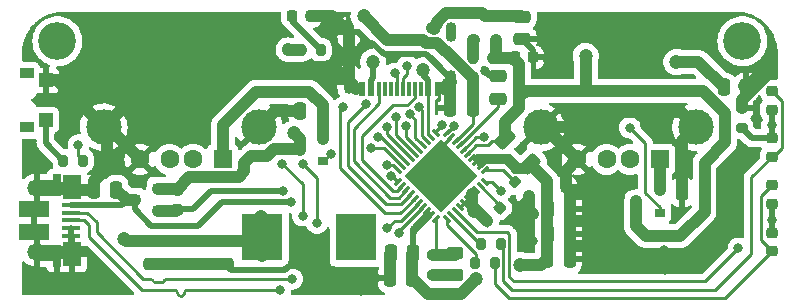
<source format=gbr>
%TF.GenerationSoftware,KiCad,Pcbnew,5.99.0-unknown-a8672dd2f9~128~ubuntu20.04.1*%
%TF.CreationDate,2021-05-09T18:34:12+01:00*%
%TF.ProjectId,usbpd_powerbank,75736270-645f-4706-9f77-657262616e6b,rev?*%
%TF.SameCoordinates,Original*%
%TF.FileFunction,Copper,L1,Top*%
%TF.FilePolarity,Positive*%
%FSLAX46Y46*%
G04 Gerber Fmt 4.6, Leading zero omitted, Abs format (unit mm)*
G04 Created by KiCad (PCBNEW 5.99.0-unknown-a8672dd2f9~128~ubuntu20.04.1) date 2021-05-09 18:34:12*
%MOMM*%
%LPD*%
G01*
G04 APERTURE LIST*
G04 Aperture macros list*
%AMRoundRect*
0 Rectangle with rounded corners*
0 $1 Rounding radius*
0 $2 $3 $4 $5 $6 $7 $8 $9 X,Y pos of 4 corners*
0 Add a 4 corners polygon primitive as box body*
4,1,4,$2,$3,$4,$5,$6,$7,$8,$9,$2,$3,0*
0 Add four circle primitives for the rounded corners*
1,1,$1+$1,$2,$3*
1,1,$1+$1,$4,$5*
1,1,$1+$1,$6,$7*
1,1,$1+$1,$8,$9*
0 Add four rect primitives between the rounded corners*
20,1,$1+$1,$2,$3,$4,$5,0*
20,1,$1+$1,$4,$5,$6,$7,0*
20,1,$1+$1,$6,$7,$8,$9,0*
20,1,$1+$1,$8,$9,$2,$3,0*%
%AMRotRect*
0 Rectangle, with rotation*
0 The origin of the aperture is its center*
0 $1 length*
0 $2 width*
0 $3 Rotation angle, in degrees counterclockwise*
0 Add horizontal line*
21,1,$1,$2,0,0,$3*%
G04 Aperture macros list end*
%TA.AperFunction,SMDPad,CuDef*%
%ADD10RoundRect,0.250000X-0.475000X0.250000X-0.475000X-0.250000X0.475000X-0.250000X0.475000X0.250000X0*%
%TD*%
%TA.AperFunction,SMDPad,CuDef*%
%ADD11R,0.900000X0.800000*%
%TD*%
%TA.AperFunction,SMDPad,CuDef*%
%ADD12RoundRect,0.200000X-0.335876X-0.053033X-0.053033X-0.335876X0.335876X0.053033X0.053033X0.335876X0*%
%TD*%
%TA.AperFunction,SMDPad,CuDef*%
%ADD13RoundRect,0.225000X0.225000X0.250000X-0.225000X0.250000X-0.225000X-0.250000X0.225000X-0.250000X0*%
%TD*%
%TA.AperFunction,SMDPad,CuDef*%
%ADD14RoundRect,0.200000X-0.200000X-0.275000X0.200000X-0.275000X0.200000X0.275000X-0.200000X0.275000X0*%
%TD*%
%TA.AperFunction,SMDPad,CuDef*%
%ADD15RoundRect,0.218750X0.256250X-0.218750X0.256250X0.218750X-0.256250X0.218750X-0.256250X-0.218750X0*%
%TD*%
%TA.AperFunction,SMDPad,CuDef*%
%ADD16RoundRect,0.250000X0.250000X0.475000X-0.250000X0.475000X-0.250000X-0.475000X0.250000X-0.475000X0*%
%TD*%
%TA.AperFunction,SMDPad,CuDef*%
%ADD17RoundRect,0.250000X-0.250000X-0.475000X0.250000X-0.475000X0.250000X0.475000X-0.250000X0.475000X0*%
%TD*%
%TA.AperFunction,SMDPad,CuDef*%
%ADD18R,0.800000X0.900000*%
%TD*%
%TA.AperFunction,SMDPad,CuDef*%
%ADD19RoundRect,0.225000X-0.225000X-0.250000X0.225000X-0.250000X0.225000X0.250000X-0.225000X0.250000X0*%
%TD*%
%TA.AperFunction,SMDPad,CuDef*%
%ADD20R,0.600000X1.160000*%
%TD*%
%TA.AperFunction,SMDPad,CuDef*%
%ADD21R,0.300000X1.160000*%
%TD*%
%TA.AperFunction,ComponentPad*%
%ADD22O,0.900000X2.000000*%
%TD*%
%TA.AperFunction,ComponentPad*%
%ADD23O,0.900000X1.700000*%
%TD*%
%TA.AperFunction,SMDPad,CuDef*%
%ADD24RoundRect,0.250000X-0.450000X0.262500X-0.450000X-0.262500X0.450000X-0.262500X0.450000X0.262500X0*%
%TD*%
%TA.AperFunction,ComponentPad*%
%ADD25R,1.600000X1.600000*%
%TD*%
%TA.AperFunction,ComponentPad*%
%ADD26C,1.600000*%
%TD*%
%TA.AperFunction,ComponentPad*%
%ADD27C,3.000000*%
%TD*%
%TA.AperFunction,SMDPad,CuDef*%
%ADD28RoundRect,0.200000X-0.275000X0.200000X-0.275000X-0.200000X0.275000X-0.200000X0.275000X0.200000X0*%
%TD*%
%TA.AperFunction,SMDPad,CuDef*%
%ADD29RoundRect,0.225000X-0.017678X0.335876X-0.335876X0.017678X0.017678X-0.335876X0.335876X-0.017678X0*%
%TD*%
%TA.AperFunction,SMDPad,CuDef*%
%ADD30RoundRect,0.200000X0.275000X-0.200000X0.275000X0.200000X-0.275000X0.200000X-0.275000X-0.200000X0*%
%TD*%
%TA.AperFunction,SMDPad,CuDef*%
%ADD31RoundRect,0.062500X-0.203293X-0.291682X0.291682X0.203293X0.203293X0.291682X-0.291682X-0.203293X0*%
%TD*%
%TA.AperFunction,SMDPad,CuDef*%
%ADD32RoundRect,0.062500X0.203293X-0.291682X0.291682X-0.203293X-0.203293X0.291682X-0.291682X0.203293X0*%
%TD*%
%TA.AperFunction,SMDPad,CuDef*%
%ADD33RotRect,4.400000X4.400000X45.000000*%
%TD*%
%TA.AperFunction,WasherPad*%
%ADD34C,3.200000*%
%TD*%
%TA.AperFunction,SMDPad,CuDef*%
%ADD35R,1.200000X0.900000*%
%TD*%
%TA.AperFunction,SMDPad,CuDef*%
%ADD36R,1.300000X1.150000*%
%TD*%
%TA.AperFunction,SMDPad,CuDef*%
%ADD37RoundRect,0.200000X0.200000X0.275000X-0.200000X0.275000X-0.200000X-0.275000X0.200000X-0.275000X0*%
%TD*%
%TA.AperFunction,SMDPad,CuDef*%
%ADD38RoundRect,0.218750X0.218750X0.256250X-0.218750X0.256250X-0.218750X-0.256250X0.218750X-0.256250X0*%
%TD*%
%TA.AperFunction,SMDPad,CuDef*%
%ADD39RoundRect,0.250000X0.475000X-0.250000X0.475000X0.250000X-0.475000X0.250000X-0.475000X-0.250000X0*%
%TD*%
%TA.AperFunction,SMDPad,CuDef*%
%ADD40RoundRect,0.250000X-0.662913X-0.220971X-0.220971X-0.662913X0.662913X0.220971X0.220971X0.662913X0*%
%TD*%
%TA.AperFunction,SMDPad,CuDef*%
%ADD41R,3.500000X4.000000*%
%TD*%
%TA.AperFunction,SMDPad,CuDef*%
%ADD42R,1.650000X0.400000*%
%TD*%
%TA.AperFunction,ComponentPad*%
%ADD43O,1.700000X1.350000*%
%TD*%
%TA.AperFunction,SMDPad,CuDef*%
%ADD44R,1.500000X2.000000*%
%TD*%
%TA.AperFunction,SMDPad,CuDef*%
%ADD45R,0.700000X1.825000*%
%TD*%
%TA.AperFunction,SMDPad,CuDef*%
%ADD46R,2.500000X1.430000*%
%TD*%
%TA.AperFunction,SMDPad,CuDef*%
%ADD47R,2.000000X1.350000*%
%TD*%
%TA.AperFunction,ComponentPad*%
%ADD48O,1.500000X1.100000*%
%TD*%
%TA.AperFunction,ViaPad*%
%ADD49C,0.800000*%
%TD*%
%TA.AperFunction,ViaPad*%
%ADD50C,1.200000*%
%TD*%
%TA.AperFunction,Conductor*%
%ADD51C,0.250000*%
%TD*%
%TA.AperFunction,Conductor*%
%ADD52C,1.000000*%
%TD*%
%TA.AperFunction,Conductor*%
%ADD53C,0.500000*%
%TD*%
G04 APERTURE END LIST*
D10*
%TO.P,C16,1*%
%TO.N,/VBAT*%
X84000000Y-79930000D03*
%TO.P,C16,2*%
%TO.N,GND*%
X84000000Y-81830000D03*
%TD*%
%TO.P,C3,1*%
%TO.N,/VBUS*%
X115340000Y-60930000D03*
%TO.P,C3,2*%
%TO.N,GND*%
X115340000Y-62830000D03*
%TD*%
D11*
%TO.P,Q4,1,G*%
%TO.N,/VING*%
X84550000Y-77300000D03*
%TO.P,Q4,2,S*%
%TO.N,/VMID*%
X84550000Y-75400000D03*
%TO.P,Q4,3,D*%
%TO.N,/VIN*%
X82550000Y-76350000D03*
%TD*%
D12*
%TO.P,R6,1*%
%TO.N,Net-(R6-Pad1)*%
X114736637Y-74966637D03*
%TO.P,R6,2*%
%TO.N,GND*%
X115903363Y-76133363D03*
%TD*%
D13*
%TO.P,C9,1*%
%TO.N,GND*%
X119035000Y-75390000D03*
%TO.P,C9,2*%
%TO.N,/VSYS*%
X117485000Y-75390000D03*
%TD*%
D14*
%TO.P,R7,1*%
%TO.N,Net-(R7-Pad1)*%
X111375000Y-81800000D03*
%TO.P,R7,2*%
%TO.N,Net-(D1-Pad2)*%
X113025000Y-81800000D03*
%TD*%
D15*
%TO.P,D4,1,K*%
%TO.N,Net-(D3-Pad2)*%
X136500000Y-72787500D03*
%TO.P,D4,2,A*%
%TO.N,Net-(D1-Pad1)*%
X136500000Y-71212500D03*
%TD*%
D16*
%TO.P,C7,1*%
%TO.N,/VMID*%
X130800000Y-75790000D03*
%TO.P,C7,2*%
%TO.N,GND*%
X128900000Y-75790000D03*
%TD*%
D17*
%TO.P,C17,1*%
%TO.N,/VSYS*%
X117530000Y-77190000D03*
%TO.P,C17,2*%
%TO.N,GND*%
X119430000Y-77190000D03*
%TD*%
%TO.P,C1,1*%
%TO.N,/VOUT2*%
X132430000Y-66920000D03*
%TO.P,C1,2*%
%TO.N,GND*%
X134330000Y-66920000D03*
%TD*%
%TO.P,C10,1*%
%TO.N,/VSYS*%
X117480000Y-81450000D03*
%TO.P,C10,2*%
%TO.N,GND*%
X119380000Y-81450000D03*
%TD*%
D16*
%TO.P,C2,1*%
%TO.N,/VOUT1*%
X98470000Y-68930000D03*
%TO.P,C2,2*%
%TO.N,GND*%
X96570000Y-68930000D03*
%TD*%
D15*
%TO.P,D2,1,K*%
%TO.N,Net-(D1-Pad2)*%
X136520000Y-80787500D03*
%TO.P,D2,2,A*%
%TO.N,Net-(D1-Pad1)*%
X136520000Y-79212500D03*
%TD*%
D18*
%TO.P,Q3,1,G*%
%TO.N,/VBUSG*%
X111250000Y-62870000D03*
%TO.P,Q3,2,S*%
%TO.N,/VMID*%
X113150000Y-62870000D03*
%TO.P,Q3,3,D*%
%TO.N,/VBUS*%
X112200000Y-60870000D03*
%TD*%
D19*
%TO.P,C8,1*%
%TO.N,/VMID*%
X114715000Y-64380000D03*
%TO.P,C8,2*%
%TO.N,GND*%
X116265000Y-64380000D03*
%TD*%
D15*
%TO.P,D3,1,K*%
%TO.N,Net-(D1-Pad1)*%
X136500000Y-68787500D03*
%TO.P,D3,2,A*%
%TO.N,Net-(D3-Pad2)*%
X136500000Y-67212500D03*
%TD*%
D11*
%TO.P,Q1,1,G*%
%TO.N,/VOUT2G*%
X127000000Y-77510000D03*
%TO.P,Q1,2,S*%
%TO.N,/VOUT2*%
X127000000Y-75610000D03*
%TO.P,Q1,3,D*%
%TO.N,/VMID*%
X125000000Y-76560000D03*
%TD*%
D20*
%TO.P,P1,A1,GND*%
%TO.N,GND*%
X108200000Y-67010000D03*
%TO.P,P1,A4,VBUS*%
%TO.N,/VBUS*%
X107400000Y-67010000D03*
D21*
%TO.P,P1,A5,CC*%
%TO.N,/CC1*%
X106250000Y-67010000D03*
%TO.P,P1,A6,D+*%
%TO.N,/DPC*%
X105250000Y-67010000D03*
%TO.P,P1,A7,D-*%
%TO.N,/DMC*%
X104750000Y-67010000D03*
%TO.P,P1,A8*%
%TO.N,N/C*%
X103750000Y-67010000D03*
D20*
%TO.P,P1,A9,VBUS*%
%TO.N,/VBUS*%
X102600000Y-67010000D03*
%TO.P,P1,A12,GND*%
%TO.N,GND*%
X101800000Y-67010000D03*
%TO.P,P1,B1,GND*%
X101800000Y-67010000D03*
%TO.P,P1,B4,VBUS*%
%TO.N,/VBUS*%
X102600000Y-67010000D03*
D21*
%TO.P,P1,B5,VCONN*%
%TO.N,/CC2*%
X103250000Y-67010000D03*
%TO.P,P1,B6*%
%TO.N,N/C*%
X104250000Y-67010000D03*
%TO.P,P1,B7*%
X105750000Y-67010000D03*
%TO.P,P1,B8*%
X106750000Y-67010000D03*
D20*
%TO.P,P1,B9,VBUS*%
%TO.N,/VBUS*%
X107400000Y-67010000D03*
%TO.P,P1,B12,GND*%
%TO.N,GND*%
X108200000Y-67010000D03*
D22*
%TO.P,P1,S1,SHIELD*%
X100680000Y-66430000D03*
X109320000Y-66430000D03*
D23*
X109320000Y-62260000D03*
X100680000Y-62260000D03*
%TD*%
D10*
%TO.P,C18,1*%
%TO.N,/VBAT*%
X86060000Y-79930000D03*
%TO.P,C18,2*%
%TO.N,GND*%
X86060000Y-81830000D03*
%TD*%
D24*
%TO.P,TH1,1*%
%TO.N,Net-(R5-Pad1)*%
X109710000Y-80957500D03*
%TO.P,TH1,2*%
%TO.N,GND*%
X109710000Y-82782500D03*
%TD*%
D25*
%TO.P,J1,1,VBUS*%
%TO.N,/VOUT2*%
X127000000Y-73000000D03*
D26*
%TO.P,J1,2,D-*%
%TO.N,/DMA2*%
X124500000Y-73000000D03*
%TO.P,J1,3,D+*%
%TO.N,/DPA2*%
X122500000Y-73000000D03*
%TO.P,J1,4,GND*%
%TO.N,GND*%
X120000000Y-73000000D03*
D27*
%TO.P,J1,5,Shield*%
X130070000Y-70290000D03*
X116930000Y-70290000D03*
%TD*%
D28*
%TO.P,R5,1*%
%TO.N,Net-(R5-Pad1)*%
X107780000Y-81135000D03*
%TO.P,R5,2*%
%TO.N,GND*%
X107780000Y-82785000D03*
%TD*%
D10*
%TO.P,C14,1*%
%TO.N,/VBAT*%
X88130000Y-79930000D03*
%TO.P,C14,2*%
%TO.N,GND*%
X88130000Y-81830000D03*
%TD*%
D14*
%TO.P,R9,1*%
%TO.N,/LIGHT*%
X96670000Y-63730000D03*
%TO.P,R9,2*%
%TO.N,Net-(D5-Pad2)*%
X98320000Y-63730000D03*
%TD*%
D29*
%TO.P,C11,1*%
%TO.N,Net-(C11-Pad1)*%
X113448008Y-77101992D03*
%TO.P,C11,2*%
%TO.N,Net-(C11-Pad2)*%
X112351992Y-78198008D03*
%TD*%
D11*
%TO.P,Q2,1,G*%
%TO.N,/VOUT1G*%
X98510000Y-73180000D03*
%TO.P,Q2,2,S*%
%TO.N,/VOUT1*%
X98510000Y-71280000D03*
%TO.P,Q2,3,D*%
%TO.N,/VMID*%
X96510000Y-72230000D03*
%TD*%
D30*
%TO.P,R10,1*%
%TO.N,Net-(D1-Pad1)*%
X133950000Y-70325000D03*
%TO.P,R10,2*%
%TO.N,GND*%
X133950000Y-68675000D03*
%TD*%
D31*
%TO.P,U1,1,DPA2*%
%TO.N,/DPA2*%
X104851884Y-74916136D03*
%TO.P,U1,2,CC1*%
%TO.N,/CC1*%
X105205437Y-75269689D03*
%TO.P,U1,3,CC2*%
%TO.N,/CC2*%
X105558990Y-75623243D03*
%TO.P,U1,4,DMC*%
%TO.N,/DMC*%
X105912544Y-75976796D03*
%TO.P,U1,5,DPC*%
%TO.N,/DPC*%
X106266097Y-76330349D03*
%TO.P,U1,6,DMB*%
%TO.N,/DMB*%
X106619651Y-76683903D03*
%TO.P,U1,7,DPB*%
%TO.N,/DPB*%
X106973204Y-77037456D03*
%TO.P,U1,8,VSYS*%
%TO.N,/VSYS*%
X107326757Y-77391010D03*
%TO.P,U1,9,VSYS*%
X107680311Y-77744563D03*
%TO.P,U1,10,NTC*%
%TO.N,Net-(R5-Pad1)*%
X108033864Y-78098116D03*
D32*
%TO.P,U1,11,L1*%
%TO.N,Net-(R7-Pad1)*%
X109006136Y-78098116D03*
%TO.P,U1,12,L2*%
%TO.N,Net-(R8-Pad1)*%
X109359689Y-77744563D03*
%TO.P,U1,13,L3*%
%TO.N,Net-(D1-Pad1)*%
X109713243Y-77391010D03*
%TO.P,U1,14,LX*%
%TO.N,Net-(C11-Pad2)*%
X110066796Y-77037456D03*
%TO.P,U1,15,LX*%
X110420349Y-76683903D03*
%TO.P,U1,16,LX*%
X110773903Y-76330349D03*
%TO.P,U1,17,LX*%
X111127456Y-75976796D03*
%TO.P,U1,18,LX*%
X111481010Y-75623243D03*
%TO.P,U1,19,BST*%
%TO.N,Net-(C11-Pad1)*%
X111834563Y-75269689D03*
%TO.P,U1,20,LIGHT*%
%TO.N,/LIGHT*%
X112188116Y-74916136D03*
D31*
%TO.P,U1,21,RSET*%
%TO.N,Net-(R6-Pad1)*%
X112188116Y-73943864D03*
%TO.P,U1,22,VSYS*%
%TO.N,/VSYS*%
X111834563Y-73590311D03*
%TO.P,U1,23,VSYS*%
X111481010Y-73236757D03*
%TO.P,U1,24,VSP*%
X111127456Y-72883204D03*
%TO.P,U1,25,VSN*%
%TO.N,/VMID*%
X110773903Y-72529651D03*
%TO.P,U1,26,KEY*%
%TO.N,/KEY*%
X110420349Y-72176097D03*
%TO.P,U1,27,VREG*%
%TO.N,/VREG*%
X110066796Y-71822544D03*
%TO.P,U1,28,BAT*%
%TO.N,/VBAT*%
X109713243Y-71468990D03*
%TO.P,U1,29,AGND*%
%TO.N,GND*%
X109359689Y-71115437D03*
%TO.P,U1,30,VIN*%
%TO.N,/VIN*%
X109006136Y-70761884D03*
D32*
%TO.P,U1,31,VING*%
%TO.N,/VING*%
X108033864Y-70761884D03*
%TO.P,U1,32,VBUS*%
%TO.N,/VBUS*%
X107680311Y-71115437D03*
%TO.P,U1,33,VBUSG*%
%TO.N,/VBUSG*%
X107326757Y-71468990D03*
%TO.P,U1,34,VOUT2*%
%TO.N,/VOUT2*%
X106973204Y-71822544D03*
%TO.P,U1,35,VOUT2G*%
%TO.N,/VOUT2G*%
X106619651Y-72176097D03*
%TO.P,U1,36,VOUT1G*%
%TO.N,/VOUT1G*%
X106266097Y-72529651D03*
%TO.P,U1,37,VOUT1*%
%TO.N,/VOUT1*%
X105912544Y-72883204D03*
%TO.P,U1,38,DMA1*%
%TO.N,/DMA1*%
X105558990Y-73236757D03*
%TO.P,U1,39,DPA1*%
%TO.N,/DPA1*%
X105205437Y-73590311D03*
%TO.P,U1,40,DMA2*%
%TO.N,/DMA2*%
X104851884Y-73943864D03*
D33*
%TO.P,U1,41,EPAD*%
%TO.N,GND*%
X108520000Y-74430000D03*
%TD*%
D16*
%TO.P,C4,1*%
%TO.N,/VIN*%
X81010000Y-75580000D03*
%TO.P,C4,2*%
%TO.N,GND*%
X79110000Y-75580000D03*
%TD*%
D34*
%TO.P,REF\u002A\u002A,*%
%TO.N,*%
X76000000Y-63000000D03*
%TD*%
D16*
%TO.P,C12,1*%
%TO.N,/VSYS*%
X106110000Y-80940000D03*
%TO.P,C12,2*%
%TO.N,GND*%
X104210000Y-80940000D03*
%TD*%
%TO.P,C15,1*%
%TO.N,/VSYS*%
X106060000Y-83050000D03*
%TO.P,C15,2*%
%TO.N,GND*%
X104160000Y-83050000D03*
%TD*%
D35*
%TO.P,SW1,0*%
%TO.N,N/C*%
X73400000Y-70300000D03*
X73400000Y-65700000D03*
D36*
%TO.P,SW1,1,1*%
%TO.N,Net-(R1-Pad2)*%
X75000000Y-69675000D03*
%TO.P,SW1,2,2*%
%TO.N,GND*%
X75000000Y-66325000D03*
%TD*%
D37*
%TO.P,R1,1*%
%TO.N,/KEY*%
X78165000Y-73120000D03*
%TO.P,R1,2*%
%TO.N,Net-(R1-Pad2)*%
X76515000Y-73120000D03*
%TD*%
D38*
%TO.P,D5,1,K*%
%TO.N,GND*%
X97467500Y-60860000D03*
%TO.P,D5,2,A*%
%TO.N,Net-(D5-Pad2)*%
X95892500Y-60860000D03*
%TD*%
D39*
%TO.P,C6,1*%
%TO.N,/VREG*%
X113350000Y-67870000D03*
%TO.P,C6,2*%
%TO.N,GND*%
X113350000Y-65970000D03*
%TD*%
D40*
%TO.P,R4,1*%
%TO.N,/VMID*%
X113945856Y-71305856D03*
%TO.P,R4,2*%
%TO.N,/VSYS*%
X116014144Y-73374144D03*
%TD*%
D17*
%TO.P,C13,1*%
%TO.N,/VSYS*%
X117520000Y-79300000D03*
%TO.P,C13,2*%
%TO.N,GND*%
X119420000Y-79300000D03*
%TD*%
D10*
%TO.P,C19,1*%
%TO.N,/VBAT*%
X90180000Y-79930000D03*
%TO.P,C19,2*%
%TO.N,GND*%
X90180000Y-81830000D03*
%TD*%
D16*
%TO.P,C5,1*%
%TO.N,/VBAT*%
X111170000Y-68620000D03*
%TO.P,C5,2*%
%TO.N,GND*%
X109270000Y-68620000D03*
%TD*%
D41*
%TO.P,L1,1,1*%
%TO.N,Net-(C11-Pad2)*%
X101310000Y-79570000D03*
%TO.P,L1,2,2*%
%TO.N,/VBAT*%
X93310000Y-79570000D03*
%TD*%
D14*
%TO.P,R8,1*%
%TO.N,Net-(R8-Pad1)*%
X111885000Y-80150000D03*
%TO.P,R8,2*%
%TO.N,Net-(D3-Pad2)*%
X113535000Y-80150000D03*
%TD*%
D15*
%TO.P,D1,1,K*%
%TO.N,Net-(D1-Pad1)*%
X136510000Y-76787500D03*
%TO.P,D1,2,A*%
%TO.N,Net-(D1-Pad2)*%
X136510000Y-75212500D03*
%TD*%
D25*
%TO.P,J2,1,VBUS*%
%TO.N,/VOUT1*%
X90000000Y-73000000D03*
D26*
%TO.P,J2,2,D-*%
%TO.N,/DMA1*%
X87500000Y-73000000D03*
%TO.P,J2,3,D+*%
%TO.N,/DPA1*%
X85500000Y-73000000D03*
%TO.P,J2,4,GND*%
%TO.N,GND*%
X83000000Y-73000000D03*
D27*
%TO.P,J2,5,Shield*%
X93070000Y-70290000D03*
X79930000Y-70290000D03*
%TD*%
D42*
%TO.P,J3,1,VBUS*%
%TO.N,/VIN*%
X77165000Y-76860000D03*
%TO.P,J3,2,D-*%
%TO.N,/DPB*%
X77165000Y-77510000D03*
%TO.P,J3,3,D+*%
%TO.N,/DMB*%
X77165000Y-78160000D03*
%TO.P,J3,4,ID*%
%TO.N,GND*%
X77165000Y-78810000D03*
%TO.P,J3,5,GND*%
X77165000Y-79460000D03*
D43*
%TO.P,J3,6,Shield*%
X74285000Y-80890000D03*
D44*
X77265000Y-75310000D03*
D45*
X75965000Y-75210000D03*
X75965000Y-81160000D03*
D46*
X74015000Y-77200000D03*
D44*
X77285000Y-81060000D03*
D46*
X74015000Y-79120000D03*
D47*
X75215000Y-75430000D03*
X75215000Y-80910000D03*
D48*
X77285000Y-75740000D03*
D43*
X74285000Y-75430000D03*
D48*
X77285000Y-80580000D03*
%TD*%
D37*
%TO.P,R2,1*%
%TO.N,/VMID*%
X112865000Y-64390000D03*
%TO.P,R2,2*%
%TO.N,/VBUSG*%
X111215000Y-64390000D03*
%TD*%
D28*
%TO.P,R3,1*%
%TO.N,/VMID*%
X86120000Y-75565000D03*
%TO.P,R3,2*%
%TO.N,/VING*%
X86120000Y-77215000D03*
%TD*%
D34*
%TO.P,REF\u002A\u002A,*%
%TO.N,*%
X134000000Y-63000000D03*
%TD*%
D49*
%TO.N,/VOUT2*%
X105835201Y-69201700D03*
D50*
X128420000Y-64770000D03*
D49*
%TO.N,GND*%
X83110000Y-69880000D03*
X110660000Y-74270000D03*
X129290000Y-80750000D03*
X129320000Y-82330000D03*
X92130000Y-62240000D03*
X127370000Y-80710000D03*
X112240000Y-65570000D03*
X102940000Y-83050000D03*
X109590000Y-75050000D03*
X127450000Y-82360000D03*
X78560000Y-61330000D03*
X82240000Y-62400000D03*
X88310000Y-69850000D03*
D50*
X121920000Y-80370000D03*
X121940000Y-75920000D03*
D49*
X117580000Y-64690000D03*
X136350000Y-65750000D03*
X116280000Y-77640000D03*
X132340000Y-74070000D03*
X101730000Y-84120000D03*
X119400000Y-78260000D03*
X119400000Y-80370000D03*
X108645000Y-82785000D03*
D50*
X121960000Y-78220000D03*
D49*
X116270000Y-79890000D03*
%TO.N,/VOUT1*%
X98510000Y-70154500D03*
X103930000Y-70290000D03*
D50*
%TO.N,/VBUS*%
X107870000Y-61849500D03*
X106990000Y-65480000D03*
X102740000Y-64730000D03*
D49*
%TO.N,/VIN*%
X109549932Y-70156897D03*
X95820000Y-76630000D03*
D50*
%TO.N,/VBAT*%
X93310000Y-79570000D03*
X101930000Y-60860000D03*
X93310000Y-81120000D03*
X81630000Y-79770000D03*
X93280000Y-77890000D03*
%TO.N,/VMID*%
X96030000Y-70810000D03*
X120740000Y-64250000D03*
%TO.N,/VSYS*%
X111450000Y-83130000D03*
X115200498Y-81940000D03*
%TO.N,Net-(C11-Pad2)*%
X111281992Y-77398008D03*
X100600000Y-79980000D03*
X102290000Y-78420000D03*
D49*
%TO.N,Net-(D1-Pad1)*%
X133660000Y-80550000D03*
X136500000Y-70120000D03*
X136520000Y-78110000D03*
%TO.N,/DMA2*%
X103898263Y-73498254D03*
%TO.N,/DPA2*%
X104260000Y-74430000D03*
%TO.N,/DMA1*%
X103110000Y-71104989D03*
%TO.N,/DPA1*%
X102530000Y-72010000D03*
%TO.N,/DPB*%
X95880000Y-83130000D03*
X104970000Y-79270000D03*
%TO.N,/DMB*%
X94890000Y-84070000D03*
X103920000Y-78850000D03*
%TO.N,/DPC*%
X105640000Y-65090000D03*
X100180000Y-68590000D03*
%TO.N,/DMC*%
X104590000Y-65720000D03*
X102110000Y-68300000D03*
%TO.N,/VOUT2G*%
X105530000Y-70190000D03*
X124470000Y-70330000D03*
%TO.N,/VOUT1G*%
X104680000Y-69430000D03*
X99200000Y-72520000D03*
%TO.N,/VBUSG*%
X111240000Y-63800000D03*
X106625662Y-68590000D03*
%TO.N,/VING*%
X95100000Y-75680000D03*
X108550000Y-70060000D03*
%TO.N,/KEY*%
X112090000Y-71110000D03*
X96780000Y-77770000D03*
X95060000Y-73400000D03*
X77780000Y-71800000D03*
%TO.N,/LIGHT*%
X113550000Y-75670000D03*
X96790000Y-73360000D03*
X97990000Y-78410000D03*
X95490000Y-63700000D03*
%TD*%
D51*
%TO.N,/VOUT2*%
X106310000Y-69676499D02*
X106310000Y-71159340D01*
D52*
X127000000Y-73000000D02*
X127000000Y-75610000D01*
X132430000Y-66920000D02*
X130280000Y-64770000D01*
D51*
X105835201Y-69201700D02*
X106310000Y-69676499D01*
D52*
X130280000Y-64770000D02*
X128420000Y-64770000D01*
D51*
X106310000Y-71159340D02*
X106973204Y-71822544D01*
D52*
%TO.N,GND*%
X80170000Y-70530000D02*
X79930000Y-70290000D01*
X121960000Y-78220000D02*
X119440000Y-78220000D01*
X100680000Y-66430000D02*
X100680000Y-62260000D01*
X119400000Y-81430000D02*
X119400000Y-80370000D01*
X75965000Y-66325000D02*
X79930000Y-70290000D01*
X80170000Y-72280000D02*
X80170000Y-70530000D01*
D53*
X77165000Y-78810000D02*
X77165000Y-80460000D01*
X112640000Y-65970000D02*
X112240000Y-65570000D01*
X117580000Y-64690000D02*
X117270000Y-64380000D01*
D52*
X134330000Y-66920000D02*
X134170000Y-66760000D01*
X119400000Y-80370000D02*
X119400000Y-78260000D01*
D53*
X103640000Y-64110000D02*
X107200000Y-64110000D01*
X131310000Y-62830000D02*
X131420000Y-62940000D01*
X90740000Y-82390000D02*
X95250000Y-82390000D01*
X74285000Y-76930000D02*
X74015000Y-77200000D01*
D52*
X76975000Y-75430000D02*
X77285000Y-75740000D01*
X80290000Y-70290000D02*
X83000000Y-73000000D01*
X108645000Y-82785000D02*
X109502500Y-82785000D01*
X84240000Y-81830000D02*
X90420000Y-81830000D01*
D53*
X102940000Y-83050000D02*
X104160000Y-83050000D01*
D52*
X117290000Y-70290000D02*
X120000000Y-73000000D01*
D53*
X115340000Y-62830000D02*
X116265000Y-63755000D01*
D52*
X96570000Y-68930000D02*
X94430000Y-68930000D01*
X80230000Y-73735000D02*
X80230000Y-72340000D01*
X116930000Y-70290000D02*
X121310000Y-70290000D01*
D53*
X102340000Y-63130000D02*
X102660000Y-63130000D01*
D52*
X122580000Y-69020000D02*
X128800000Y-69020000D01*
X119565000Y-75920000D02*
X119400000Y-75755000D01*
X99280000Y-60860000D02*
X100680000Y-62260000D01*
D53*
X102660000Y-63130000D02*
X103640000Y-64110000D01*
X90180000Y-81830000D02*
X90740000Y-82390000D01*
D52*
X128800000Y-69020000D02*
X130070000Y-70290000D01*
D53*
X74285000Y-79390000D02*
X74015000Y-79120000D01*
D52*
X109270000Y-68620000D02*
X109270000Y-66480000D01*
X119400000Y-75755000D02*
X119035000Y-75390000D01*
X80230000Y-72340000D02*
X80170000Y-72280000D01*
D53*
X116265000Y-63755000D02*
X116265000Y-64380000D01*
D52*
X100680000Y-66430000D02*
X99770000Y-65520000D01*
X128900000Y-75790000D02*
X128900000Y-71460000D01*
D53*
X95640000Y-82000000D02*
X97670000Y-82000000D01*
D52*
X100680000Y-66430000D02*
X101260000Y-67010000D01*
X108740000Y-67010000D02*
X109320000Y-66430000D01*
D53*
X113350000Y-65970000D02*
X112640000Y-65970000D01*
D52*
X119380000Y-81450000D02*
X119400000Y-81430000D01*
X119400000Y-78260000D02*
X119400000Y-75755000D01*
X97467500Y-60860000D02*
X99280000Y-60860000D01*
D53*
X74595000Y-80580000D02*
X74285000Y-80890000D01*
D52*
X107780000Y-82785000D02*
X108645000Y-82785000D01*
D51*
X108520000Y-71950000D02*
X108520000Y-74430000D01*
D53*
X117270000Y-64380000D02*
X116265000Y-64380000D01*
D52*
X104160000Y-83050000D02*
X104160000Y-80990000D01*
X119440000Y-78220000D02*
X119400000Y-78260000D01*
X121310000Y-70290000D02*
X122580000Y-69020000D01*
D53*
X97670000Y-82000000D02*
X98720000Y-83050000D01*
D52*
X75000000Y-66325000D02*
X75965000Y-66325000D01*
D53*
X108200000Y-67010000D02*
X108740000Y-67010000D01*
X101470000Y-62260000D02*
X102340000Y-63130000D01*
D52*
X79110000Y-75580000D02*
X79110000Y-74855000D01*
X121920000Y-80370000D02*
X119400000Y-80370000D01*
X84700000Y-65520000D02*
X79930000Y-70290000D01*
X115903363Y-77263363D02*
X116280000Y-77640000D01*
X121940000Y-75920000D02*
X121940000Y-80350000D01*
X79110000Y-74855000D02*
X80230000Y-73735000D01*
X79930000Y-70290000D02*
X80290000Y-70290000D01*
X136350000Y-65750000D02*
X136181800Y-65750000D01*
D53*
X107200000Y-64110000D02*
X109320000Y-66230000D01*
D52*
X99770000Y-65520000D02*
X84700000Y-65520000D01*
X135500000Y-65750000D02*
X134330000Y-66920000D01*
D53*
X74285000Y-75430000D02*
X74285000Y-76930000D01*
D52*
X79110000Y-75580000D02*
X77535000Y-75580000D01*
X109270000Y-66480000D02*
X109320000Y-66430000D01*
D53*
X95250000Y-82390000D02*
X95640000Y-82000000D01*
D52*
X119035000Y-73965000D02*
X120000000Y-73000000D01*
D53*
X77285000Y-80580000D02*
X74595000Y-80580000D01*
X101260000Y-67010000D02*
X101800000Y-67010000D01*
D52*
X75215000Y-75430000D02*
X76975000Y-75430000D01*
X121940000Y-75920000D02*
X119565000Y-75920000D01*
D51*
X109354563Y-71115437D02*
X108520000Y-71950000D01*
X109359689Y-71115437D02*
X109354563Y-71115437D01*
D53*
X109320000Y-66230000D02*
X109320000Y-66430000D01*
X100680000Y-62260000D02*
X101470000Y-62260000D01*
X98720000Y-83050000D02*
X102940000Y-83050000D01*
D52*
X136350000Y-65750000D02*
X135500000Y-65750000D01*
X128900000Y-71460000D02*
X130070000Y-70290000D01*
X136181800Y-65750000D02*
X133950000Y-67981800D01*
X94430000Y-68930000D02*
X93070000Y-70290000D01*
D53*
X115340000Y-62830000D02*
X131310000Y-62830000D01*
D52*
X115903363Y-76133363D02*
X115903363Y-77263363D01*
X133950000Y-67981800D02*
X133950000Y-68675000D01*
X121940000Y-80350000D02*
X121920000Y-80370000D01*
X119035000Y-75390000D02*
X119035000Y-73965000D01*
X104160000Y-80990000D02*
X104210000Y-80940000D01*
X116930000Y-70290000D02*
X117290000Y-70290000D01*
D53*
X77165000Y-80460000D02*
X77285000Y-80580000D01*
D52*
X77535000Y-75580000D02*
X77265000Y-75310000D01*
D53*
X74015000Y-79120000D02*
X74015000Y-77200000D01*
X74285000Y-80890000D02*
X74285000Y-79390000D01*
D52*
%TO.N,/VOUT1*%
X98510000Y-68970000D02*
X98470000Y-68930000D01*
X97350000Y-67280000D02*
X92824723Y-67280000D01*
X98470000Y-68930000D02*
X98470000Y-68400000D01*
X90000000Y-70104723D02*
X90000000Y-73000000D01*
D51*
X105912544Y-72883204D02*
X103930000Y-70900660D01*
D52*
X98470000Y-68400000D02*
X97350000Y-67280000D01*
X98510000Y-70154500D02*
X98510000Y-68970000D01*
X92824723Y-67280000D02*
X90000000Y-70104723D01*
D51*
X103930000Y-70900660D02*
X103930000Y-70290000D01*
D52*
X98510000Y-70154500D02*
X98510000Y-71280000D01*
%TO.N,/VBUS*%
X108170480Y-61383854D02*
X108904334Y-60650000D01*
D51*
X107350162Y-70785288D02*
X107350162Y-67059838D01*
D53*
X106990000Y-65864017D02*
X107400000Y-66274017D01*
X102600000Y-66274017D02*
X102740000Y-66134017D01*
D52*
X107870000Y-61849500D02*
X108170480Y-61549020D01*
D53*
X102740000Y-66134017D02*
X102740000Y-64730000D01*
D52*
X108170480Y-61549020D02*
X108170480Y-61383854D01*
X112200000Y-60870000D02*
X115280000Y-60870000D01*
D53*
X102600000Y-67010000D02*
X102600000Y-66274017D01*
D52*
X115280000Y-60870000D02*
X115340000Y-60930000D01*
X111980000Y-60650000D02*
X112200000Y-60870000D01*
D53*
X107400000Y-66274017D02*
X107400000Y-67010000D01*
D52*
X107870000Y-61849500D02*
X107720500Y-61849500D01*
X108904334Y-60650000D02*
X111980000Y-60650000D01*
D51*
X107680311Y-71115437D02*
X107350162Y-70785288D01*
X107350162Y-67059838D02*
X107400000Y-67010000D01*
D53*
X106990000Y-65480000D02*
X106990000Y-65864017D01*
%TO.N,/VIN*%
X77165000Y-76860000D02*
X81470000Y-76860000D01*
D51*
X109549932Y-70218088D02*
X109006136Y-70761884D01*
D53*
X89960000Y-76630000D02*
X95820000Y-76630000D01*
X82550000Y-77250000D02*
X83940000Y-78640000D01*
X81470000Y-76860000D02*
X81880000Y-76450000D01*
D51*
X109549932Y-70156897D02*
X109549932Y-70218088D01*
D53*
X82550000Y-76350000D02*
X82550000Y-77250000D01*
D52*
X81880000Y-76450000D02*
X81010000Y-75580000D01*
D53*
X83940000Y-78640000D02*
X87950000Y-78640000D01*
X87950000Y-78640000D02*
X89960000Y-76630000D01*
D52*
X82560000Y-76450000D02*
X81880000Y-76450000D01*
%TO.N,/VBAT*%
X92950000Y-79930000D02*
X81790000Y-79930000D01*
X108880336Y-63809520D02*
X108843854Y-63809520D01*
X108843854Y-63809520D02*
X108183345Y-63149011D01*
X111170000Y-68620000D02*
X111170000Y-66030000D01*
X93310000Y-79570000D02*
X92950000Y-79930000D01*
X111170000Y-66030000D02*
X111100816Y-66030000D01*
X81790000Y-79930000D02*
X81630000Y-79770000D01*
X103940000Y-62870000D02*
X101930000Y-60860000D01*
D51*
X111170000Y-70012233D02*
X109713243Y-71468990D01*
D52*
X111100816Y-66030000D02*
X108880336Y-63809520D01*
X107246234Y-63149011D02*
X106967223Y-62870000D01*
X106967223Y-62870000D02*
X103940000Y-62870000D01*
D51*
X111170000Y-68620000D02*
X111170000Y-70012233D01*
D52*
X108183345Y-63149011D02*
X107246234Y-63149011D01*
D51*
%TO.N,/VREG*%
X113350000Y-68539340D02*
X113350000Y-67870000D01*
X110066796Y-71822544D02*
X113350000Y-68539340D01*
X113470000Y-67870000D02*
X113550000Y-67950000D01*
X113350000Y-67870000D02*
X113470000Y-67870000D01*
D52*
%TO.N,/VMID*%
X125800000Y-79480000D02*
X128760000Y-79480000D01*
X115055000Y-64925000D02*
X114520000Y-64390000D01*
X125000000Y-76560000D02*
X125000000Y-78680000D01*
X87185489Y-74499511D02*
X86120000Y-75565000D01*
X120740000Y-64250000D02*
X120740000Y-67150000D01*
X91359609Y-74499511D02*
X87185489Y-74499511D01*
X96510000Y-71290000D02*
X96510000Y-72230000D01*
D51*
X112802277Y-71470000D02*
X113781712Y-71470000D01*
D52*
X96030000Y-70810000D02*
X96510000Y-71290000D01*
X93725000Y-72765000D02*
X92375000Y-72765000D01*
X84560000Y-75500000D02*
X86065000Y-75500000D01*
X128760000Y-79480000D02*
X130800000Y-77440000D01*
D51*
X110773903Y-72529651D02*
X111469043Y-71834511D01*
D52*
X125000000Y-78680000D02*
X125800000Y-79480000D01*
X92375000Y-72765000D02*
X91840000Y-73300000D01*
X115130000Y-67720000D02*
X115130000Y-68630000D01*
D51*
X113781712Y-71470000D02*
X113945856Y-71305856D01*
D52*
X130800000Y-75790000D02*
X130800000Y-73310000D01*
D51*
X112437766Y-71834511D02*
X112802277Y-71470000D01*
D52*
X120740000Y-67150000D02*
X120780000Y-67190000D01*
X130630000Y-67190000D02*
X120780000Y-67190000D01*
X115055000Y-66890000D02*
X115055000Y-64925000D01*
X132550000Y-69110000D02*
X130630000Y-67190000D01*
X130800000Y-73310000D02*
X132550000Y-71560000D01*
X115130000Y-68630000D02*
X113945856Y-69814144D01*
X115660000Y-67190000D02*
X115130000Y-67720000D01*
X91840000Y-73300000D02*
X91840000Y-74019120D01*
X115130000Y-67055000D02*
X115130000Y-67720000D01*
X113150000Y-64105000D02*
X112865000Y-64390000D01*
X94320000Y-72170000D02*
X93725000Y-72765000D01*
X91359609Y-74499511D02*
X91290489Y-74499511D01*
D51*
X111469043Y-71834511D02*
X112437766Y-71834511D01*
D52*
X86065000Y-75500000D02*
X86180000Y-75615000D01*
X114520000Y-64390000D02*
X112865000Y-64390000D01*
X113150000Y-62870000D02*
X113150000Y-64105000D01*
X91840000Y-74019120D02*
X91359609Y-74499511D01*
X113945856Y-69814144D02*
X113945856Y-71305856D01*
X132550000Y-71560000D02*
X132550000Y-69110000D01*
X130800000Y-77440000D02*
X130800000Y-75790000D01*
X120780000Y-67190000D02*
X115660000Y-67190000D01*
X96170000Y-72170000D02*
X94320000Y-72170000D01*
D51*
%TO.N,/VSYS*%
X114220000Y-72620000D02*
X114974144Y-73374144D01*
X114770000Y-73810000D02*
X114920000Y-73660000D01*
X107497874Y-77562126D02*
X107497874Y-77702126D01*
X111296796Y-72883204D02*
X111560000Y-72620000D01*
X114020000Y-73060000D02*
X114770000Y-73810000D01*
X107326757Y-77393243D02*
X106110000Y-78610000D01*
X111627126Y-73382874D02*
X111627126Y-73342874D01*
X107497874Y-77702126D02*
X106110000Y-79090000D01*
X115445856Y-73374144D02*
X114810000Y-74010000D01*
X111560000Y-72620000D02*
X114220000Y-72620000D01*
X115635856Y-73374144D02*
X115110000Y-73900000D01*
D53*
X106110000Y-80940000D02*
X106110000Y-79314874D01*
D51*
X116014144Y-73374144D02*
X115825856Y-73374144D01*
X107437874Y-77562126D02*
X107497874Y-77562126D01*
D52*
X106060000Y-80990000D02*
X106110000Y-80940000D01*
D51*
X107326757Y-77391010D02*
X107326757Y-77393243D01*
X107497874Y-77562126D02*
X107680311Y-77744563D01*
X113880000Y-73270000D02*
X114620000Y-74010000D01*
X114515000Y-73255000D02*
X114920000Y-73660000D01*
X112960000Y-73270000D02*
X113880000Y-73270000D01*
X115205856Y-73374144D02*
X116014144Y-73374144D01*
X111834563Y-73590311D02*
X112184874Y-73240000D01*
X116014144Y-73374144D02*
X114634144Y-73374144D01*
X106110000Y-79090000D02*
X106110000Y-79314874D01*
D53*
X106110000Y-78890000D02*
X106110000Y-79314874D01*
D51*
X115825856Y-73374144D02*
X115270000Y-73930000D01*
X111627126Y-73342874D02*
X111940000Y-73030000D01*
X111347126Y-73102874D02*
X111347126Y-73052874D01*
X111347126Y-73102874D02*
X111627126Y-73382874D01*
D52*
X116990000Y-81940000D02*
X117480000Y-81450000D01*
D51*
X106110000Y-78890000D02*
X106110000Y-79090000D01*
X111481010Y-73236757D02*
X111493243Y-73236757D01*
X114684144Y-74074144D02*
X115644144Y-74074144D01*
X111127456Y-72883204D02*
X111347126Y-73102874D01*
X114974144Y-73374144D02*
X116014144Y-73374144D01*
X107326757Y-77391010D02*
X107497874Y-77562126D01*
X112130000Y-73060000D02*
X114020000Y-73060000D01*
X106110000Y-78890000D02*
X107437874Y-77562126D01*
X111717126Y-73472874D02*
X112130000Y-73060000D01*
X111627126Y-73382874D02*
X111717126Y-73472874D01*
D52*
X117485000Y-74845000D02*
X116014144Y-73374144D01*
X110190000Y-84390000D02*
X107400000Y-84390000D01*
D53*
X106110000Y-79090000D02*
X106110000Y-80940000D01*
D51*
X114620000Y-74010000D02*
X114684144Y-74074144D01*
X111640000Y-72760000D02*
X111760000Y-72760000D01*
D53*
X106195000Y-78805000D02*
X106110000Y-78890000D01*
D52*
X107400000Y-84390000D02*
X106060000Y-83050000D01*
X117485000Y-75390000D02*
X117485000Y-74845000D01*
X115200498Y-81940000D02*
X116990000Y-81940000D01*
X117480000Y-81450000D02*
X117480000Y-75395000D01*
D51*
X111493243Y-73236757D02*
X111870000Y-72860000D01*
D52*
X106060000Y-83050000D02*
X106060000Y-80990000D01*
D51*
X116014144Y-73374144D02*
X115635856Y-73374144D01*
X111870000Y-72860000D02*
X114120000Y-72860000D01*
X114634144Y-73374144D02*
X114515000Y-73255000D01*
X111347126Y-73052874D02*
X111640000Y-72760000D01*
X116014144Y-73374144D02*
X115445856Y-73374144D01*
X111717126Y-73472874D02*
X111834563Y-73590311D01*
X112184874Y-73240000D02*
X112930000Y-73240000D01*
X114120000Y-72860000D02*
X114515000Y-73255000D01*
X114810000Y-74010000D02*
X114620000Y-74010000D01*
X114920000Y-73660000D02*
X115205856Y-73374144D01*
X111127456Y-72883204D02*
X111296796Y-72883204D01*
X106110000Y-79314874D02*
X107680311Y-77744563D01*
D52*
X111450000Y-83130000D02*
X110190000Y-84390000D01*
D51*
X112930000Y-73240000D02*
X112960000Y-73270000D01*
D52*
X117480000Y-75395000D02*
X117485000Y-75390000D01*
D51*
%TO.N,Net-(C11-Pad1)*%
X111834563Y-75269689D02*
X113318008Y-76753134D01*
X113318008Y-76753134D02*
X113318008Y-77241992D01*
%TO.N,Net-(C11-Pad2)*%
X110420349Y-76683903D02*
X110567887Y-76683903D01*
X110066796Y-77037456D02*
X111481010Y-75623243D01*
D52*
X111127456Y-75976796D02*
X111127456Y-76973472D01*
D53*
X110567887Y-76683903D02*
X111281992Y-77398008D01*
D52*
X111127456Y-76973472D02*
X112351992Y-78198008D01*
D53*
X111281992Y-77398008D02*
X112221992Y-78338008D01*
%TO.N,Net-(D1-Pad1)*%
X136520000Y-79212500D02*
X136520000Y-78110000D01*
D51*
X130870000Y-83340000D02*
X133660000Y-80550000D01*
D53*
X136500000Y-70120000D02*
X136500000Y-68787500D01*
D51*
X114640000Y-83340000D02*
X130870000Y-83340000D01*
D53*
X136520000Y-78110000D02*
X136520000Y-76797500D01*
X136500000Y-71212500D02*
X134837500Y-71212500D01*
X136500000Y-71212500D02*
X136500000Y-70120000D01*
D51*
X114110000Y-79200000D02*
X114270000Y-79360000D01*
X109713243Y-77391010D02*
X111522233Y-79200000D01*
X111522233Y-79200000D02*
X114110000Y-79200000D01*
D53*
X134837500Y-71212500D02*
X133950000Y-70325000D01*
D51*
X114270000Y-79360000D02*
X114270000Y-82970000D01*
X114270000Y-82970000D02*
X114640000Y-83340000D01*
X136520000Y-76797500D02*
X136510000Y-76787500D01*
%TO.N,Net-(D1-Pad2)*%
X113025000Y-81800000D02*
X113025000Y-83555000D01*
X132547500Y-84760000D02*
X136520000Y-80787500D01*
X136520000Y-80787500D02*
X135570000Y-79837500D01*
X135570000Y-79837500D02*
X135570000Y-76152500D01*
X114230000Y-84760000D02*
X132547500Y-84760000D01*
X135570000Y-76152500D02*
X136510000Y-75212500D01*
X113025000Y-83555000D02*
X114230000Y-84760000D01*
%TO.N,Net-(D3-Pad2)*%
X131660000Y-84100000D02*
X134770000Y-80990000D01*
X136500000Y-72787500D02*
X136612500Y-72787500D01*
X137330000Y-72070000D02*
X137330000Y-68042500D01*
X113535000Y-80150000D02*
X113749520Y-80364520D01*
X113749520Y-83339520D02*
X114510000Y-84100000D01*
X136612500Y-72787500D02*
X137330000Y-72070000D01*
X134770000Y-80990000D02*
X134770000Y-74517500D01*
X134770000Y-74517500D02*
X136500000Y-72787500D01*
X114510000Y-84100000D02*
X131660000Y-84100000D01*
X137330000Y-68042500D02*
X136500000Y-67212500D01*
X113749520Y-80364520D02*
X113749520Y-83339520D01*
D53*
%TO.N,Net-(D5-Pad2)*%
X95892500Y-61302500D02*
X98320000Y-63730000D01*
X95892500Y-60860000D02*
X95892500Y-61302500D01*
D51*
%TO.N,/DMA2*%
X103898263Y-73498254D02*
X104406274Y-73498254D01*
X104406274Y-73498254D02*
X104851884Y-73943864D01*
%TO.N,/DPA2*%
X104365748Y-74430000D02*
X104851884Y-74916136D01*
X104260000Y-74430000D02*
X104365748Y-74430000D01*
%TO.N,/DMA1*%
X103110000Y-71104989D02*
X103427222Y-71104989D01*
X103427222Y-71104989D02*
X105558990Y-73236757D01*
%TO.N,/DPA1*%
X105205437Y-73590311D02*
X103625126Y-72010000D01*
X103625126Y-72010000D02*
X102530000Y-72010000D01*
%TO.N,/DPB*%
X85059802Y-83279803D02*
X85059802Y-83279802D01*
X78520000Y-77510000D02*
X79360000Y-78350000D01*
X84259604Y-83429605D02*
X84910000Y-83429605D01*
X85209604Y-83130000D02*
X95880000Y-83130000D01*
X79360000Y-79200000D02*
X83290000Y-83130000D01*
X79360000Y-78350000D02*
X79360000Y-79200000D01*
X106973204Y-77037456D02*
X104970000Y-79040660D01*
X104970000Y-79040660D02*
X104970000Y-79270000D01*
X77165000Y-77510000D02*
X78520000Y-77510000D01*
X84109802Y-83279802D02*
X84109802Y-83279803D01*
X83290000Y-83130000D02*
X83960000Y-83130000D01*
X85059802Y-83279803D02*
G75*
G02*
X84910000Y-83429605I-149802J0D01*
G01*
X84109802Y-83279802D02*
G75*
G03*
X83960000Y-83130000I-149802J0D01*
G01*
X84259604Y-83429605D02*
G75*
G02*
X84109802Y-83279803I0J149802D01*
G01*
X85209604Y-83130000D02*
G75*
G03*
X85059802Y-83279802I0J-149802D01*
G01*
%TO.N,/DMB*%
X87120000Y-84070000D02*
X94890000Y-84070000D01*
X78670000Y-79600000D02*
X83140000Y-84070000D01*
X87044882Y-84070000D02*
X87120000Y-84070000D01*
X86444882Y-84594882D02*
X86520000Y-84594882D01*
X78670000Y-78590000D02*
X78670000Y-79600000D01*
X83140000Y-84070000D02*
X85920000Y-84070000D01*
X78240000Y-78160000D02*
X78670000Y-78590000D01*
X104570000Y-78200000D02*
X103920000Y-78850000D01*
X105103554Y-78200000D02*
X104570000Y-78200000D01*
X77165000Y-78160000D02*
X78240000Y-78160000D01*
X106619651Y-76683903D02*
X105103554Y-78200000D01*
X86444882Y-84594882D02*
G75*
G02*
X86182441Y-84332441I-1J262440D01*
G01*
X87044882Y-84070000D02*
G75*
G03*
X86782441Y-84332441I-1J-262440D01*
G01*
X86782441Y-84332441D02*
G75*
G02*
X86520000Y-84594882I-262440J-1D01*
G01*
X86182441Y-84332441D02*
G75*
G03*
X85920000Y-84070000I-262440J1D01*
G01*
%TO.N,/DPC*%
X105640000Y-65742277D02*
X105640000Y-65090000D01*
X105006446Y-77590000D02*
X106266097Y-76330349D01*
X100180000Y-68590000D02*
X99924511Y-68845489D01*
X105250000Y-66132277D02*
X105640000Y-65742277D01*
X99924511Y-68845489D02*
X99924511Y-73774511D01*
X99924511Y-73774511D02*
X103740000Y-77590000D01*
X105250000Y-67010000D02*
X105250000Y-66132277D01*
X103740000Y-77590000D02*
X105006446Y-77590000D01*
%TO.N,/DMC*%
X104750000Y-65880000D02*
X104590000Y-65720000D01*
X100570000Y-73530000D02*
X103850000Y-76810000D01*
X102110000Y-68300000D02*
X100570000Y-69840000D01*
X100570000Y-69840000D02*
X100570000Y-73530000D01*
X105079340Y-76810000D02*
X105912544Y-75976796D01*
X104750000Y-67010000D02*
X104750000Y-65880000D01*
X103850000Y-76810000D02*
X105079340Y-76810000D01*
%TO.N,/CC1*%
X101780000Y-73060000D02*
X104420000Y-75700000D01*
X105644120Y-68430000D02*
X104390000Y-68430000D01*
X104420000Y-75700000D02*
X104775126Y-75700000D01*
X106250000Y-67010000D02*
X106250000Y-67824120D01*
X104390000Y-68430000D02*
X101780000Y-71040000D01*
X106250000Y-67824120D02*
X105644120Y-68430000D01*
X101780000Y-71040000D02*
X101780000Y-73060000D01*
X104775126Y-75700000D02*
X105205437Y-75269689D01*
%TO.N,/CC2*%
X105558990Y-75623243D02*
X104922233Y-76260000D01*
X103250000Y-68260000D02*
X103250000Y-67010000D01*
X104922233Y-76260000D02*
X104160000Y-76260000D01*
X101090000Y-70420000D02*
X103250000Y-68260000D01*
X101090000Y-73190000D02*
X101090000Y-70420000D01*
X104160000Y-76260000D02*
X101090000Y-73190000D01*
%TO.N,/VOUT2G*%
X105530000Y-71086446D02*
X106619651Y-72176097D01*
X105530000Y-70190000D02*
X105530000Y-71086446D01*
X127000000Y-77080000D02*
X127000000Y-77510000D01*
X125774511Y-75854511D02*
X127000000Y-77080000D01*
X125774511Y-71634511D02*
X125774511Y-75854511D01*
X124470000Y-70330000D02*
X125774511Y-71634511D01*
%TO.N,/VOUT1G*%
X104680000Y-70943554D02*
X106266097Y-72529651D01*
X104680000Y-69430000D02*
X104680000Y-70943554D01*
X99200000Y-72520000D02*
X99170000Y-72520000D01*
X99170000Y-72520000D02*
X98510000Y-73180000D01*
%TO.N,/VBUSG*%
X106860000Y-71002233D02*
X107326757Y-71468990D01*
D52*
X111215000Y-64390000D02*
X111215000Y-62905000D01*
X111215000Y-62905000D02*
X111250000Y-62870000D01*
D51*
X106860000Y-68824338D02*
X106860000Y-71002233D01*
X106625662Y-68590000D02*
X106860000Y-68824338D01*
D53*
%TO.N,/VING*%
X86120000Y-77215000D02*
X87505000Y-77215000D01*
D52*
X86045000Y-77400000D02*
X86180000Y-77265000D01*
D51*
X108550000Y-70060000D02*
X108550000Y-69980000D01*
X108550000Y-70060000D02*
X108033864Y-70576136D01*
D52*
X84560000Y-77400000D02*
X86045000Y-77400000D01*
D53*
X89040000Y-75680000D02*
X95100000Y-75680000D01*
D51*
X108033864Y-70576136D02*
X108033864Y-70761884D01*
D53*
X87505000Y-77215000D02*
X89040000Y-75680000D01*
D51*
%TO.N,/KEY*%
X96780000Y-77770000D02*
X96780000Y-75120000D01*
X77780000Y-71800000D02*
X77780000Y-72735000D01*
X77780000Y-72735000D02*
X78165000Y-73120000D01*
X96780000Y-75120000D02*
X95060000Y-73400000D01*
X95060000Y-73400000D02*
X94940000Y-73280000D01*
X112090000Y-71110000D02*
X111486446Y-71110000D01*
X111486446Y-71110000D02*
X110420349Y-72176097D01*
D53*
%TO.N,Net-(R1-Pad2)*%
X75000000Y-71605000D02*
X76515000Y-73120000D01*
X75000000Y-69675000D02*
X75000000Y-71605000D01*
D52*
%TO.N,Net-(R5-Pad1)*%
X107780000Y-81135000D02*
X109677500Y-81135000D01*
D51*
X108033864Y-80881136D02*
X107780000Y-81135000D01*
X108033864Y-78098116D02*
X108033864Y-80881136D01*
%TO.N,Net-(R6-Pad1)*%
X113713864Y-73943864D02*
X114736637Y-74966637D01*
X112188116Y-73943864D02*
X113713864Y-73943864D01*
%TO.N,Net-(R7-Pad1)*%
X109006136Y-78098116D02*
X109006136Y-78561136D01*
X109006136Y-78561136D02*
X111445000Y-81000000D01*
X111445000Y-81000000D02*
X111445000Y-81810000D01*
%TO.N,Net-(R8-Pad1)*%
X109359689Y-77744563D02*
X111765126Y-80150000D01*
%TO.N,/LIGHT*%
X97990000Y-74560000D02*
X96790000Y-73360000D01*
X112796136Y-74916136D02*
X113550000Y-75670000D01*
X97990000Y-78410000D02*
X97990000Y-74560000D01*
D52*
X95520000Y-63730000D02*
X95490000Y-63700000D01*
X96670000Y-63730000D02*
X95520000Y-63730000D01*
D51*
X112188116Y-74916136D02*
X112796136Y-74916136D01*
%TD*%
%TA.AperFunction,Conductor*%
%TO.N,GND*%
G36*
X95718051Y-77537122D02*
G01*
X95724513Y-77538496D01*
X95750895Y-77538496D01*
X95819016Y-77558498D01*
X95865509Y-77612154D01*
X95876205Y-77677665D01*
X95866500Y-77770000D01*
X95867190Y-77776565D01*
X95885701Y-77952682D01*
X95886462Y-77959927D01*
X95888502Y-77966205D01*
X95888502Y-77966206D01*
X95898817Y-77997951D01*
X95945476Y-78141554D01*
X95948779Y-78147276D01*
X95948780Y-78147277D01*
X95969892Y-78183843D01*
X96040963Y-78306942D01*
X96045381Y-78311849D01*
X96045382Y-78311850D01*
X96126698Y-78402161D01*
X96168749Y-78448863D01*
X96174091Y-78452744D01*
X96174093Y-78452746D01*
X96317908Y-78557233D01*
X96323250Y-78561114D01*
X96329278Y-78563798D01*
X96329280Y-78563799D01*
X96491682Y-78636105D01*
X96497713Y-78638790D01*
X96588591Y-78658107D01*
X96678056Y-78677124D01*
X96678061Y-78677124D01*
X96684513Y-78678496D01*
X96875487Y-78678496D01*
X96881942Y-78677124D01*
X96881951Y-78677123D01*
X96995093Y-78653073D01*
X97065884Y-78658474D01*
X97122517Y-78701290D01*
X97141124Y-78737382D01*
X97155476Y-78781554D01*
X97250963Y-78946942D01*
X97255381Y-78951849D01*
X97255382Y-78951850D01*
X97363251Y-79071651D01*
X97378749Y-79088863D01*
X97384091Y-79092744D01*
X97384093Y-79092746D01*
X97523242Y-79193843D01*
X97533250Y-79201114D01*
X97539278Y-79203798D01*
X97539280Y-79203799D01*
X97672542Y-79263131D01*
X97707713Y-79278790D01*
X97796865Y-79297740D01*
X97888056Y-79317124D01*
X97888061Y-79317124D01*
X97894513Y-79318496D01*
X98085487Y-79318496D01*
X98091939Y-79317124D01*
X98091944Y-79317124D01*
X98183135Y-79297740D01*
X98272287Y-79278790D01*
X98307458Y-79263131D01*
X98440720Y-79203799D01*
X98440722Y-79203798D01*
X98446750Y-79201114D01*
X98456758Y-79193843D01*
X98595907Y-79092746D01*
X98595909Y-79092744D01*
X98601251Y-79088863D01*
X98616749Y-79071651D01*
X98724618Y-78951850D01*
X98724619Y-78951849D01*
X98729037Y-78946942D01*
X98811381Y-78804318D01*
X98862763Y-78755325D01*
X98932477Y-78741889D01*
X98998388Y-78768275D01*
X99039570Y-78826107D01*
X99046500Y-78867318D01*
X99046500Y-81570000D01*
X99051727Y-81643079D01*
X99092904Y-81783316D01*
X99117426Y-81821472D01*
X99167051Y-81898691D01*
X99167053Y-81898694D01*
X99171923Y-81906271D01*
X99178733Y-81912172D01*
X99275569Y-81996082D01*
X99275572Y-81996084D01*
X99282381Y-82001984D01*
X99290579Y-82005728D01*
X99393473Y-82052718D01*
X99415330Y-82062700D01*
X99424245Y-82063982D01*
X99424246Y-82063982D01*
X99555552Y-82082861D01*
X99555559Y-82082862D01*
X99560000Y-82083500D01*
X103060000Y-82083500D01*
X103062249Y-82083339D01*
X103062253Y-82083339D01*
X103092706Y-82081161D01*
X103162080Y-82096253D01*
X103212282Y-82146455D01*
X103227373Y-82215829D01*
X103214751Y-82256786D01*
X103216878Y-82257711D01*
X103208163Y-82277754D01*
X103160932Y-82433700D01*
X103158484Y-82446323D01*
X103152249Y-82516184D01*
X103152000Y-82521779D01*
X103152000Y-82777885D01*
X103156475Y-82793124D01*
X103157865Y-82794329D01*
X103165548Y-82796000D01*
X103887885Y-82796000D01*
X103903124Y-82791525D01*
X103904329Y-82790135D01*
X103906000Y-82782452D01*
X103906000Y-81873905D01*
X103926002Y-81805784D01*
X103936775Y-81791393D01*
X103954329Y-81771135D01*
X103956000Y-81763452D01*
X103956000Y-80812000D01*
X103976002Y-80743879D01*
X104029658Y-80697386D01*
X104082000Y-80686000D01*
X104338000Y-80686000D01*
X104406121Y-80706002D01*
X104452614Y-80759658D01*
X104464000Y-80812000D01*
X104464000Y-82116095D01*
X104443998Y-82184216D01*
X104433225Y-82198607D01*
X104415671Y-82218865D01*
X104414000Y-82226548D01*
X104414000Y-83178000D01*
X104393998Y-83246121D01*
X104340342Y-83292614D01*
X104288000Y-83304000D01*
X103170115Y-83304000D01*
X103154876Y-83308475D01*
X103153671Y-83309865D01*
X103152000Y-83317548D01*
X103152000Y-83564223D01*
X103152424Y-83571524D01*
X103166617Y-83693255D01*
X103169963Y-83707410D01*
X103225263Y-83859761D01*
X103231773Y-83872760D01*
X103320641Y-84008306D01*
X103329965Y-84019458D01*
X103447629Y-84130922D01*
X103459276Y-84139635D01*
X103599429Y-84221043D01*
X103612762Y-84226840D01*
X103674074Y-84245410D01*
X103733472Y-84284299D01*
X103762416Y-84349127D01*
X103751716Y-84419313D01*
X103704770Y-84472572D01*
X103637551Y-84492000D01*
X95881557Y-84492000D01*
X95813436Y-84471998D01*
X95766943Y-84418342D01*
X95756839Y-84348068D01*
X95761724Y-84327064D01*
X95781498Y-84266206D01*
X95781498Y-84266205D01*
X95783538Y-84259927D01*
X95794952Y-84151325D01*
X95821965Y-84085669D01*
X95880186Y-84045039D01*
X95920262Y-84038496D01*
X95975487Y-84038496D01*
X95981939Y-84037124D01*
X95981944Y-84037124D01*
X96087216Y-84014747D01*
X96162287Y-83998790D01*
X96176078Y-83992650D01*
X96330720Y-83923799D01*
X96330722Y-83923798D01*
X96336750Y-83921114D01*
X96342092Y-83917233D01*
X96485907Y-83812746D01*
X96485909Y-83812744D01*
X96491251Y-83808863D01*
X96534869Y-83760420D01*
X96614618Y-83671850D01*
X96614619Y-83671849D01*
X96619037Y-83666942D01*
X96714524Y-83501554D01*
X96773538Y-83319927D01*
X96793500Y-83130000D01*
X96773538Y-82940073D01*
X96764742Y-82913000D01*
X96726183Y-82794329D01*
X96714524Y-82758446D01*
X96619037Y-82593058D01*
X96611657Y-82584861D01*
X96495673Y-82456048D01*
X96495672Y-82456047D01*
X96491251Y-82451137D01*
X96485909Y-82447256D01*
X96485907Y-82447254D01*
X96342092Y-82342767D01*
X96342091Y-82342766D01*
X96336750Y-82338886D01*
X96330722Y-82336202D01*
X96330720Y-82336201D01*
X96168318Y-82263895D01*
X96168317Y-82263895D01*
X96162287Y-82261210D01*
X96068887Y-82241357D01*
X95981944Y-82222876D01*
X95981939Y-82222876D01*
X95975487Y-82221504D01*
X95784513Y-82221504D01*
X95778061Y-82222876D01*
X95778056Y-82222876D01*
X95691113Y-82241357D01*
X95597713Y-82261210D01*
X95591683Y-82263895D01*
X95591682Y-82263895D01*
X95429280Y-82336201D01*
X95429278Y-82336202D01*
X95423250Y-82338886D01*
X95417909Y-82342766D01*
X95417908Y-82342767D01*
X95274093Y-82447254D01*
X95274091Y-82447256D01*
X95268749Y-82451137D01*
X95264328Y-82456047D01*
X95259425Y-82460462D01*
X95258299Y-82459211D01*
X95205000Y-82492049D01*
X95171806Y-82496500D01*
X91490533Y-82496500D01*
X91422412Y-82476498D01*
X91375919Y-82422842D01*
X91365815Y-82352568D01*
X91369942Y-82333977D01*
X91404068Y-82221300D01*
X91406516Y-82208676D01*
X91407670Y-82195741D01*
X91433646Y-82129668D01*
X91491222Y-82088127D01*
X91551098Y-82082221D01*
X91555542Y-82082860D01*
X91555555Y-82082861D01*
X91560000Y-82083500D01*
X92724693Y-82083500D01*
X92777444Y-82095074D01*
X92888899Y-82146455D01*
X92941972Y-82170922D01*
X92947788Y-82172356D01*
X92947791Y-82172357D01*
X93042113Y-82195612D01*
X93147337Y-82221555D01*
X93153327Y-82221864D01*
X93153329Y-82221864D01*
X93227698Y-82225696D01*
X93358570Y-82232440D01*
X93364505Y-82231611D01*
X93364509Y-82231611D01*
X93528738Y-82208676D01*
X93568051Y-82203186D01*
X93768221Y-82134848D01*
X93829005Y-82100107D01*
X93891528Y-82083500D01*
X95060000Y-82083500D01*
X95133079Y-82078273D01*
X95220112Y-82052718D01*
X95264670Y-82039635D01*
X95264672Y-82039634D01*
X95273316Y-82037096D01*
X95337135Y-81996082D01*
X95388691Y-81962949D01*
X95388694Y-81962947D01*
X95396271Y-81958077D01*
X95428494Y-81920890D01*
X95486082Y-81854431D01*
X95486084Y-81854428D01*
X95491984Y-81847619D01*
X95495728Y-81839421D01*
X95548958Y-81722864D01*
X95548958Y-81722863D01*
X95552700Y-81714670D01*
X95563962Y-81636340D01*
X95572861Y-81574448D01*
X95572862Y-81574441D01*
X95573500Y-81570000D01*
X95573500Y-77661867D01*
X95593502Y-77593746D01*
X95647158Y-77547253D01*
X95712671Y-77536557D01*
X95718051Y-77537122D01*
G37*
%TD.AperFunction*%
%TA.AperFunction,Conductor*%
G36*
X77307121Y-78893502D02*
G01*
X77353614Y-78947158D01*
X77365000Y-78999500D01*
X77365000Y-79463885D01*
X77369475Y-79479124D01*
X77370865Y-79480329D01*
X77378548Y-79482000D01*
X77413000Y-79482000D01*
X77481121Y-79502002D01*
X77527614Y-79555658D01*
X77539000Y-79608000D01*
X77539000Y-80307885D01*
X77543475Y-80323124D01*
X77544865Y-80324329D01*
X77552548Y-80326000D01*
X78447906Y-80326000D01*
X78516027Y-80346002D01*
X78537001Y-80362905D01*
X82451001Y-84276905D01*
X82485027Y-84339217D01*
X82479962Y-84410032D01*
X82437415Y-84466868D01*
X82370895Y-84491679D01*
X82361906Y-84492000D01*
X73133651Y-84492000D01*
X73065530Y-84471998D01*
X73019037Y-84418342D01*
X73007651Y-84366069D01*
X73006920Y-83039387D01*
X73006477Y-82235571D01*
X73006216Y-81760443D01*
X73026180Y-81692314D01*
X73079810Y-81645791D01*
X73150078Y-81635649D01*
X73214675Y-81665106D01*
X73226947Y-81677299D01*
X73288423Y-81747399D01*
X73296771Y-81755321D01*
X73458430Y-81882763D01*
X73468087Y-81889034D01*
X73650255Y-81984877D01*
X73660889Y-81989282D01*
X73857484Y-82050326D01*
X73868738Y-82052718D01*
X74013012Y-82069794D01*
X74027431Y-82067352D01*
X74031000Y-82054610D01*
X74031000Y-81182115D01*
X74029659Y-81177548D01*
X74539000Y-81177548D01*
X74539000Y-82079885D01*
X74543475Y-82095124D01*
X74544865Y-82096329D01*
X74552548Y-82098000D01*
X74998950Y-82098000D01*
X75067071Y-82118002D01*
X75113564Y-82171658D01*
X75119846Y-82188502D01*
X75145819Y-82276958D01*
X75153233Y-82293192D01*
X75222426Y-82400860D01*
X75234112Y-82414347D01*
X75330840Y-82498162D01*
X75345848Y-82507807D01*
X75462275Y-82560977D01*
X75479388Y-82566002D01*
X75610554Y-82584861D01*
X75619495Y-82585500D01*
X75692885Y-82585500D01*
X75708124Y-82581025D01*
X75709329Y-82579635D01*
X75711000Y-82571952D01*
X75711000Y-81432115D01*
X75709659Y-81427548D01*
X76219000Y-81427548D01*
X76219000Y-82567385D01*
X76223475Y-82582624D01*
X76224865Y-82583829D01*
X76232548Y-82585500D01*
X76312743Y-82585500D01*
X76317250Y-82585339D01*
X76381271Y-82580760D01*
X76394491Y-82578375D01*
X76426664Y-82568928D01*
X76480093Y-82565106D01*
X76530552Y-82572361D01*
X76539495Y-82573000D01*
X77012885Y-82573000D01*
X77028124Y-82568525D01*
X77029329Y-82567135D01*
X77031000Y-82559452D01*
X77031000Y-81332115D01*
X77029659Y-81327548D01*
X77539000Y-81327548D01*
X77539000Y-82554885D01*
X77543475Y-82570124D01*
X77544865Y-82571329D01*
X77552548Y-82573000D01*
X78032743Y-82573000D01*
X78037250Y-82572839D01*
X78101269Y-82568260D01*
X78114491Y-82565874D01*
X78239458Y-82529181D01*
X78255692Y-82521767D01*
X78363360Y-82452574D01*
X78376847Y-82440888D01*
X78460662Y-82344160D01*
X78470307Y-82329152D01*
X78523477Y-82212725D01*
X78528502Y-82195612D01*
X78547361Y-82064446D01*
X78548000Y-82055505D01*
X78548000Y-81332115D01*
X78543525Y-81316876D01*
X78542135Y-81315671D01*
X78534452Y-81314000D01*
X77557115Y-81314000D01*
X77541876Y-81318475D01*
X77540671Y-81319865D01*
X77539000Y-81327548D01*
X77029659Y-81327548D01*
X77026525Y-81316876D01*
X77025135Y-81315671D01*
X77017452Y-81314000D01*
X76881115Y-81314000D01*
X76865876Y-81318475D01*
X76860157Y-81325075D01*
X76831753Y-81377094D01*
X76769441Y-81411120D01*
X76742656Y-81414000D01*
X76237115Y-81414000D01*
X76221876Y-81418475D01*
X76220671Y-81419865D01*
X76219000Y-81427548D01*
X75709659Y-81427548D01*
X75706525Y-81416876D01*
X75705135Y-81415671D01*
X75697452Y-81414000D01*
X75193000Y-81414000D01*
X75124879Y-81393998D01*
X75078386Y-81340342D01*
X75067000Y-81288000D01*
X75067000Y-81182115D01*
X75062525Y-81166876D01*
X75061135Y-81165671D01*
X75053452Y-81164000D01*
X74557115Y-81164000D01*
X74541876Y-81168475D01*
X74540671Y-81169865D01*
X74539000Y-81177548D01*
X74029659Y-81177548D01*
X74026525Y-81166876D01*
X74025135Y-81165671D01*
X74017452Y-81164000D01*
X73793000Y-81164000D01*
X73724879Y-81143998D01*
X73678386Y-81090342D01*
X73667000Y-81038000D01*
X73667000Y-80782000D01*
X73687002Y-80713879D01*
X73740658Y-80667386D01*
X73793000Y-80656000D01*
X74012885Y-80656000D01*
X74063616Y-80641104D01*
X74099114Y-80636000D01*
X75620717Y-80636000D01*
X75666771Y-80649522D01*
X75696548Y-80656000D01*
X75968885Y-80656000D01*
X75984124Y-80651525D01*
X75985329Y-80650135D01*
X75987000Y-80642452D01*
X75987000Y-80452000D01*
X76007002Y-80383879D01*
X76060658Y-80337386D01*
X76113000Y-80326000D01*
X77012885Y-80326000D01*
X77028124Y-80321525D01*
X77029329Y-80320135D01*
X77031000Y-80312452D01*
X77031000Y-80226115D01*
X77026525Y-80210876D01*
X77008488Y-80195247D01*
X76970104Y-80135521D01*
X76965000Y-80100022D01*
X76965000Y-78999500D01*
X76985002Y-78931379D01*
X77038658Y-78884886D01*
X77091000Y-78873500D01*
X77239000Y-78873500D01*
X77307121Y-78893502D01*
G37*
%TD.AperFunction*%
%TA.AperFunction,Conductor*%
G36*
X109906121Y-82548502D02*
G01*
X109952614Y-82602158D01*
X109964000Y-82654500D01*
X109964000Y-82910500D01*
X109943998Y-82978621D01*
X109890342Y-83025114D01*
X109838000Y-83036500D01*
X108811874Y-83036500D01*
X108794486Y-83039000D01*
X107652000Y-83039000D01*
X107583879Y-83018998D01*
X107537386Y-82965342D01*
X107526000Y-82913000D01*
X107526000Y-82657000D01*
X107546002Y-82588879D01*
X107599658Y-82542386D01*
X107652000Y-82531000D01*
X108453126Y-82531000D01*
X108470514Y-82528500D01*
X109838000Y-82528500D01*
X109906121Y-82548502D01*
G37*
%TD.AperFunction*%
%TA.AperFunction,Conductor*%
G36*
X120733648Y-68199145D02*
G01*
X120770335Y-68202872D01*
X120770340Y-68202872D01*
X120776463Y-68203494D01*
X120823382Y-68199059D01*
X120835239Y-68198500D01*
X129231631Y-68198500D01*
X129299752Y-68218502D01*
X129346245Y-68272158D01*
X129356349Y-68342432D01*
X129326855Y-68407012D01*
X129286866Y-68437748D01*
X129067452Y-68544764D01*
X129059855Y-68549150D01*
X128853018Y-68688662D01*
X128844711Y-68698690D01*
X128851931Y-68712721D01*
X130340115Y-70200905D01*
X130374141Y-70263217D01*
X130369076Y-70334032D01*
X130340115Y-70379095D01*
X128850813Y-71868397D01*
X128844570Y-71879830D01*
X128854334Y-71892226D01*
X129059855Y-72030850D01*
X129067451Y-72035236D01*
X129311959Y-72154491D01*
X129320106Y-72157782D01*
X129578833Y-72241848D01*
X129587334Y-72243967D01*
X129855255Y-72291210D01*
X129863982Y-72292127D01*
X130084232Y-72299818D01*
X130151614Y-72322185D01*
X130196206Y-72377431D01*
X130203851Y-72448014D01*
X130168930Y-72514836D01*
X130131404Y-72552362D01*
X130121262Y-72561464D01*
X130090891Y-72585882D01*
X130086932Y-72590600D01*
X130086927Y-72590605D01*
X130057607Y-72625548D01*
X130054421Y-72629201D01*
X130053018Y-72630748D01*
X130050825Y-72632941D01*
X130024340Y-72665183D01*
X130023562Y-72666121D01*
X129963747Y-72737406D01*
X129961178Y-72742079D01*
X129957797Y-72746195D01*
X129913836Y-72828182D01*
X129913321Y-72829130D01*
X129868456Y-72910740D01*
X129866843Y-72915824D01*
X129864327Y-72920517D01*
X129862527Y-72926405D01*
X129837156Y-73009387D01*
X129836764Y-73010645D01*
X129808647Y-73099282D01*
X129808053Y-73104578D01*
X129806495Y-73109674D01*
X129805872Y-73115807D01*
X129805871Y-73115812D01*
X129797102Y-73202151D01*
X129796971Y-73203385D01*
X129791500Y-73252155D01*
X129791500Y-73255679D01*
X129791458Y-73256430D01*
X129791009Y-73262129D01*
X129786506Y-73306462D01*
X129789333Y-73336371D01*
X129790941Y-73353379D01*
X129791500Y-73365237D01*
X129791500Y-74592276D01*
X129771498Y-74660397D01*
X129717842Y-74706890D01*
X129647568Y-74716994D01*
X129602214Y-74701230D01*
X129460571Y-74618957D01*
X129447246Y-74613163D01*
X129291300Y-74565932D01*
X129278677Y-74563484D01*
X129208816Y-74557249D01*
X129203221Y-74557000D01*
X129172115Y-74557000D01*
X129156876Y-74561475D01*
X129155671Y-74562865D01*
X129154000Y-74570548D01*
X129154000Y-77004885D01*
X129158475Y-77020124D01*
X129159865Y-77021329D01*
X129167548Y-77023000D01*
X129189223Y-77023000D01*
X129196524Y-77022576D01*
X129318255Y-77008383D01*
X129332410Y-77005037D01*
X129484761Y-76949737D01*
X129497760Y-76943227D01*
X129556219Y-76904900D01*
X129624154Y-76884277D01*
X129692455Y-76903657D01*
X129739435Y-76956886D01*
X129750180Y-77027065D01*
X129721277Y-77091912D01*
X129714399Y-77099367D01*
X128379171Y-78434595D01*
X128316859Y-78468621D01*
X128290076Y-78471500D01*
X127911901Y-78471500D01*
X127843780Y-78451498D01*
X127797287Y-78397842D01*
X127787183Y-78327568D01*
X127816677Y-78262987D01*
X127876082Y-78194431D01*
X127876084Y-78194428D01*
X127881984Y-78187619D01*
X127905892Y-78135269D01*
X127938958Y-78062864D01*
X127938958Y-78062863D01*
X127942700Y-78054670D01*
X127945033Y-78038446D01*
X127962861Y-77914448D01*
X127962862Y-77914441D01*
X127963500Y-77910000D01*
X127963500Y-77110000D01*
X127958273Y-77036921D01*
X127937695Y-76966837D01*
X127933995Y-76954236D01*
X127933995Y-76883239D01*
X127972379Y-76823513D01*
X128036960Y-76794020D01*
X128107234Y-76804125D01*
X128141544Y-76827266D01*
X128187624Y-76870919D01*
X128199276Y-76879635D01*
X128339429Y-76961043D01*
X128352754Y-76966837D01*
X128508700Y-77014068D01*
X128521323Y-77016516D01*
X128591184Y-77022751D01*
X128596779Y-77023000D01*
X128627885Y-77023000D01*
X128643124Y-77018525D01*
X128644329Y-77017135D01*
X128646000Y-77009452D01*
X128646000Y-74575115D01*
X128641525Y-74559876D01*
X128640135Y-74558671D01*
X128632452Y-74557000D01*
X128610777Y-74557000D01*
X128603476Y-74557424D01*
X128481745Y-74571617D01*
X128467590Y-74574963D01*
X128315239Y-74630263D01*
X128302240Y-74636772D01*
X128203585Y-74701454D01*
X128135650Y-74722077D01*
X128067349Y-74702697D01*
X128020369Y-74649468D01*
X128008500Y-74596082D01*
X128008500Y-74338992D01*
X128028502Y-74270871D01*
X128066379Y-74232994D01*
X128067984Y-74231963D01*
X128090040Y-74217788D01*
X128128691Y-74192949D01*
X128128694Y-74192947D01*
X128136271Y-74188077D01*
X128153097Y-74168659D01*
X128226082Y-74084431D01*
X128226084Y-74084428D01*
X128231984Y-74077619D01*
X128236838Y-74066990D01*
X128288958Y-73952864D01*
X128288958Y-73952863D01*
X128292700Y-73944670D01*
X128296734Y-73916612D01*
X128312861Y-73804448D01*
X128312862Y-73804441D01*
X128313500Y-73800000D01*
X128313500Y-72200000D01*
X128308273Y-72126921D01*
X128280064Y-72030850D01*
X128269635Y-71995330D01*
X128269634Y-71995328D01*
X128267096Y-71986684D01*
X128225771Y-71922381D01*
X128192949Y-71871309D01*
X128192947Y-71871306D01*
X128188077Y-71863729D01*
X128169575Y-71847697D01*
X128084431Y-71773918D01*
X128084428Y-71773916D01*
X128077619Y-71768016D01*
X128011782Y-71737949D01*
X127952864Y-71711042D01*
X127952863Y-71711042D01*
X127944670Y-71707300D01*
X127935755Y-71706018D01*
X127935754Y-71706018D01*
X127804448Y-71687139D01*
X127804441Y-71687138D01*
X127800000Y-71686500D01*
X126532025Y-71686500D01*
X126463904Y-71666498D01*
X126417411Y-71612842D01*
X126406087Y-71564456D01*
X126405399Y-71542551D01*
X126405150Y-71534628D01*
X126399499Y-71515177D01*
X126395489Y-71495815D01*
X126393944Y-71483581D01*
X126393943Y-71483578D01*
X126392951Y-71475723D01*
X126390035Y-71468358D01*
X126390034Y-71468354D01*
X126376674Y-71434610D01*
X126372829Y-71423381D01*
X126362708Y-71388545D01*
X126360497Y-71380933D01*
X126356459Y-71374105D01*
X126350188Y-71363500D01*
X126341492Y-71345749D01*
X126336953Y-71334285D01*
X126336951Y-71334282D01*
X126334033Y-71326911D01*
X126308046Y-71291143D01*
X126301527Y-71281220D01*
X126294168Y-71268776D01*
X126279025Y-71243170D01*
X126278656Y-71242752D01*
X126264573Y-71228669D01*
X126251739Y-71213644D01*
X126239957Y-71197428D01*
X126206175Y-71169481D01*
X126197396Y-71161492D01*
X125417118Y-70381214D01*
X125383092Y-70318902D01*
X125380903Y-70305290D01*
X125364999Y-70153977D01*
X128061904Y-70153977D01*
X128061904Y-70426023D01*
X128062516Y-70434772D01*
X128100377Y-70704173D01*
X128102201Y-70712753D01*
X128177187Y-70974260D01*
X128180186Y-70982501D01*
X128290841Y-71231036D01*
X128294953Y-71238770D01*
X128439118Y-71469482D01*
X128444277Y-71476582D01*
X128469101Y-71506166D01*
X128481795Y-71514612D01*
X128492297Y-71508493D01*
X129697978Y-70302812D01*
X129705592Y-70288868D01*
X129705461Y-70287035D01*
X129701210Y-70280420D01*
X128493558Y-69072768D01*
X128480173Y-69065459D01*
X128470247Y-69072468D01*
X128444277Y-69103418D01*
X128439118Y-69110518D01*
X128294953Y-69341230D01*
X128290841Y-69348964D01*
X128180186Y-69597499D01*
X128177187Y-69605740D01*
X128102201Y-69867247D01*
X128100377Y-69875827D01*
X128062516Y-70145228D01*
X128061904Y-70153977D01*
X125364999Y-70153977D01*
X125364228Y-70146637D01*
X125364228Y-70146636D01*
X125363538Y-70140073D01*
X125348912Y-70095057D01*
X125306566Y-69964731D01*
X125304524Y-69958446D01*
X125209037Y-69793058D01*
X125202091Y-69785343D01*
X125085673Y-69656048D01*
X125085672Y-69656047D01*
X125081251Y-69651137D01*
X125075909Y-69647256D01*
X125075907Y-69647254D01*
X124932092Y-69542767D01*
X124932091Y-69542766D01*
X124926750Y-69538886D01*
X124920722Y-69536202D01*
X124920720Y-69536201D01*
X124758318Y-69463895D01*
X124758317Y-69463895D01*
X124752287Y-69461210D01*
X124658887Y-69441357D01*
X124571944Y-69422876D01*
X124571939Y-69422876D01*
X124565487Y-69421504D01*
X124374513Y-69421504D01*
X124368061Y-69422876D01*
X124368056Y-69422876D01*
X124281113Y-69441357D01*
X124187713Y-69461210D01*
X124181683Y-69463895D01*
X124181682Y-69463895D01*
X124019280Y-69536201D01*
X124019278Y-69536202D01*
X124013250Y-69538886D01*
X124007909Y-69542766D01*
X124007908Y-69542767D01*
X123864093Y-69647254D01*
X123864091Y-69647256D01*
X123858749Y-69651137D01*
X123854328Y-69656047D01*
X123854327Y-69656048D01*
X123737910Y-69785343D01*
X123730963Y-69793058D01*
X123635476Y-69958446D01*
X123633434Y-69964731D01*
X123591089Y-70095057D01*
X123576462Y-70140073D01*
X123575772Y-70146636D01*
X123575772Y-70146637D01*
X123560375Y-70293127D01*
X123556500Y-70330000D01*
X123557190Y-70336565D01*
X123562928Y-70391154D01*
X123576462Y-70519927D01*
X123578502Y-70526205D01*
X123578502Y-70526206D01*
X123605858Y-70610400D01*
X123635476Y-70701554D01*
X123638779Y-70707276D01*
X123638780Y-70707277D01*
X123646875Y-70721298D01*
X123730963Y-70866942D01*
X123735381Y-70871849D01*
X123735382Y-70871850D01*
X123854011Y-71003601D01*
X123858749Y-71008863D01*
X123864091Y-71012744D01*
X123864093Y-71012746D01*
X123976547Y-71094448D01*
X124013250Y-71121114D01*
X124019278Y-71123798D01*
X124019280Y-71123799D01*
X124181682Y-71196105D01*
X124187713Y-71198790D01*
X124273835Y-71217096D01*
X124368056Y-71237124D01*
X124368061Y-71237124D01*
X124374513Y-71238496D01*
X124430402Y-71238496D01*
X124498523Y-71258498D01*
X124519497Y-71275401D01*
X124727092Y-71482996D01*
X124761118Y-71545308D01*
X124756053Y-71616123D01*
X124713506Y-71672959D01*
X124646986Y-71697770D01*
X124627016Y-71697612D01*
X124505476Y-71686979D01*
X124505475Y-71686979D01*
X124500000Y-71686500D01*
X124271913Y-71706455D01*
X124266600Y-71707879D01*
X124266598Y-71707879D01*
X124056067Y-71764291D01*
X124056065Y-71764292D01*
X124050757Y-71765714D01*
X124045776Y-71768036D01*
X124045775Y-71768037D01*
X123848237Y-71860150D01*
X123848232Y-71860153D01*
X123843250Y-71862476D01*
X123838743Y-71865632D01*
X123838741Y-71865633D01*
X123660209Y-71990642D01*
X123660206Y-71990644D01*
X123655698Y-71993801D01*
X123589095Y-72060404D01*
X123526783Y-72094430D01*
X123455968Y-72089365D01*
X123410905Y-72060404D01*
X123344302Y-71993801D01*
X123339794Y-71990644D01*
X123339791Y-71990642D01*
X123161259Y-71865633D01*
X123161257Y-71865632D01*
X123156750Y-71862476D01*
X123151768Y-71860153D01*
X123151763Y-71860150D01*
X122954225Y-71768037D01*
X122954224Y-71768036D01*
X122949243Y-71765714D01*
X122943935Y-71764292D01*
X122943933Y-71764291D01*
X122733402Y-71707879D01*
X122733400Y-71707879D01*
X122728087Y-71706455D01*
X122500000Y-71686500D01*
X122271913Y-71706455D01*
X122266600Y-71707879D01*
X122266598Y-71707879D01*
X122056067Y-71764291D01*
X122056065Y-71764292D01*
X122050757Y-71765714D01*
X122045776Y-71768036D01*
X122045775Y-71768037D01*
X121848237Y-71860150D01*
X121848232Y-71860153D01*
X121843250Y-71862476D01*
X121838743Y-71865632D01*
X121838741Y-71865633D01*
X121660209Y-71990642D01*
X121660206Y-71990644D01*
X121655698Y-71993801D01*
X121493801Y-72155698D01*
X121490644Y-72160206D01*
X121490642Y-72160209D01*
X121377226Y-72322185D01*
X121362476Y-72343250D01*
X121360153Y-72348232D01*
X121358829Y-72350525D01*
X121307446Y-72399517D01*
X121237732Y-72412952D01*
X121171822Y-72386565D01*
X121140592Y-72350524D01*
X121133931Y-72338987D01*
X121097494Y-72286949D01*
X121087016Y-72278574D01*
X121073568Y-72285642D01*
X120372022Y-72987188D01*
X120364408Y-73001132D01*
X120364539Y-73002965D01*
X120368790Y-73009580D01*
X121074290Y-73715080D01*
X121086064Y-73721510D01*
X121098080Y-73712213D01*
X121133931Y-73661013D01*
X121140592Y-73649476D01*
X121191976Y-73600483D01*
X121261689Y-73587048D01*
X121327600Y-73613435D01*
X121358829Y-73649475D01*
X121360153Y-73651768D01*
X121362476Y-73656750D01*
X121365628Y-73661252D01*
X121365630Y-73661255D01*
X121484752Y-73831379D01*
X121493801Y-73844302D01*
X121655698Y-74006199D01*
X121660206Y-74009356D01*
X121660209Y-74009358D01*
X121838741Y-74134367D01*
X121843250Y-74137524D01*
X121848232Y-74139847D01*
X121848237Y-74139850D01*
X122044763Y-74231491D01*
X122050757Y-74234286D01*
X122056065Y-74235708D01*
X122056067Y-74235709D01*
X122266598Y-74292121D01*
X122266600Y-74292121D01*
X122271913Y-74293545D01*
X122500000Y-74313500D01*
X122728087Y-74293545D01*
X122733400Y-74292121D01*
X122733402Y-74292121D01*
X122943933Y-74235709D01*
X122943935Y-74235708D01*
X122949243Y-74234286D01*
X122955237Y-74231491D01*
X123151763Y-74139850D01*
X123151768Y-74139847D01*
X123156750Y-74137524D01*
X123161259Y-74134367D01*
X123339791Y-74009358D01*
X123339794Y-74009356D01*
X123344302Y-74006199D01*
X123410905Y-73939596D01*
X123473217Y-73905570D01*
X123544032Y-73910635D01*
X123589095Y-73939596D01*
X123655698Y-74006199D01*
X123660206Y-74009356D01*
X123660209Y-74009358D01*
X123838741Y-74134367D01*
X123843250Y-74137524D01*
X123848232Y-74139847D01*
X123848237Y-74139850D01*
X124044763Y-74231491D01*
X124050757Y-74234286D01*
X124056065Y-74235708D01*
X124056067Y-74235709D01*
X124266598Y-74292121D01*
X124266600Y-74292121D01*
X124271913Y-74293545D01*
X124500000Y-74313500D01*
X124728087Y-74293545D01*
X124733400Y-74292121D01*
X124733402Y-74292121D01*
X124943933Y-74235709D01*
X124943935Y-74235708D01*
X124949243Y-74234286D01*
X124954220Y-74231965D01*
X124954226Y-74231963D01*
X124961763Y-74228448D01*
X125031955Y-74217788D01*
X125096767Y-74246769D01*
X125135622Y-74306190D01*
X125141011Y-74342644D01*
X125141011Y-75421179D01*
X125121009Y-75489300D01*
X125067353Y-75535793D01*
X125014132Y-75547176D01*
X125013209Y-75547170D01*
X125007076Y-75546525D01*
X125000934Y-75547084D01*
X124816228Y-75563893D01*
X124816225Y-75563894D01*
X124810089Y-75564452D01*
X124804183Y-75566190D01*
X124804179Y-75566191D01*
X124704545Y-75595515D01*
X124620336Y-75620299D01*
X124614879Y-75623152D01*
X124614876Y-75623153D01*
X124596657Y-75632678D01*
X124547272Y-75646695D01*
X124483659Y-75651245D01*
X124483658Y-75651245D01*
X124476921Y-75651727D01*
X124435130Y-75663998D01*
X124345330Y-75690365D01*
X124345328Y-75690366D01*
X124336684Y-75692904D01*
X124299932Y-75716523D01*
X124221309Y-75767051D01*
X124221306Y-75767053D01*
X124213729Y-75771923D01*
X124207828Y-75778733D01*
X124123918Y-75875569D01*
X124123916Y-75875572D01*
X124118016Y-75882381D01*
X124057300Y-76015330D01*
X124056018Y-76024245D01*
X124056018Y-76024246D01*
X124037139Y-76155552D01*
X124037138Y-76155559D01*
X124036500Y-76160000D01*
X124036500Y-76241972D01*
X124030602Y-76280071D01*
X124008647Y-76349282D01*
X123991500Y-76502155D01*
X123991500Y-78617043D01*
X123990763Y-78630650D01*
X123987811Y-78657829D01*
X123986555Y-78669387D01*
X123987092Y-78675525D01*
X123987092Y-78675530D01*
X123991067Y-78720963D01*
X123991397Y-78725800D01*
X123991500Y-78727909D01*
X123991500Y-78730994D01*
X123994401Y-78760574D01*
X123995568Y-78772477D01*
X123995686Y-78773751D01*
X124003795Y-78866435D01*
X124005282Y-78871553D01*
X124005802Y-78876857D01*
X124007583Y-78882756D01*
X124032654Y-78965795D01*
X124033024Y-78967043D01*
X124034975Y-78973758D01*
X124054663Y-79041525D01*
X124058979Y-79056382D01*
X124061434Y-79061119D01*
X124062973Y-79066215D01*
X124065862Y-79071648D01*
X124065863Y-79071651D01*
X124106608Y-79148282D01*
X124107220Y-79149449D01*
X124150007Y-79231992D01*
X124153333Y-79236159D01*
X124155834Y-79240862D01*
X124159728Y-79245637D01*
X124159729Y-79245638D01*
X124214556Y-79312862D01*
X124215385Y-79313890D01*
X124243771Y-79349449D01*
X124243780Y-79349459D01*
X124245980Y-79352215D01*
X124248486Y-79354721D01*
X124248960Y-79355251D01*
X124252665Y-79359589D01*
X124280850Y-79394147D01*
X124317169Y-79424193D01*
X124325935Y-79432170D01*
X125042366Y-80148600D01*
X125051468Y-80158744D01*
X125075882Y-80189109D01*
X125080600Y-80193068D01*
X125080605Y-80193073D01*
X125115548Y-80222393D01*
X125119201Y-80225579D01*
X125120748Y-80226982D01*
X125122941Y-80229175D01*
X125155183Y-80255660D01*
X125156121Y-80256438D01*
X125165866Y-80264615D01*
X125227406Y-80316253D01*
X125232079Y-80318822D01*
X125236195Y-80322203D01*
X125318182Y-80366164D01*
X125319054Y-80366637D01*
X125400740Y-80411544D01*
X125405824Y-80413157D01*
X125410517Y-80415673D01*
X125488243Y-80439437D01*
X125499387Y-80442844D01*
X125500645Y-80443236D01*
X125589282Y-80471353D01*
X125594578Y-80471947D01*
X125599674Y-80473505D01*
X125605807Y-80474128D01*
X125605812Y-80474129D01*
X125666017Y-80480244D01*
X125692198Y-80482903D01*
X125693385Y-80483029D01*
X125742155Y-80488500D01*
X125745679Y-80488500D01*
X125746430Y-80488542D01*
X125752129Y-80488991D01*
X125790334Y-80492872D01*
X125790339Y-80492872D01*
X125796462Y-80493494D01*
X125843381Y-80489059D01*
X125855238Y-80488500D01*
X128697045Y-80488500D01*
X128710653Y-80489237D01*
X128743263Y-80492780D01*
X128743266Y-80492780D01*
X128749387Y-80493445D01*
X128755525Y-80492908D01*
X128755530Y-80492908D01*
X128800963Y-80488933D01*
X128805800Y-80488603D01*
X128807909Y-80488500D01*
X128810994Y-80488500D01*
X128852552Y-80484425D01*
X128853751Y-80484314D01*
X128894138Y-80480780D01*
X128940300Y-80476742D01*
X128940303Y-80476742D01*
X128946435Y-80476205D01*
X128951553Y-80474718D01*
X128956857Y-80474198D01*
X129030380Y-80452000D01*
X129045795Y-80447346D01*
X129047060Y-80446971D01*
X129130473Y-80422738D01*
X129130476Y-80422737D01*
X129136382Y-80421021D01*
X129141119Y-80418566D01*
X129146215Y-80417027D01*
X129151648Y-80414138D01*
X129151651Y-80414137D01*
X129228282Y-80373392D01*
X129229449Y-80372780D01*
X129306517Y-80332831D01*
X129311992Y-80329993D01*
X129316159Y-80326667D01*
X129320862Y-80324166D01*
X129325805Y-80320135D01*
X129392862Y-80265444D01*
X129393890Y-80264615D01*
X129429449Y-80236229D01*
X129429459Y-80236220D01*
X129432215Y-80234020D01*
X129434721Y-80231514D01*
X129435251Y-80231040D01*
X129439589Y-80227335D01*
X129474147Y-80199150D01*
X129478207Y-80194243D01*
X129504186Y-80162839D01*
X129512176Y-80154059D01*
X131468601Y-78197634D01*
X131478744Y-78188532D01*
X131503018Y-78169015D01*
X131509109Y-78164118D01*
X131528043Y-78141554D01*
X131542381Y-78124466D01*
X131545564Y-78120817D01*
X131546985Y-78119250D01*
X131549176Y-78117059D01*
X131575673Y-78084801D01*
X131576488Y-78083819D01*
X131606622Y-78047906D01*
X131636253Y-78012594D01*
X131638822Y-78007921D01*
X131642203Y-78003805D01*
X131686105Y-77921928D01*
X131686717Y-77920801D01*
X131728573Y-77844667D01*
X131728578Y-77844654D01*
X131731544Y-77839260D01*
X131733155Y-77834180D01*
X131735674Y-77829483D01*
X131762887Y-77740473D01*
X131763208Y-77739443D01*
X131791353Y-77650718D01*
X131791947Y-77645422D01*
X131793505Y-77640326D01*
X131802908Y-77547753D01*
X131803028Y-77546633D01*
X131808500Y-77497845D01*
X131808500Y-77494320D01*
X131808542Y-77493569D01*
X131808991Y-77487870D01*
X131812872Y-77449665D01*
X131812872Y-77449660D01*
X131813494Y-77443537D01*
X131809059Y-77396618D01*
X131808500Y-77384761D01*
X131808500Y-73779925D01*
X131828502Y-73711804D01*
X131845405Y-73690830D01*
X133218601Y-72317634D01*
X133228744Y-72308532D01*
X133229038Y-72308296D01*
X133259109Y-72284118D01*
X133263832Y-72278490D01*
X133292381Y-72244466D01*
X133295564Y-72240817D01*
X133296985Y-72239250D01*
X133299176Y-72237059D01*
X133325673Y-72204801D01*
X133326488Y-72203819D01*
X133363081Y-72160209D01*
X133386253Y-72132594D01*
X133388822Y-72127921D01*
X133392203Y-72123805D01*
X133436105Y-72041928D01*
X133436717Y-72040801D01*
X133478573Y-71964667D01*
X133478578Y-71964654D01*
X133481544Y-71959260D01*
X133483155Y-71954180D01*
X133485674Y-71949483D01*
X133489501Y-71936967D01*
X133500215Y-71901920D01*
X133512887Y-71860473D01*
X133513208Y-71859443D01*
X133541353Y-71770718D01*
X133541947Y-71765422D01*
X133543505Y-71760326D01*
X133552908Y-71667753D01*
X133553028Y-71666633D01*
X133558500Y-71617845D01*
X133558500Y-71614320D01*
X133558542Y-71613569D01*
X133558991Y-71607870D01*
X133562872Y-71569665D01*
X133562872Y-71569660D01*
X133563494Y-71563537D01*
X133559059Y-71516618D01*
X133558500Y-71504761D01*
X133558500Y-71359500D01*
X133578502Y-71291379D01*
X133632158Y-71244886D01*
X133684500Y-71233500D01*
X133733629Y-71233500D01*
X133801750Y-71253502D01*
X133822724Y-71270405D01*
X134254497Y-71702178D01*
X134266882Y-71716589D01*
X134279111Y-71733206D01*
X134284694Y-71737949D01*
X134317851Y-71766118D01*
X134325367Y-71773048D01*
X134331485Y-71779166D01*
X134354876Y-71797671D01*
X134358224Y-71800416D01*
X134413876Y-71847697D01*
X134420395Y-71851025D01*
X134425414Y-71854373D01*
X134430560Y-71857551D01*
X134436303Y-71862095D01*
X134502439Y-71893005D01*
X134506336Y-71894910D01*
X134571365Y-71928115D01*
X134578476Y-71929855D01*
X134584133Y-71931959D01*
X134589871Y-71933868D01*
X134596502Y-71936967D01*
X134603662Y-71938456D01*
X134603673Y-71938460D01*
X134667993Y-71951839D01*
X134672280Y-71952809D01*
X134737672Y-71968810D01*
X134737678Y-71968811D01*
X134743130Y-71970145D01*
X134748734Y-71970493D01*
X134748736Y-71970493D01*
X134755523Y-71970914D01*
X134758920Y-71971171D01*
X134762462Y-71971487D01*
X134769629Y-71972978D01*
X134841031Y-71971046D01*
X134844439Y-71971000D01*
X135530936Y-71971000D01*
X135599057Y-71991002D01*
X135645550Y-72044658D01*
X135655654Y-72114932D01*
X135639890Y-72160285D01*
X135572233Y-72276766D01*
X135523073Y-72439080D01*
X135522498Y-72445520D01*
X135522498Y-72445521D01*
X135522276Y-72448014D01*
X135516500Y-72512727D01*
X135516500Y-72822906D01*
X135496498Y-72891027D01*
X135479595Y-72912001D01*
X134377487Y-74014109D01*
X134369399Y-74021469D01*
X134363005Y-74025527D01*
X134357580Y-74031304D01*
X134317131Y-74074378D01*
X134314376Y-74077220D01*
X134294062Y-74097534D01*
X134291417Y-74100945D01*
X134283713Y-74109965D01*
X134253443Y-74142199D01*
X134249626Y-74149143D01*
X134249624Y-74149145D01*
X134243682Y-74159953D01*
X134232828Y-74176477D01*
X134220417Y-74192477D01*
X134217270Y-74199748D01*
X134217270Y-74199749D01*
X134202859Y-74233051D01*
X134197638Y-74243707D01*
X134176338Y-74282452D01*
X134174366Y-74290135D01*
X134174365Y-74290136D01*
X134171301Y-74302068D01*
X134164897Y-74320772D01*
X134160001Y-74332085D01*
X134159999Y-74332092D01*
X134156852Y-74339364D01*
X134155613Y-74347188D01*
X134155612Y-74347191D01*
X134149935Y-74383035D01*
X134147528Y-74394656D01*
X134140881Y-74420548D01*
X134136535Y-74437475D01*
X134136500Y-74438031D01*
X134136500Y-74457952D01*
X134134949Y-74477662D01*
X134131816Y-74497444D01*
X134132562Y-74505336D01*
X134135941Y-74541082D01*
X134136500Y-74552940D01*
X134136500Y-79573656D01*
X134116498Y-79641777D01*
X134062842Y-79688270D01*
X133992568Y-79698374D01*
X133959250Y-79688762D01*
X133948322Y-79683896D01*
X133948314Y-79683893D01*
X133942287Y-79681210D01*
X133848887Y-79661357D01*
X133761944Y-79642876D01*
X133761939Y-79642876D01*
X133755487Y-79641504D01*
X133564513Y-79641504D01*
X133558061Y-79642876D01*
X133558056Y-79642876D01*
X133471113Y-79661357D01*
X133377713Y-79681210D01*
X133371683Y-79683895D01*
X133371682Y-79683895D01*
X133209280Y-79756201D01*
X133209278Y-79756202D01*
X133203250Y-79758886D01*
X133197909Y-79762766D01*
X133197908Y-79762767D01*
X133054093Y-79867254D01*
X133054091Y-79867256D01*
X133048749Y-79871137D01*
X133044328Y-79876047D01*
X133044327Y-79876048D01*
X132959534Y-79970221D01*
X132920963Y-80013058D01*
X132893218Y-80061114D01*
X132837128Y-80158265D01*
X132825476Y-80178446D01*
X132809987Y-80226115D01*
X132776236Y-80329993D01*
X132766462Y-80360073D01*
X132765772Y-80366636D01*
X132765772Y-80366637D01*
X132749097Y-80525290D01*
X132722084Y-80590946D01*
X132712882Y-80601214D01*
X130644501Y-82669595D01*
X130582189Y-82703621D01*
X130555406Y-82706500D01*
X120226530Y-82706500D01*
X120158409Y-82686498D01*
X120111916Y-82632842D01*
X120101812Y-82562568D01*
X120135057Y-82493847D01*
X120235922Y-82387371D01*
X120244635Y-82375724D01*
X120326043Y-82235571D01*
X120331837Y-82222246D01*
X120379068Y-82066300D01*
X120381516Y-82053677D01*
X120387751Y-81983816D01*
X120388000Y-81978221D01*
X120388000Y-81722115D01*
X120383525Y-81706876D01*
X120382135Y-81705671D01*
X120374452Y-81704000D01*
X119252000Y-81704000D01*
X119183879Y-81683998D01*
X119137386Y-81630342D01*
X119126000Y-81578000D01*
X119126000Y-80586548D01*
X119634000Y-80586548D01*
X119634000Y-81177885D01*
X119638475Y-81193124D01*
X119639865Y-81194329D01*
X119647548Y-81196000D01*
X120369885Y-81196000D01*
X120385124Y-81191525D01*
X120386329Y-81190135D01*
X120388000Y-81182452D01*
X120388000Y-80935777D01*
X120387576Y-80928476D01*
X120373383Y-80806745D01*
X120370037Y-80792590D01*
X120314737Y-80640239D01*
X120308227Y-80627240D01*
X120219359Y-80491694D01*
X120205337Y-80474923D01*
X120207738Y-80472915D01*
X120179114Y-80423655D01*
X120182294Y-80352729D01*
X120210006Y-80306954D01*
X120275922Y-80237371D01*
X120284635Y-80225724D01*
X120366043Y-80085571D01*
X120371837Y-80072246D01*
X120419068Y-79916300D01*
X120421516Y-79903677D01*
X120427751Y-79833816D01*
X120428000Y-79828221D01*
X120428000Y-79572115D01*
X120423525Y-79556876D01*
X120422135Y-79555671D01*
X120414452Y-79554000D01*
X119692115Y-79554000D01*
X119676876Y-79558475D01*
X119675671Y-79559865D01*
X119674000Y-79567548D01*
X119674000Y-80487636D01*
X119653998Y-80555757D01*
X119643224Y-80570149D01*
X119635671Y-80578865D01*
X119634000Y-80586548D01*
X119126000Y-80586548D01*
X119126000Y-80262364D01*
X119146002Y-80194243D01*
X119156776Y-80179851D01*
X119164329Y-80171135D01*
X119166000Y-80163452D01*
X119166000Y-78476548D01*
X119674000Y-78476548D01*
X119674000Y-79027885D01*
X119678475Y-79043124D01*
X119679865Y-79044329D01*
X119687548Y-79046000D01*
X120409885Y-79046000D01*
X120425124Y-79041525D01*
X120426329Y-79040135D01*
X120428000Y-79032452D01*
X120428000Y-78785777D01*
X120427576Y-78778476D01*
X120413383Y-78656745D01*
X120410037Y-78642590D01*
X120354737Y-78490239D01*
X120348227Y-78477240D01*
X120259362Y-78341698D01*
X120248574Y-78328796D01*
X120220222Y-78263706D01*
X120231561Y-78193621D01*
X120253763Y-78161319D01*
X120285922Y-78127371D01*
X120294635Y-78115724D01*
X120376043Y-77975571D01*
X120381837Y-77962246D01*
X120429068Y-77806300D01*
X120431516Y-77793677D01*
X120437751Y-77723816D01*
X120438000Y-77718221D01*
X120438000Y-77462115D01*
X120433525Y-77446876D01*
X120432135Y-77445671D01*
X120424452Y-77444000D01*
X119702115Y-77444000D01*
X119686876Y-77448475D01*
X119685671Y-77449865D01*
X119684000Y-77457548D01*
X119684000Y-78417030D01*
X119681121Y-78443813D01*
X119674000Y-78476548D01*
X119166000Y-78476548D01*
X119166000Y-78072970D01*
X119168879Y-78046187D01*
X119176000Y-78013452D01*
X119176000Y-77062000D01*
X119196002Y-76993879D01*
X119249658Y-76947386D01*
X119302000Y-76936000D01*
X120419885Y-76936000D01*
X120435124Y-76931525D01*
X120436329Y-76930135D01*
X120438000Y-76922452D01*
X120438000Y-76675777D01*
X120437576Y-76668476D01*
X120423383Y-76546745D01*
X120420037Y-76532590D01*
X120364737Y-76380239D01*
X120358227Y-76367240D01*
X120269359Y-76231694D01*
X120260035Y-76220542D01*
X120142371Y-76109078D01*
X120130721Y-76100362D01*
X120009227Y-76029793D01*
X119960368Y-75978282D01*
X119947114Y-75908534D01*
X119951921Y-75884316D01*
X119984463Y-75776870D01*
X119986911Y-75764248D01*
X119992751Y-75698815D01*
X119993000Y-75693220D01*
X119993000Y-75662115D01*
X119988525Y-75646876D01*
X119987135Y-75645671D01*
X119979452Y-75644000D01*
X118907000Y-75644000D01*
X118838879Y-75623998D01*
X118792386Y-75570342D01*
X118781000Y-75518000D01*
X118781000Y-74425115D01*
X118776525Y-74409876D01*
X118775135Y-74408671D01*
X118768153Y-74407153D01*
X118763473Y-74407425D01*
X118647495Y-74420946D01*
X118633343Y-74424291D01*
X118543706Y-74456828D01*
X118472849Y-74461269D01*
X118410838Y-74426696D01*
X118389464Y-74397543D01*
X118378412Y-74376757D01*
X118377827Y-74375643D01*
X118337826Y-74298472D01*
X118337822Y-74298466D01*
X118334993Y-74293008D01*
X118331667Y-74288841D01*
X118329166Y-74284138D01*
X118325275Y-74279368D01*
X118325273Y-74279364D01*
X118270447Y-74212141D01*
X118269619Y-74211116D01*
X118241218Y-74175539D01*
X118241215Y-74175536D01*
X118239020Y-74172786D01*
X118236525Y-74170291D01*
X118236043Y-74169752D01*
X118232326Y-74165400D01*
X118208045Y-74135628D01*
X118208042Y-74135625D01*
X118204150Y-74130853D01*
X118167832Y-74100808D01*
X118159053Y-74092819D01*
X118152298Y-74086064D01*
X119278490Y-74086064D01*
X119287787Y-74098080D01*
X119338995Y-74133936D01*
X119348481Y-74139414D01*
X119414877Y-74170375D01*
X119468162Y-74217293D01*
X119487623Y-74285570D01*
X119467081Y-74353530D01*
X119413058Y-74399595D01*
X119350424Y-74410071D01*
X119318810Y-74407249D01*
X119313220Y-74407000D01*
X119307115Y-74407000D01*
X119291876Y-74411475D01*
X119290671Y-74412865D01*
X119289000Y-74420548D01*
X119289000Y-75117885D01*
X119293475Y-75133124D01*
X119294865Y-75134329D01*
X119302548Y-75136000D01*
X119974885Y-75136000D01*
X119990124Y-75131525D01*
X119991329Y-75130135D01*
X119993000Y-75122452D01*
X119993000Y-75100777D01*
X119992575Y-75093473D01*
X119979054Y-74977495D01*
X119975709Y-74963343D01*
X119922383Y-74816433D01*
X119915873Y-74803434D01*
X119830180Y-74672730D01*
X119820856Y-74661578D01*
X119707393Y-74554094D01*
X119695751Y-74545385D01*
X119643318Y-74514929D01*
X119594460Y-74463417D01*
X119581206Y-74393669D01*
X119607766Y-74327827D01*
X119665706Y-74286797D01*
X119739217Y-74284269D01*
X119766683Y-74291629D01*
X119777477Y-74293532D01*
X119994525Y-74312521D01*
X120005475Y-74312521D01*
X120222523Y-74293532D01*
X120233310Y-74291630D01*
X120443761Y-74235239D01*
X120454057Y-74231491D01*
X120651519Y-74139414D01*
X120661005Y-74133936D01*
X120713051Y-74097494D01*
X120721426Y-74087016D01*
X120714358Y-74073568D01*
X120012812Y-73372022D01*
X119998868Y-73364408D01*
X119997035Y-73364539D01*
X119990420Y-73368790D01*
X119284920Y-74074290D01*
X119278490Y-74086064D01*
X118152298Y-74086064D01*
X117459786Y-73393552D01*
X117425760Y-73331240D01*
X117425521Y-73278798D01*
X117431107Y-73251945D01*
X117437534Y-73221044D01*
X117432751Y-73044277D01*
X117426565Y-73020944D01*
X117419560Y-72994525D01*
X118687479Y-72994525D01*
X118687479Y-73005475D01*
X118706468Y-73222523D01*
X118708370Y-73233310D01*
X118764761Y-73443761D01*
X118768509Y-73454057D01*
X118860586Y-73651519D01*
X118866064Y-73661005D01*
X118902506Y-73713051D01*
X118912984Y-73721426D01*
X118926432Y-73714358D01*
X119627978Y-73012812D01*
X119635592Y-72998868D01*
X119635461Y-72997035D01*
X119631210Y-72990420D01*
X118925710Y-72284920D01*
X118913936Y-72278490D01*
X118901920Y-72287787D01*
X118866064Y-72338995D01*
X118860586Y-72348481D01*
X118768509Y-72545943D01*
X118764761Y-72556239D01*
X118708370Y-72766690D01*
X118706468Y-72777477D01*
X118687479Y-72994525D01*
X117419560Y-72994525D01*
X117397678Y-72912001D01*
X117387430Y-72873350D01*
X117304004Y-72717433D01*
X117253011Y-72656446D01*
X117094824Y-72498259D01*
X117060798Y-72435947D01*
X117065863Y-72365132D01*
X117108410Y-72308296D01*
X117170748Y-72283854D01*
X117275181Y-72272878D01*
X117283825Y-72271353D01*
X117547776Y-72205543D01*
X117556134Y-72202828D01*
X117808361Y-72100920D01*
X117816253Y-72097071D01*
X118051844Y-71961053D01*
X118059120Y-71956145D01*
X118114365Y-71912984D01*
X119278574Y-71912984D01*
X119285642Y-71926432D01*
X119987188Y-72627978D01*
X120001132Y-72635592D01*
X120002965Y-72635461D01*
X120009580Y-72631210D01*
X120715080Y-71925710D01*
X120721510Y-71913936D01*
X120712213Y-71901920D01*
X120661005Y-71866064D01*
X120651519Y-71860586D01*
X120454057Y-71768509D01*
X120443761Y-71764761D01*
X120233310Y-71708370D01*
X120222523Y-71706468D01*
X120005475Y-71687479D01*
X119994525Y-71687479D01*
X119777477Y-71706468D01*
X119766690Y-71708370D01*
X119556239Y-71764761D01*
X119545943Y-71768509D01*
X119348481Y-71860586D01*
X119338995Y-71866064D01*
X119286949Y-71902506D01*
X119278574Y-71912984D01*
X118114365Y-71912984D01*
X118144671Y-71889307D01*
X118153139Y-71877495D01*
X118146602Y-71865812D01*
X116942812Y-70662022D01*
X116928868Y-70654408D01*
X116927035Y-70654539D01*
X116920420Y-70658790D01*
X115710813Y-71868397D01*
X115704570Y-71879830D01*
X115714334Y-71892226D01*
X115749667Y-71916058D01*
X115794957Y-71970733D01*
X115803497Y-72041214D01*
X115772577Y-72105124D01*
X115760031Y-72117180D01*
X115742081Y-72132189D01*
X115738388Y-72135277D01*
X115736404Y-72137261D01*
X115736392Y-72137272D01*
X115273879Y-72599785D01*
X115211567Y-72633811D01*
X115140752Y-72628746D01*
X115095689Y-72599785D01*
X114723391Y-72227487D01*
X114716028Y-72219395D01*
X114711973Y-72213005D01*
X114711294Y-72212368D01*
X114684514Y-72149984D01*
X114696226Y-72079960D01*
X114720515Y-72045820D01*
X115175434Y-71590901D01*
X115191084Y-71571120D01*
X115200349Y-71559410D01*
X115258301Y-71518397D01*
X115305302Y-71516296D01*
X115305332Y-71514378D01*
X115341220Y-71514947D01*
X115352297Y-71508493D01*
X116569658Y-70291132D01*
X117294408Y-70291132D01*
X117294539Y-70292965D01*
X117298790Y-70299580D01*
X118505984Y-71506774D01*
X118518095Y-71513387D01*
X118529714Y-71504559D01*
X118634532Y-71360291D01*
X118639191Y-71352835D01*
X118766900Y-71112648D01*
X118770471Y-71104628D01*
X118863515Y-70848994D01*
X118865934Y-70840557D01*
X118922497Y-70574451D01*
X118923717Y-70565770D01*
X118942693Y-70294390D01*
X118942693Y-70285610D01*
X118923717Y-70014230D01*
X118922497Y-70005549D01*
X118865934Y-69739443D01*
X118863515Y-69731006D01*
X118770471Y-69475372D01*
X118766900Y-69467352D01*
X118639191Y-69227165D01*
X118634532Y-69219709D01*
X118529445Y-69075070D01*
X118518520Y-69066646D01*
X118505661Y-69073549D01*
X117302022Y-70277188D01*
X117294408Y-70291132D01*
X116569658Y-70291132D01*
X118146133Y-68714657D01*
X118153101Y-68701897D01*
X118145190Y-68691099D01*
X118059120Y-68623855D01*
X118051844Y-68618947D01*
X117816253Y-68482929D01*
X117808361Y-68479080D01*
X117714916Y-68441325D01*
X117659249Y-68397261D01*
X117636241Y-68330096D01*
X117653198Y-68261154D01*
X117704736Y-68212324D01*
X117762117Y-68198500D01*
X120720915Y-68198500D01*
X120733648Y-68199145D01*
G37*
%TD.AperFunction*%
%TA.AperFunction,Conductor*%
G36*
X90376121Y-81596002D02*
G01*
X90422614Y-81649658D01*
X90434000Y-81702000D01*
X90434000Y-81958000D01*
X90413998Y-82026121D01*
X90360342Y-82072614D01*
X90308000Y-82084000D01*
X83872000Y-82084000D01*
X83803879Y-82063998D01*
X83757386Y-82010342D01*
X83746000Y-81958000D01*
X83746000Y-81702000D01*
X83766002Y-81633879D01*
X83819658Y-81587386D01*
X83872000Y-81576000D01*
X90308000Y-81576000D01*
X90376121Y-81596002D01*
G37*
%TD.AperFunction*%
%TA.AperFunction,Conductor*%
G36*
X115947395Y-75834287D02*
G01*
X115992458Y-75863248D01*
X116173478Y-76044268D01*
X116207504Y-76106580D01*
X116202439Y-76177395D01*
X116173478Y-76222458D01*
X115401779Y-76994157D01*
X115394793Y-77006950D01*
X115402657Y-77017703D01*
X115474998Y-77074425D01*
X115487898Y-77082239D01*
X115630191Y-77146486D01*
X115644585Y-77150997D01*
X115798093Y-77179447D01*
X115813142Y-77180394D01*
X115969005Y-77171407D01*
X115983853Y-77168736D01*
X116133075Y-77122829D01*
X116146855Y-77116694D01*
X116280794Y-77036534D01*
X116349518Y-77018714D01*
X116416966Y-77040878D01*
X116461725Y-77095989D01*
X116471500Y-77144650D01*
X116471500Y-80805500D01*
X116451498Y-80873621D01*
X116397842Y-80920114D01*
X116345500Y-80931500D01*
X115696609Y-80931500D01*
X115655281Y-80924529D01*
X115464217Y-80858180D01*
X115321550Y-80837494D01*
X115260832Y-80828690D01*
X115260829Y-80828690D01*
X115254892Y-80827829D01*
X115046081Y-80837494D01*
X115046078Y-80837494D01*
X115043604Y-80837609D01*
X115043582Y-80837132D01*
X114976992Y-80827460D01*
X114923404Y-80780890D01*
X114903500Y-80712922D01*
X114903500Y-79438383D01*
X114904014Y-79427479D01*
X114905666Y-79420088D01*
X114903562Y-79353134D01*
X114903500Y-79349176D01*
X114903500Y-79320422D01*
X114902961Y-79316155D01*
X114902027Y-79304305D01*
X114900888Y-79268040D01*
X114900639Y-79260117D01*
X114894988Y-79240666D01*
X114890978Y-79221304D01*
X114889433Y-79209073D01*
X114888440Y-79201212D01*
X114872166Y-79160108D01*
X114868321Y-79148878D01*
X114858198Y-79114034D01*
X114858197Y-79114032D01*
X114855986Y-79106421D01*
X114845677Y-79088989D01*
X114836980Y-79071236D01*
X114832442Y-79059775D01*
X114829522Y-79052400D01*
X114803531Y-79016626D01*
X114797016Y-79006707D01*
X114777529Y-78973758D01*
X114777527Y-78973755D01*
X114774513Y-78968659D01*
X114774145Y-78968241D01*
X114760062Y-78954158D01*
X114747228Y-78939133D01*
X114735446Y-78922917D01*
X114701664Y-78894970D01*
X114692885Y-78886981D01*
X114613391Y-78807487D01*
X114606031Y-78799399D01*
X114601973Y-78793005D01*
X114553121Y-78747130D01*
X114550280Y-78744376D01*
X114529966Y-78724062D01*
X114526555Y-78721417D01*
X114517533Y-78713711D01*
X114491077Y-78688867D01*
X114485301Y-78683443D01*
X114478357Y-78679626D01*
X114478355Y-78679624D01*
X114467547Y-78673682D01*
X114451023Y-78662828D01*
X114441286Y-78655275D01*
X114441285Y-78655275D01*
X114435023Y-78650417D01*
X114394447Y-78632858D01*
X114383790Y-78627637D01*
X114376929Y-78623865D01*
X114345048Y-78606338D01*
X114337365Y-78604366D01*
X114337364Y-78604365D01*
X114325432Y-78601301D01*
X114306728Y-78594897D01*
X114295415Y-78590001D01*
X114295408Y-78589999D01*
X114288136Y-78586852D01*
X114280312Y-78585613D01*
X114280309Y-78585612D01*
X114244465Y-78579935D01*
X114232844Y-78577528D01*
X114195782Y-78568013D01*
X114195781Y-78568013D01*
X114190025Y-78566535D01*
X114189469Y-78566500D01*
X114169548Y-78566500D01*
X114149838Y-78564949D01*
X114137886Y-78563056D01*
X114137885Y-78563056D01*
X114130056Y-78561816D01*
X114122164Y-78562562D01*
X114086418Y-78565941D01*
X114074560Y-78566500D01*
X113519035Y-78566500D01*
X113450914Y-78546498D01*
X113404421Y-78492842D01*
X113394317Y-78422568D01*
X113395675Y-78414842D01*
X113413827Y-78327568D01*
X113423444Y-78281333D01*
X113423488Y-78281342D01*
X113448305Y-78218220D01*
X113505880Y-78176679D01*
X113544420Y-78169537D01*
X113563700Y-78169015D01*
X113571017Y-78168817D01*
X113736347Y-78124981D01*
X113742797Y-78121530D01*
X113742799Y-78121529D01*
X113822301Y-78078989D01*
X113887157Y-78044286D01*
X113944735Y-77996144D01*
X114332872Y-77608007D01*
X114335142Y-77605138D01*
X114335149Y-77605130D01*
X114407665Y-77513474D01*
X114407668Y-77513470D01*
X114412208Y-77507731D01*
X114484629Y-77352777D01*
X114519460Y-77185317D01*
X114514833Y-77014338D01*
X114470997Y-76849008D01*
X114459364Y-76827266D01*
X114420872Y-76755330D01*
X114390302Y-76698198D01*
X114342160Y-76640620D01*
X114193280Y-76491740D01*
X114159255Y-76429429D01*
X114164319Y-76358613D01*
X114188738Y-76318335D01*
X114200681Y-76305071D01*
X114289037Y-76206942D01*
X114378635Y-76051754D01*
X114430016Y-76002762D01*
X114499730Y-75989326D01*
X114510715Y-75990865D01*
X114589179Y-76005408D01*
X114638803Y-76014605D01*
X114646383Y-76014168D01*
X114646384Y-76014168D01*
X114723693Y-76009710D01*
X114792852Y-76025757D01*
X114842356Y-76076648D01*
X114856697Y-76143416D01*
X114856332Y-76149211D01*
X114865319Y-76305071D01*
X114867990Y-76319919D01*
X114913897Y-76469141D01*
X114920029Y-76482915D01*
X115001140Y-76618443D01*
X115007928Y-76627733D01*
X115009343Y-76629339D01*
X115012072Y-76632244D01*
X115015860Y-76636032D01*
X115029804Y-76643646D01*
X115031637Y-76643515D01*
X115038252Y-76639264D01*
X115814268Y-75863248D01*
X115876580Y-75829222D01*
X115947395Y-75834287D01*
G37*
%TD.AperFunction*%
%TA.AperFunction,Conductor*%
G36*
X74211121Y-76966002D02*
G01*
X74257614Y-77019658D01*
X74269000Y-77072000D01*
X74269000Y-79248000D01*
X74248998Y-79316121D01*
X74195342Y-79362614D01*
X74143000Y-79374000D01*
X73887000Y-79374000D01*
X73818879Y-79353998D01*
X73772386Y-79300342D01*
X73761000Y-79248000D01*
X73761000Y-77072000D01*
X73781002Y-77003879D01*
X73834658Y-76957386D01*
X73887000Y-76946000D01*
X74143000Y-76946000D01*
X74211121Y-76966002D01*
G37*
%TD.AperFunction*%
%TA.AperFunction,Conductor*%
G36*
X94888621Y-60516429D02*
G01*
X94935114Y-60570085D01*
X94946500Y-60622427D01*
X94946500Y-61159135D01*
X94952438Y-61210068D01*
X94959509Y-61270711D01*
X94961140Y-61284704D01*
X94963636Y-61291581D01*
X94963637Y-61291584D01*
X94995514Y-61379404D01*
X95019006Y-61444122D01*
X95111993Y-61585951D01*
X95235115Y-61702586D01*
X95239347Y-61705044D01*
X95270601Y-61739481D01*
X95287126Y-61766715D01*
X95287130Y-61766721D01*
X95290034Y-61771506D01*
X95297829Y-61780332D01*
X95298251Y-61780810D01*
X95300472Y-61783394D01*
X95302755Y-61786124D01*
X95306769Y-61792247D01*
X95312084Y-61797282D01*
X95358632Y-61841377D01*
X95361074Y-61843755D01*
X96023724Y-62506405D01*
X96057750Y-62568717D01*
X96052685Y-62639532D01*
X96010138Y-62696368D01*
X95943618Y-62721179D01*
X95934629Y-62721500D01*
X95758235Y-62721500D01*
X95721395Y-62715994D01*
X95696221Y-62708297D01*
X95696218Y-62708296D01*
X95690326Y-62706495D01*
X95684195Y-62705872D01*
X95684194Y-62705872D01*
X95499666Y-62687128D01*
X95499661Y-62687128D01*
X95493538Y-62686506D01*
X95296615Y-62705121D01*
X95107059Y-62761630D01*
X94932087Y-62853882D01*
X94778368Y-62978361D01*
X94651754Y-63130329D01*
X94557068Y-63303994D01*
X94497918Y-63492743D01*
X94497253Y-63498868D01*
X94497252Y-63498871D01*
X94477883Y-63677165D01*
X94476555Y-63689387D01*
X94481257Y-63743131D01*
X94493213Y-63879779D01*
X94493795Y-63886435D01*
X94548979Y-64076382D01*
X94555343Y-64088659D01*
X94637170Y-64246520D01*
X94637173Y-64246524D01*
X94640007Y-64251992D01*
X94735980Y-64372215D01*
X94738471Y-64374706D01*
X94762372Y-64398606D01*
X94771465Y-64408740D01*
X94795882Y-64439109D01*
X94800606Y-64443073D01*
X94800612Y-64443079D01*
X94835547Y-64472392D01*
X94839206Y-64475584D01*
X94840754Y-64476988D01*
X94842941Y-64479175D01*
X94845321Y-64481130D01*
X94875167Y-64505647D01*
X94876180Y-64506488D01*
X94902050Y-64528195D01*
X94947406Y-64566253D01*
X94952076Y-64568820D01*
X94956194Y-64572203D01*
X94961631Y-64575118D01*
X94961632Y-64575119D01*
X94981940Y-64586008D01*
X95036871Y-64615461D01*
X95038066Y-64616102D01*
X95039125Y-64616676D01*
X95120740Y-64661544D01*
X95125824Y-64663157D01*
X95130517Y-64665673D01*
X95187909Y-64683220D01*
X95219387Y-64692844D01*
X95220645Y-64693236D01*
X95235361Y-64697904D01*
X95309282Y-64721353D01*
X95314578Y-64721947D01*
X95319674Y-64723505D01*
X95325807Y-64724128D01*
X95325812Y-64724129D01*
X95385921Y-64730234D01*
X95412198Y-64732903D01*
X95413385Y-64733029D01*
X95462155Y-64738500D01*
X95465679Y-64738500D01*
X95466430Y-64738542D01*
X95472129Y-64738991D01*
X95510334Y-64742872D01*
X95510339Y-64742872D01*
X95516462Y-64743494D01*
X95563378Y-64739059D01*
X95575237Y-64738500D01*
X96720994Y-64738500D01*
X96866857Y-64724198D01*
X96886868Y-64718156D01*
X96911351Y-64713784D01*
X96911317Y-64713500D01*
X97040194Y-64697904D01*
X97200562Y-64637306D01*
X97232347Y-64615461D01*
X97335587Y-64544506D01*
X97335589Y-64544505D01*
X97341846Y-64540204D01*
X97355001Y-64525440D01*
X97398076Y-64477093D01*
X97458326Y-64439537D01*
X97529316Y-64440517D01*
X97584218Y-64476004D01*
X97584796Y-64476846D01*
X97590466Y-64481898D01*
X97590468Y-64481900D01*
X97707123Y-64585836D01*
X97707125Y-64585838D01*
X97712796Y-64590890D01*
X97719505Y-64594442D01*
X97719509Y-64594445D01*
X97857589Y-64667555D01*
X97857592Y-64667556D01*
X97864304Y-64671110D01*
X98030575Y-64712874D01*
X98036338Y-64713237D01*
X98036341Y-64713237D01*
X98038530Y-64713375D01*
X98038546Y-64713376D01*
X98040525Y-64713500D01*
X98561317Y-64713500D01*
X98690194Y-64697904D01*
X98850562Y-64637306D01*
X98882347Y-64615461D01*
X98985587Y-64544506D01*
X98985589Y-64544505D01*
X98991846Y-64540204D01*
X99002546Y-64528195D01*
X99100836Y-64417877D01*
X99100838Y-64417875D01*
X99105890Y-64412204D01*
X99109442Y-64405495D01*
X99109445Y-64405491D01*
X99182555Y-64267411D01*
X99182556Y-64267408D01*
X99186110Y-64260696D01*
X99227874Y-64094425D01*
X99228374Y-64086484D01*
X99228375Y-64086470D01*
X99228376Y-64086454D01*
X99228500Y-64084475D01*
X99228500Y-63413683D01*
X99212904Y-63284806D01*
X99152306Y-63124438D01*
X99097679Y-63044955D01*
X99059506Y-62989413D01*
X99059505Y-62989411D01*
X99055204Y-62983154D01*
X99049271Y-62977868D01*
X98932877Y-62874164D01*
X98932875Y-62874162D01*
X98927204Y-62869110D01*
X98920495Y-62865558D01*
X98920491Y-62865555D01*
X98782411Y-62792445D01*
X98782408Y-62792444D01*
X98775696Y-62788890D01*
X98756109Y-62783970D01*
X98660161Y-62759870D01*
X98609425Y-62747126D01*
X98603662Y-62746763D01*
X98603659Y-62746763D01*
X98601470Y-62746625D01*
X98601454Y-62746624D01*
X98599475Y-62746500D01*
X98461371Y-62746500D01*
X98393250Y-62726498D01*
X98372276Y-62709595D01*
X98190229Y-62527548D01*
X99722000Y-62527548D01*
X99722000Y-62706028D01*
X99722323Y-62712403D01*
X99736024Y-62847289D01*
X99738578Y-62859729D01*
X99792962Y-63033267D01*
X99797971Y-63044955D01*
X99886138Y-63204013D01*
X99893389Y-63214446D01*
X100011744Y-63352533D01*
X100020935Y-63361286D01*
X100164644Y-63472757D01*
X100175418Y-63479490D01*
X100338596Y-63559784D01*
X100350503Y-63564212D01*
X100408469Y-63579311D01*
X100422564Y-63578877D01*
X100426000Y-63570696D01*
X100426000Y-62532115D01*
X100424659Y-62527548D01*
X100934000Y-62527548D01*
X100934000Y-63569292D01*
X100937973Y-63582823D01*
X100944075Y-63583700D01*
X101096165Y-63527741D01*
X101107571Y-63522179D01*
X101262147Y-63426338D01*
X101272208Y-63418589D01*
X101404345Y-63293633D01*
X101412649Y-63284013D01*
X101516962Y-63135038D01*
X101523159Y-63123950D01*
X101595389Y-62957038D01*
X101599228Y-62944935D01*
X101636734Y-62765406D01*
X101637937Y-62756138D01*
X101638000Y-62753747D01*
X101638000Y-62532115D01*
X101633525Y-62516876D01*
X101632135Y-62515671D01*
X101624452Y-62514000D01*
X100952115Y-62514000D01*
X100936876Y-62518475D01*
X100935671Y-62519865D01*
X100934000Y-62527548D01*
X100424659Y-62527548D01*
X100421525Y-62516876D01*
X100420135Y-62515671D01*
X100412452Y-62514000D01*
X99740115Y-62514000D01*
X99724876Y-62518475D01*
X99723671Y-62519865D01*
X99722000Y-62527548D01*
X98190229Y-62527548D01*
X97713110Y-62050429D01*
X97679084Y-61988117D01*
X97684149Y-61917302D01*
X97726696Y-61860466D01*
X97787615Y-61836182D01*
X97847319Y-61829222D01*
X97861466Y-61825878D01*
X98007022Y-61773043D01*
X98020017Y-61766535D01*
X98020447Y-61766253D01*
X99722000Y-61766253D01*
X99722000Y-61987885D01*
X99726475Y-62003124D01*
X99727865Y-62004329D01*
X99735548Y-62006000D01*
X100407885Y-62006000D01*
X100423124Y-62001525D01*
X100424329Y-62000135D01*
X100426000Y-61992452D01*
X100426000Y-60950708D01*
X100422027Y-60937177D01*
X100415925Y-60936300D01*
X100263835Y-60992259D01*
X100252429Y-60997821D01*
X100097853Y-61093662D01*
X100087792Y-61101411D01*
X99955655Y-61226367D01*
X99947351Y-61235987D01*
X99843038Y-61384962D01*
X99836841Y-61396050D01*
X99764611Y-61562962D01*
X99760772Y-61575065D01*
X99723266Y-61754594D01*
X99722063Y-61763862D01*
X99722000Y-61766253D01*
X98020447Y-61766253D01*
X98149511Y-61681635D01*
X98160663Y-61672311D01*
X98267149Y-61559902D01*
X98275862Y-61548255D01*
X98353635Y-61414360D01*
X98359429Y-61401035D01*
X98404562Y-61252016D01*
X98407010Y-61239393D01*
X98412751Y-61175066D01*
X98413000Y-61169471D01*
X98413000Y-61132115D01*
X98408525Y-61116876D01*
X98407135Y-61115671D01*
X98399452Y-61114000D01*
X97339500Y-61114000D01*
X97271379Y-61093998D01*
X97224886Y-61040342D01*
X97213500Y-60988000D01*
X97213500Y-60732000D01*
X97233502Y-60663879D01*
X97287158Y-60617386D01*
X97339500Y-60606000D01*
X98394885Y-60606000D01*
X98410124Y-60601525D01*
X98411330Y-60600133D01*
X98412307Y-60595643D01*
X98446332Y-60533331D01*
X98508644Y-60499306D01*
X98535427Y-60496427D01*
X100718609Y-60496427D01*
X100786730Y-60516429D01*
X100833223Y-60570085D01*
X100842273Y-60646577D01*
X100824034Y-60739975D01*
X100821814Y-60751341D01*
X100821798Y-60757326D01*
X100821798Y-60757330D01*
X100821557Y-60849526D01*
X100821261Y-60962855D01*
X100830386Y-61010918D01*
X100859217Y-61162776D01*
X100860713Y-61170657D01*
X100925111Y-61332893D01*
X100934000Y-61379379D01*
X100934000Y-61987885D01*
X100938475Y-62003124D01*
X100939865Y-62004329D01*
X100947548Y-62006000D01*
X101597575Y-62006000D01*
X101665696Y-62026002D01*
X101686670Y-62042905D01*
X103072603Y-63428837D01*
X103106628Y-63491149D01*
X103101564Y-63561964D01*
X103059017Y-63618800D01*
X102992497Y-63643611D01*
X102965428Y-63642628D01*
X102800334Y-63618690D01*
X102800331Y-63618690D01*
X102794394Y-63617829D01*
X102583106Y-63627609D01*
X102483650Y-63651578D01*
X102383313Y-63675759D01*
X102383311Y-63675760D01*
X102377480Y-63677165D01*
X102372022Y-63679647D01*
X102372018Y-63679648D01*
X102289504Y-63717165D01*
X102184934Y-63764710D01*
X102012416Y-63887086D01*
X102008267Y-63891420D01*
X102008266Y-63891421D01*
X101870302Y-64035540D01*
X101870298Y-64035545D01*
X101866152Y-64039876D01*
X101862900Y-64044912D01*
X101862898Y-64044915D01*
X101754670Y-64212531D01*
X101751418Y-64217568D01*
X101672354Y-64413749D01*
X101671206Y-64419630D01*
X101671204Y-64419635D01*
X101632962Y-64615461D01*
X101631814Y-64621341D01*
X101631798Y-64627326D01*
X101631798Y-64627330D01*
X101631552Y-64721731D01*
X101631261Y-64832855D01*
X101636915Y-64862635D01*
X101668520Y-65029105D01*
X101670713Y-65040657D01*
X101705186Y-65127505D01*
X101711728Y-65198197D01*
X101679010Y-65261206D01*
X101654097Y-65281307D01*
X101652480Y-65282302D01*
X101609159Y-65308953D01*
X101608435Y-65309662D01*
X101544655Y-65334958D01*
X101474985Y-65321298D01*
X101437413Y-65291488D01*
X101348256Y-65187467D01*
X101339065Y-65178714D01*
X101195356Y-65067243D01*
X101184582Y-65060510D01*
X101021404Y-64980216D01*
X101009497Y-64975788D01*
X100951531Y-64960689D01*
X100937436Y-64961123D01*
X100934000Y-64969304D01*
X100934000Y-66157885D01*
X100938475Y-66173124D01*
X100939865Y-66174329D01*
X100947548Y-66176000D01*
X101242319Y-66176000D01*
X101310440Y-66196002D01*
X101356933Y-66249658D01*
X101361877Y-66262227D01*
X101371523Y-66291224D01*
X101375170Y-66297246D01*
X101375171Y-66297248D01*
X101460611Y-66438326D01*
X101465472Y-66446353D01*
X101470362Y-66451417D01*
X101470363Y-66451418D01*
X101488765Y-66470474D01*
X101521696Y-66533371D01*
X101515396Y-66604087D01*
X101471863Y-66660171D01*
X101398127Y-66684000D01*
X99740115Y-66684000D01*
X99724876Y-66688475D01*
X99723671Y-66689865D01*
X99722000Y-66697548D01*
X99722000Y-67026028D01*
X99722323Y-67032403D01*
X99736024Y-67167289D01*
X99738578Y-67179729D01*
X99792962Y-67353267D01*
X99797971Y-67364955D01*
X99886138Y-67524013D01*
X99893385Y-67534440D01*
X99900438Y-67542669D01*
X99929582Y-67607408D01*
X99919100Y-67677626D01*
X99872318Y-67731031D01*
X99856020Y-67739773D01*
X99836122Y-67748632D01*
X99729283Y-67796199D01*
X99729276Y-67796203D01*
X99723250Y-67798886D01*
X99717909Y-67802766D01*
X99717908Y-67802767D01*
X99574093Y-67907254D01*
X99574091Y-67907256D01*
X99568749Y-67911137D01*
X99564327Y-67916048D01*
X99564326Y-67916049D01*
X99553403Y-67928180D01*
X99492957Y-67965419D01*
X99421973Y-67964067D01*
X99362989Y-67924553D01*
X99347904Y-67901855D01*
X99322829Y-67853481D01*
X99319992Y-67848008D01*
X99316669Y-67843845D01*
X99314166Y-67839138D01*
X99287592Y-67806555D01*
X99255392Y-67767074D01*
X99254563Y-67766046D01*
X99226224Y-67730545D01*
X99226217Y-67730537D01*
X99224020Y-67727785D01*
X99221518Y-67725283D01*
X99221036Y-67724744D01*
X99217319Y-67720391D01*
X99193049Y-67690633D01*
X99193046Y-67690630D01*
X99189150Y-67685853D01*
X99152825Y-67655803D01*
X99144059Y-67647824D01*
X98107638Y-66611404D01*
X98098536Y-66601261D01*
X98095244Y-66597167D01*
X98074118Y-66570891D01*
X98069400Y-66566932D01*
X98069395Y-66566927D01*
X98034452Y-66537607D01*
X98030799Y-66534421D01*
X98029252Y-66533018D01*
X98027059Y-66530825D01*
X97994817Y-66504340D01*
X97993879Y-66503562D01*
X97950356Y-66467042D01*
X97922594Y-66443747D01*
X97917921Y-66441178D01*
X97913805Y-66437797D01*
X97831818Y-66393836D01*
X97830836Y-66393303D01*
X97754661Y-66351425D01*
X97754659Y-66351424D01*
X97749260Y-66348456D01*
X97744176Y-66346843D01*
X97739483Y-66344327D01*
X97650613Y-66317156D01*
X97649355Y-66316764D01*
X97566594Y-66290511D01*
X97560718Y-66288647D01*
X97555422Y-66288053D01*
X97550326Y-66286495D01*
X97544193Y-66285872D01*
X97544188Y-66285871D01*
X97483983Y-66279756D01*
X97457802Y-66277097D01*
X97456615Y-66276971D01*
X97407845Y-66271500D01*
X97404321Y-66271500D01*
X97403570Y-66271458D01*
X97397871Y-66271009D01*
X97359666Y-66267128D01*
X97359661Y-66267128D01*
X97353538Y-66266506D01*
X97310516Y-66270573D01*
X97306621Y-66270941D01*
X97294763Y-66271500D01*
X92887678Y-66271500D01*
X92874070Y-66270763D01*
X92841460Y-66267220D01*
X92841457Y-66267220D01*
X92835336Y-66266555D01*
X92829197Y-66267092D01*
X92829192Y-66267092D01*
X92783755Y-66271067D01*
X92778921Y-66271397D01*
X92776810Y-66271500D01*
X92773729Y-66271500D01*
X92770677Y-66271799D01*
X92770662Y-66271800D01*
X92732285Y-66275563D01*
X92730973Y-66275685D01*
X92644422Y-66283257D01*
X92644418Y-66283258D01*
X92638288Y-66283794D01*
X92633165Y-66285282D01*
X92627866Y-66285802D01*
X92621966Y-66287583D01*
X92621963Y-66287584D01*
X92538954Y-66312646D01*
X92537689Y-66313021D01*
X92507304Y-66321849D01*
X92448342Y-66338979D01*
X92443606Y-66341434D01*
X92438508Y-66342973D01*
X92356414Y-66386623D01*
X92355366Y-66387173D01*
X92278195Y-66427174D01*
X92278189Y-66427178D01*
X92272731Y-66430007D01*
X92268564Y-66433333D01*
X92263861Y-66435834D01*
X92259091Y-66439725D01*
X92259087Y-66439727D01*
X92191864Y-66494553D01*
X92190839Y-66495381D01*
X92163861Y-66516918D01*
X92152509Y-66525980D01*
X92150014Y-66528475D01*
X92149475Y-66528957D01*
X92145123Y-66532674D01*
X92115351Y-66556955D01*
X92115348Y-66556958D01*
X92110576Y-66560850D01*
X92106649Y-66565597D01*
X92106647Y-66565599D01*
X92080532Y-66597167D01*
X92072542Y-66605947D01*
X89331404Y-69347085D01*
X89321262Y-69356187D01*
X89290891Y-69380605D01*
X89286932Y-69385323D01*
X89286927Y-69385328D01*
X89257607Y-69420271D01*
X89254421Y-69423924D01*
X89253018Y-69425471D01*
X89250825Y-69427664D01*
X89224397Y-69459838D01*
X89223562Y-69460844D01*
X89211372Y-69475372D01*
X89163747Y-69532129D01*
X89161178Y-69536802D01*
X89157797Y-69540918D01*
X89113836Y-69622905D01*
X89113321Y-69623853D01*
X89068456Y-69705463D01*
X89066843Y-69710547D01*
X89064327Y-69715240D01*
X89054175Y-69748446D01*
X89037156Y-69804110D01*
X89036764Y-69805368D01*
X89008647Y-69894005D01*
X89008053Y-69899301D01*
X89006495Y-69904397D01*
X89005872Y-69910530D01*
X89005871Y-69910535D01*
X89004355Y-69925461D01*
X88997691Y-69991078D01*
X88997102Y-69996874D01*
X88996971Y-69998108D01*
X88991500Y-70046878D01*
X88991500Y-70050402D01*
X88991458Y-70051153D01*
X88991009Y-70056852D01*
X88987669Y-70089737D01*
X88986506Y-70101185D01*
X88987086Y-70107316D01*
X88990941Y-70148102D01*
X88991500Y-70159960D01*
X88991500Y-71661008D01*
X88971498Y-71729129D01*
X88933622Y-71767005D01*
X88918736Y-71776572D01*
X88871309Y-71807051D01*
X88871306Y-71807053D01*
X88863729Y-71811923D01*
X88857828Y-71818733D01*
X88773918Y-71915569D01*
X88773916Y-71915572D01*
X88768016Y-71922381D01*
X88764272Y-71930579D01*
X88713747Y-72041214D01*
X88707300Y-72055330D01*
X88706018Y-72064247D01*
X88705227Y-72069748D01*
X88675734Y-72134330D01*
X88616008Y-72172714D01*
X88545012Y-72172714D01*
X88491414Y-72140913D01*
X88344302Y-71993801D01*
X88339794Y-71990644D01*
X88339791Y-71990642D01*
X88161259Y-71865633D01*
X88161257Y-71865632D01*
X88156750Y-71862476D01*
X88151768Y-71860153D01*
X88151763Y-71860150D01*
X87954225Y-71768037D01*
X87954224Y-71768036D01*
X87949243Y-71765714D01*
X87943935Y-71764292D01*
X87943933Y-71764291D01*
X87733402Y-71707879D01*
X87733400Y-71707879D01*
X87728087Y-71706455D01*
X87500000Y-71686500D01*
X87271913Y-71706455D01*
X87266600Y-71707879D01*
X87266598Y-71707879D01*
X87056067Y-71764291D01*
X87056065Y-71764292D01*
X87050757Y-71765714D01*
X87045776Y-71768036D01*
X87045775Y-71768037D01*
X86848237Y-71860150D01*
X86848232Y-71860153D01*
X86843250Y-71862476D01*
X86838743Y-71865632D01*
X86838741Y-71865633D01*
X86660209Y-71990642D01*
X86660206Y-71990644D01*
X86655698Y-71993801D01*
X86589095Y-72060404D01*
X86526783Y-72094430D01*
X86455968Y-72089365D01*
X86410905Y-72060404D01*
X86344302Y-71993801D01*
X86339794Y-71990644D01*
X86339791Y-71990642D01*
X86161259Y-71865633D01*
X86161257Y-71865632D01*
X86156750Y-71862476D01*
X86151768Y-71860153D01*
X86151763Y-71860150D01*
X85954225Y-71768037D01*
X85954224Y-71768036D01*
X85949243Y-71765714D01*
X85943935Y-71764292D01*
X85943933Y-71764291D01*
X85733402Y-71707879D01*
X85733400Y-71707879D01*
X85728087Y-71706455D01*
X85500000Y-71686500D01*
X85271913Y-71706455D01*
X85266600Y-71707879D01*
X85266598Y-71707879D01*
X85056067Y-71764291D01*
X85056065Y-71764292D01*
X85050757Y-71765714D01*
X85045776Y-71768036D01*
X85045775Y-71768037D01*
X84848237Y-71860150D01*
X84848232Y-71860153D01*
X84843250Y-71862476D01*
X84838743Y-71865632D01*
X84838741Y-71865633D01*
X84660209Y-71990642D01*
X84660206Y-71990644D01*
X84655698Y-71993801D01*
X84493801Y-72155698D01*
X84490644Y-72160206D01*
X84490642Y-72160209D01*
X84377226Y-72322185D01*
X84362476Y-72343250D01*
X84360153Y-72348232D01*
X84358829Y-72350525D01*
X84307446Y-72399517D01*
X84237732Y-72412952D01*
X84171822Y-72386565D01*
X84140592Y-72350524D01*
X84133931Y-72338987D01*
X84097494Y-72286949D01*
X84087016Y-72278574D01*
X84073568Y-72285642D01*
X83372022Y-72987188D01*
X83364408Y-73001132D01*
X83364539Y-73002965D01*
X83368790Y-73009580D01*
X84074290Y-73715080D01*
X84086064Y-73721510D01*
X84098080Y-73712213D01*
X84133931Y-73661013D01*
X84140592Y-73649476D01*
X84191976Y-73600483D01*
X84261689Y-73587048D01*
X84327600Y-73613435D01*
X84358829Y-73649475D01*
X84360153Y-73651768D01*
X84362476Y-73656750D01*
X84365628Y-73661252D01*
X84365630Y-73661255D01*
X84484752Y-73831379D01*
X84493801Y-73844302D01*
X84655698Y-74006199D01*
X84660206Y-74009356D01*
X84660209Y-74009358D01*
X84838741Y-74134367D01*
X84843250Y-74137524D01*
X84848232Y-74139847D01*
X84848237Y-74139850D01*
X85044763Y-74231491D01*
X85050757Y-74234286D01*
X85086239Y-74243793D01*
X85146860Y-74280745D01*
X85177882Y-74344606D01*
X85169453Y-74415100D01*
X85124250Y-74469847D01*
X85053626Y-74491500D01*
X85043791Y-74491500D01*
X85025859Y-74490217D01*
X85004459Y-74487140D01*
X85004444Y-74487139D01*
X85000000Y-74486500D01*
X84100000Y-74486500D01*
X84026921Y-74491727D01*
X83948835Y-74514655D01*
X83895330Y-74530365D01*
X83895328Y-74530366D01*
X83886684Y-74532904D01*
X83858276Y-74551161D01*
X83771309Y-74607051D01*
X83771306Y-74607053D01*
X83763729Y-74611923D01*
X83757828Y-74618733D01*
X83673918Y-74715569D01*
X83673916Y-74715572D01*
X83668016Y-74722381D01*
X83664272Y-74730579D01*
X83626906Y-74812400D01*
X83607300Y-74855330D01*
X83606018Y-74864245D01*
X83606018Y-74864246D01*
X83587139Y-74995552D01*
X83587138Y-74995559D01*
X83586500Y-75000000D01*
X83586500Y-75214805D01*
X83580865Y-75252062D01*
X83567200Y-75296208D01*
X83566556Y-75302332D01*
X83566556Y-75302334D01*
X83546913Y-75489228D01*
X83519900Y-75554885D01*
X83461678Y-75595515D01*
X83390733Y-75598218D01*
X83339092Y-75571283D01*
X83277619Y-75518016D01*
X83269421Y-75514272D01*
X83152864Y-75461042D01*
X83152863Y-75461042D01*
X83144670Y-75457300D01*
X83135755Y-75456018D01*
X83135754Y-75456018D01*
X83004448Y-75437139D01*
X83004441Y-75437138D01*
X83000000Y-75436500D01*
X82344924Y-75436500D01*
X82276803Y-75416498D01*
X82255829Y-75399595D01*
X82055405Y-75199171D01*
X82021379Y-75136859D01*
X82018500Y-75110076D01*
X82018500Y-75062114D01*
X82003022Y-74929357D01*
X81992711Y-74900949D01*
X81945184Y-74770015D01*
X81942687Y-74763136D01*
X81866968Y-74647645D01*
X81849743Y-74621372D01*
X81849742Y-74621371D01*
X81845731Y-74615253D01*
X81717355Y-74493642D01*
X81564445Y-74404825D01*
X81395204Y-74353567D01*
X81388764Y-74352992D01*
X81388763Y-74352992D01*
X81318815Y-74346749D01*
X81318809Y-74346749D01*
X81316022Y-74346500D01*
X80717114Y-74346500D01*
X80621894Y-74357602D01*
X80591629Y-74361130D01*
X80591628Y-74361130D01*
X80584357Y-74361978D01*
X80577479Y-74364474D01*
X80577477Y-74364475D01*
X80429916Y-74418037D01*
X80418136Y-74422313D01*
X80331404Y-74479177D01*
X80276873Y-74514929D01*
X80270253Y-74519269D01*
X80265222Y-74524580D01*
X80265217Y-74524584D01*
X80150450Y-74645736D01*
X80089081Y-74681435D01*
X80018154Y-74678288D01*
X79960189Y-74637294D01*
X79953606Y-74628171D01*
X79949359Y-74621693D01*
X79940035Y-74610542D01*
X79822371Y-74499078D01*
X79810724Y-74490365D01*
X79670571Y-74408957D01*
X79657246Y-74403163D01*
X79501300Y-74355932D01*
X79488677Y-74353484D01*
X79418816Y-74347249D01*
X79413221Y-74347000D01*
X79382115Y-74347000D01*
X79366876Y-74351475D01*
X79365671Y-74352865D01*
X79364000Y-74360548D01*
X79364000Y-75708000D01*
X79343998Y-75776121D01*
X79290342Y-75822614D01*
X79238000Y-75834000D01*
X78601115Y-75834000D01*
X78585876Y-75838475D01*
X78584671Y-75839865D01*
X78583000Y-75847548D01*
X78583000Y-75868000D01*
X78562998Y-75936121D01*
X78509342Y-75982614D01*
X78457000Y-75994000D01*
X77557115Y-75994000D01*
X77541876Y-75998475D01*
X77540670Y-75999867D01*
X77540144Y-76002284D01*
X77506119Y-76064596D01*
X77443807Y-76098621D01*
X77417024Y-76101500D01*
X77151568Y-76101500D01*
X77083447Y-76081498D01*
X77036954Y-76027842D01*
X77030672Y-76010998D01*
X77026525Y-75996876D01*
X77025135Y-75995671D01*
X77017452Y-75994000D01*
X76113000Y-75994000D01*
X76044879Y-75973998D01*
X75998386Y-75920342D01*
X75987000Y-75868000D01*
X75987000Y-75702115D01*
X75982525Y-75686876D01*
X75981135Y-75685671D01*
X75973452Y-75684000D01*
X73793000Y-75684000D01*
X73724879Y-75663998D01*
X73678386Y-75610342D01*
X73667000Y-75558000D01*
X73667000Y-75302000D01*
X73687002Y-75233879D01*
X73740658Y-75187386D01*
X73793000Y-75176000D01*
X74012885Y-75176000D01*
X74028124Y-75171525D01*
X74029329Y-75170135D01*
X74031000Y-75162452D01*
X74031000Y-74267374D01*
X74026729Y-74252829D01*
X74014595Y-74250766D01*
X73899261Y-74261364D01*
X73887940Y-74263462D01*
X73689823Y-74319337D01*
X73679076Y-74323462D01*
X73494453Y-74414508D01*
X73484645Y-74420518D01*
X73319703Y-74543687D01*
X73311149Y-74551389D01*
X73220776Y-74649153D01*
X73159848Y-74685598D01*
X73088888Y-74683317D01*
X73030426Y-74643034D01*
X73003023Y-74577539D01*
X73002252Y-74563693D01*
X73001646Y-73463401D01*
X73001246Y-72737406D01*
X73000504Y-71389567D01*
X73020468Y-71321438D01*
X73074098Y-71274915D01*
X73126503Y-71263500D01*
X74000000Y-71263500D01*
X74073079Y-71258273D01*
X74079999Y-71256241D01*
X74080274Y-71256241D01*
X74086204Y-71255171D01*
X74086397Y-71256241D01*
X74150995Y-71256239D01*
X74210722Y-71294621D01*
X74240217Y-71359201D01*
X74241500Y-71377136D01*
X74241500Y-71539013D01*
X74240067Y-71557963D01*
X74238287Y-71569665D01*
X74236965Y-71578354D01*
X74237558Y-71585646D01*
X74237558Y-71585649D01*
X74241085Y-71629010D01*
X74241500Y-71639224D01*
X74241500Y-71647886D01*
X74243030Y-71661008D01*
X74244951Y-71677483D01*
X74245384Y-71681862D01*
X74251300Y-71754605D01*
X74253556Y-71761568D01*
X74254732Y-71767456D01*
X74256130Y-71773373D01*
X74256978Y-71780643D01*
X74281887Y-71849267D01*
X74283304Y-71853395D01*
X74303542Y-71915868D01*
X74303544Y-71915873D01*
X74305798Y-71922830D01*
X74309593Y-71929084D01*
X74312101Y-71934562D01*
X74314815Y-71939981D01*
X74317313Y-71946864D01*
X74321326Y-71952984D01*
X74321326Y-71952985D01*
X74322999Y-71955537D01*
X74356736Y-72006993D01*
X74357335Y-72007907D01*
X74359672Y-72011612D01*
X74371346Y-72030850D01*
X74394622Y-72069208D01*
X74394625Y-72069212D01*
X74397534Y-72074006D01*
X74404733Y-72082157D01*
X74405751Y-72083310D01*
X74407972Y-72085894D01*
X74410255Y-72088624D01*
X74414269Y-72094747D01*
X74419584Y-72099782D01*
X74466132Y-72143877D01*
X74468574Y-72146255D01*
X75569595Y-73247276D01*
X75603621Y-73309588D01*
X75606500Y-73336371D01*
X75606500Y-73436317D01*
X75622096Y-73565194D01*
X75624780Y-73572297D01*
X75643145Y-73620899D01*
X75648513Y-73691693D01*
X75614755Y-73754150D01*
X75547650Y-73789435D01*
X75535511Y-73791625D01*
X75410542Y-73828319D01*
X75394308Y-73835733D01*
X75286640Y-73904926D01*
X75273153Y-73916612D01*
X75189338Y-74013340D01*
X75179693Y-74028348D01*
X75126524Y-74144773D01*
X75124550Y-74151496D01*
X75086167Y-74211223D01*
X75021587Y-74240717D01*
X75003653Y-74242000D01*
X74557115Y-74242000D01*
X74541876Y-74246475D01*
X74540671Y-74247865D01*
X74539000Y-74255548D01*
X74539000Y-75157885D01*
X74543475Y-75173124D01*
X74544865Y-75174329D01*
X74552548Y-75176000D01*
X75048885Y-75176000D01*
X75064124Y-75171525D01*
X75065329Y-75170135D01*
X75067000Y-75162452D01*
X75067000Y-75082000D01*
X75087002Y-75013879D01*
X75140658Y-74967386D01*
X75193000Y-74956000D01*
X76744634Y-74956000D01*
X76812755Y-74976002D01*
X76859248Y-75029658D01*
X76865530Y-75046501D01*
X76867475Y-75053124D01*
X76868865Y-75054329D01*
X76876548Y-75056000D01*
X77012885Y-75056000D01*
X77028124Y-75051525D01*
X77029329Y-75050135D01*
X77031000Y-75042452D01*
X77031000Y-74768000D01*
X77051002Y-74699879D01*
X77104658Y-74653386D01*
X77157000Y-74642000D01*
X77413000Y-74642000D01*
X77481121Y-74662002D01*
X77527614Y-74715658D01*
X77539000Y-74768000D01*
X77539000Y-75467885D01*
X77543475Y-75483124D01*
X77544865Y-75484329D01*
X77552548Y-75486000D01*
X78043885Y-75486000D01*
X78059124Y-75481525D01*
X78060329Y-75480135D01*
X78062000Y-75472452D01*
X78062000Y-75452000D01*
X78082002Y-75383879D01*
X78135658Y-75337386D01*
X78188000Y-75326000D01*
X78837885Y-75326000D01*
X78853124Y-75321525D01*
X78854329Y-75320135D01*
X78856000Y-75312452D01*
X78856000Y-74365115D01*
X78851525Y-74349876D01*
X78850135Y-74348671D01*
X78842452Y-74347000D01*
X78820777Y-74347000D01*
X78813476Y-74347424D01*
X78691745Y-74361617D01*
X78678453Y-74364759D01*
X78607558Y-74360964D01*
X78549969Y-74319442D01*
X78523789Y-74251127D01*
X78523260Y-74243731D01*
X78520875Y-74230512D01*
X78517522Y-74219093D01*
X78517522Y-74148096D01*
X78555905Y-74088370D01*
X78559773Y-74086064D01*
X82278490Y-74086064D01*
X82287787Y-74098080D01*
X82338995Y-74133936D01*
X82348481Y-74139414D01*
X82545943Y-74231491D01*
X82556239Y-74235239D01*
X82766690Y-74291630D01*
X82777477Y-74293532D01*
X82994525Y-74312521D01*
X83005475Y-74312521D01*
X83222523Y-74293532D01*
X83233310Y-74291630D01*
X83443761Y-74235239D01*
X83454057Y-74231491D01*
X83651519Y-74139414D01*
X83661005Y-74133936D01*
X83713051Y-74097494D01*
X83721426Y-74087016D01*
X83714358Y-74073568D01*
X83012812Y-73372022D01*
X82998868Y-73364408D01*
X82997035Y-73364539D01*
X82990420Y-73368790D01*
X82284920Y-74074290D01*
X82278490Y-74086064D01*
X78559773Y-74086064D01*
X78593881Y-74065728D01*
X78688457Y-74029991D01*
X78688459Y-74029990D01*
X78695562Y-74027306D01*
X78715883Y-74013340D01*
X78830587Y-73934506D01*
X78830589Y-73934505D01*
X78836846Y-73930204D01*
X78848956Y-73916612D01*
X78945836Y-73807877D01*
X78945838Y-73807875D01*
X78950890Y-73802204D01*
X78954442Y-73795495D01*
X78954445Y-73795491D01*
X79027555Y-73657411D01*
X79027556Y-73657408D01*
X79031110Y-73650696D01*
X79072874Y-73484425D01*
X79073237Y-73478659D01*
X79073375Y-73476470D01*
X79073376Y-73476454D01*
X79073500Y-73474475D01*
X79073500Y-72994525D01*
X81687479Y-72994525D01*
X81687479Y-73005475D01*
X81706468Y-73222523D01*
X81708370Y-73233310D01*
X81764761Y-73443761D01*
X81768509Y-73454057D01*
X81860586Y-73651519D01*
X81866064Y-73661005D01*
X81902506Y-73713051D01*
X81912984Y-73721426D01*
X81926432Y-73714358D01*
X82627978Y-73012812D01*
X82635592Y-72998868D01*
X82635461Y-72997035D01*
X82631210Y-72990420D01*
X81925710Y-72284920D01*
X81913936Y-72278490D01*
X81901920Y-72287787D01*
X81866064Y-72338995D01*
X81860586Y-72348481D01*
X81768509Y-72545943D01*
X81764761Y-72556239D01*
X81708370Y-72766690D01*
X81706468Y-72777477D01*
X81687479Y-72994525D01*
X79073500Y-72994525D01*
X79073500Y-72803683D01*
X79057904Y-72674806D01*
X78997306Y-72514438D01*
X78932854Y-72420660D01*
X78904506Y-72379413D01*
X78904505Y-72379411D01*
X78900204Y-72373154D01*
X78894533Y-72368101D01*
X78777877Y-72264164D01*
X78777875Y-72264162D01*
X78772204Y-72259110D01*
X78765494Y-72255557D01*
X78765488Y-72255553D01*
X78706999Y-72224585D01*
X78656155Y-72175032D01*
X78640174Y-72105858D01*
X78646125Y-72074295D01*
X78647603Y-72069748D01*
X78655240Y-72046241D01*
X78695314Y-71987636D01*
X78760710Y-71959999D01*
X78830667Y-71972106D01*
X78845531Y-71980719D01*
X78919855Y-72030850D01*
X78927451Y-72035236D01*
X79171959Y-72154491D01*
X79180106Y-72157782D01*
X79438833Y-72241848D01*
X79447334Y-72243967D01*
X79715255Y-72291210D01*
X79723981Y-72292127D01*
X79995859Y-72301621D01*
X80004622Y-72301315D01*
X80275180Y-72272878D01*
X80283825Y-72271353D01*
X80547776Y-72205543D01*
X80556134Y-72202828D01*
X80808361Y-72100920D01*
X80816253Y-72097071D01*
X81051844Y-71961053D01*
X81059120Y-71956145D01*
X81114365Y-71912984D01*
X82278574Y-71912984D01*
X82285642Y-71926432D01*
X82987188Y-72627978D01*
X83001132Y-72635592D01*
X83002965Y-72635461D01*
X83009580Y-72631210D01*
X83715080Y-71925710D01*
X83721510Y-71913936D01*
X83712213Y-71901920D01*
X83661005Y-71866064D01*
X83651519Y-71860586D01*
X83454057Y-71768509D01*
X83443761Y-71764761D01*
X83233310Y-71708370D01*
X83222523Y-71706468D01*
X83005475Y-71687479D01*
X82994525Y-71687479D01*
X82777477Y-71706468D01*
X82766690Y-71708370D01*
X82556239Y-71764761D01*
X82545943Y-71768509D01*
X82348481Y-71860586D01*
X82338995Y-71866064D01*
X82286949Y-71902506D01*
X82278574Y-71912984D01*
X81114365Y-71912984D01*
X81144671Y-71889307D01*
X81153139Y-71877495D01*
X81146602Y-71865812D01*
X79571922Y-70291132D01*
X80294408Y-70291132D01*
X80294539Y-70292965D01*
X80298790Y-70299580D01*
X81505984Y-71506774D01*
X81518095Y-71513387D01*
X81529714Y-71504559D01*
X81634532Y-71360291D01*
X81639191Y-71352835D01*
X81766900Y-71112648D01*
X81770471Y-71104628D01*
X81863515Y-70848994D01*
X81865934Y-70840557D01*
X81922497Y-70574451D01*
X81923717Y-70565770D01*
X81942693Y-70294390D01*
X81942693Y-70285610D01*
X81923717Y-70014230D01*
X81922497Y-70005549D01*
X81865934Y-69739443D01*
X81863515Y-69731006D01*
X81770471Y-69475372D01*
X81766900Y-69467352D01*
X81639191Y-69227165D01*
X81634532Y-69219709D01*
X81529445Y-69075070D01*
X81518520Y-69066646D01*
X81505661Y-69073549D01*
X80302022Y-70277188D01*
X80294408Y-70291132D01*
X79571922Y-70291132D01*
X78353558Y-69072768D01*
X78340173Y-69065459D01*
X78330247Y-69072468D01*
X78304277Y-69103418D01*
X78299118Y-69110518D01*
X78154953Y-69341230D01*
X78150841Y-69348964D01*
X78040186Y-69597499D01*
X78037187Y-69605740D01*
X77962201Y-69867247D01*
X77960377Y-69875827D01*
X77922516Y-70145228D01*
X77921904Y-70153977D01*
X77921904Y-70426023D01*
X77922516Y-70434772D01*
X77960377Y-70704173D01*
X77962200Y-70712749D01*
X77967369Y-70730776D01*
X77966917Y-70801771D01*
X77928153Y-70861252D01*
X77863386Y-70890333D01*
X77846249Y-70891504D01*
X77684513Y-70891504D01*
X77678061Y-70892876D01*
X77678056Y-70892876D01*
X77602752Y-70908883D01*
X77497713Y-70931210D01*
X77491683Y-70933895D01*
X77491682Y-70933895D01*
X77329280Y-71006201D01*
X77329278Y-71006202D01*
X77323250Y-71008886D01*
X77317909Y-71012766D01*
X77317908Y-71012767D01*
X77174093Y-71117254D01*
X77174091Y-71117256D01*
X77168749Y-71121137D01*
X77164328Y-71126047D01*
X77164327Y-71126048D01*
X77059247Y-71242752D01*
X77040963Y-71263058D01*
X77007801Y-71320496D01*
X76970567Y-71384988D01*
X76945476Y-71428446D01*
X76943434Y-71434731D01*
X76899119Y-71571120D01*
X76886462Y-71610073D01*
X76885772Y-71616636D01*
X76885772Y-71616637D01*
X76876243Y-71707300D01*
X76866500Y-71800000D01*
X76867190Y-71806565D01*
X76885465Y-71980437D01*
X76885930Y-71984866D01*
X76885930Y-71984868D01*
X76886462Y-71989927D01*
X76885537Y-71990024D01*
X76880568Y-72055099D01*
X76837749Y-72111730D01*
X76771110Y-72136221D01*
X76762725Y-72136500D01*
X76656371Y-72136500D01*
X76588250Y-72116498D01*
X76567276Y-72099595D01*
X75795405Y-71327724D01*
X75761379Y-71265412D01*
X75758500Y-71238629D01*
X75758500Y-70842195D01*
X75778502Y-70774074D01*
X75832158Y-70727581D01*
X75848999Y-70721300D01*
X75863316Y-70717096D01*
X75878595Y-70707277D01*
X75978691Y-70642949D01*
X75978694Y-70642947D01*
X75986271Y-70638077D01*
X76001461Y-70620547D01*
X76076082Y-70534431D01*
X76076084Y-70534428D01*
X76081984Y-70527619D01*
X76103853Y-70479732D01*
X76138958Y-70402864D01*
X76138958Y-70402863D01*
X76142700Y-70394670D01*
X76145874Y-70372593D01*
X76162861Y-70254448D01*
X76162862Y-70254441D01*
X76163500Y-70250000D01*
X76163500Y-69100000D01*
X76158273Y-69026921D01*
X76134840Y-68947115D01*
X76119635Y-68895330D01*
X76119634Y-68895328D01*
X76117096Y-68886684D01*
X76063315Y-68803000D01*
X76042949Y-68771309D01*
X76042947Y-68771306D01*
X76038077Y-68763729D01*
X76019925Y-68748000D01*
X75963019Y-68698690D01*
X78704711Y-68698690D01*
X78711931Y-68712721D01*
X79917188Y-69917978D01*
X79931132Y-69925592D01*
X79932965Y-69925461D01*
X79939580Y-69921210D01*
X81146133Y-68714657D01*
X81153101Y-68701897D01*
X81145190Y-68691099D01*
X81059120Y-68623855D01*
X81051844Y-68618947D01*
X80816253Y-68482929D01*
X80808361Y-68479080D01*
X80556134Y-68377172D01*
X80547776Y-68374457D01*
X80283825Y-68308647D01*
X80275180Y-68307122D01*
X80004622Y-68278685D01*
X79995859Y-68278379D01*
X79723981Y-68287873D01*
X79715255Y-68288790D01*
X79447334Y-68336033D01*
X79438833Y-68338152D01*
X79180106Y-68422218D01*
X79171959Y-68425509D01*
X78927451Y-68544764D01*
X78919855Y-68549150D01*
X78713018Y-68688662D01*
X78704711Y-68698690D01*
X75963019Y-68698690D01*
X75934431Y-68673918D01*
X75934428Y-68673916D01*
X75927619Y-68668016D01*
X75794670Y-68607300D01*
X75785755Y-68606018D01*
X75785754Y-68606018D01*
X75654448Y-68587139D01*
X75654441Y-68587138D01*
X75650000Y-68586500D01*
X74350000Y-68586500D01*
X74317501Y-68588825D01*
X74248129Y-68573735D01*
X74197926Y-68523533D01*
X74189093Y-68503334D01*
X74186045Y-68494276D01*
X74186043Y-68494272D01*
X74183866Y-68487803D01*
X74087804Y-68327929D01*
X74073182Y-68312466D01*
X74024658Y-68261154D01*
X73959652Y-68192412D01*
X73829494Y-68103957D01*
X73784396Y-68049126D01*
X73776101Y-67978615D01*
X73807244Y-67914814D01*
X73830223Y-67895042D01*
X73949379Y-67815274D01*
X73949382Y-67815271D01*
X73955047Y-67811479D01*
X74084142Y-67676860D01*
X74093782Y-67661068D01*
X74177762Y-67523486D01*
X74177763Y-67523485D01*
X74181318Y-67517660D01*
X74189688Y-67493351D01*
X74230776Y-67435457D01*
X74296645Y-67408965D01*
X74326752Y-67409657D01*
X74345546Y-67412359D01*
X74354506Y-67413000D01*
X74727885Y-67413000D01*
X74743124Y-67408525D01*
X74744329Y-67407135D01*
X74746000Y-67399452D01*
X74746000Y-66592548D01*
X75254000Y-66592548D01*
X75254000Y-67394885D01*
X75258475Y-67410124D01*
X75259865Y-67411329D01*
X75267548Y-67413000D01*
X75647743Y-67413000D01*
X75652250Y-67412839D01*
X75716269Y-67408260D01*
X75729491Y-67405874D01*
X75854458Y-67369181D01*
X75870692Y-67361767D01*
X75978360Y-67292574D01*
X75991847Y-67280888D01*
X76075662Y-67184160D01*
X76085307Y-67169152D01*
X76138477Y-67052725D01*
X76143502Y-67035612D01*
X76162361Y-66904446D01*
X76163000Y-66895505D01*
X76163000Y-66597115D01*
X76158525Y-66581876D01*
X76157135Y-66580671D01*
X76149452Y-66579000D01*
X75272115Y-66579000D01*
X75256876Y-66583475D01*
X75255671Y-66584865D01*
X75254000Y-66592548D01*
X74746000Y-66592548D01*
X74746000Y-65255115D01*
X74741525Y-65239876D01*
X74740135Y-65238671D01*
X74732452Y-65237000D01*
X74620236Y-65237000D01*
X74552115Y-65216998D01*
X74505622Y-65163342D01*
X74499340Y-65146498D01*
X74497989Y-65141895D01*
X74488781Y-65110537D01*
X74469635Y-65045330D01*
X74469634Y-65045328D01*
X74467096Y-65036684D01*
X74435775Y-64987948D01*
X74392949Y-64921309D01*
X74392947Y-64921306D01*
X74388077Y-64913729D01*
X74348253Y-64879221D01*
X74284431Y-64823918D01*
X74284428Y-64823916D01*
X74277619Y-64818016D01*
X74144670Y-64757300D01*
X74135755Y-64756018D01*
X74135754Y-64756018D01*
X74004448Y-64737139D01*
X74004441Y-64737138D01*
X74000000Y-64736500D01*
X73122770Y-64736500D01*
X73054649Y-64716498D01*
X73008156Y-64662842D01*
X72996770Y-64610569D01*
X72996502Y-64123727D01*
X72996472Y-64069869D01*
X72998210Y-64048944D01*
X73000134Y-64037480D01*
X73000940Y-64032678D01*
X73001081Y-64020825D01*
X73002837Y-63872196D01*
X73002980Y-63867503D01*
X73004494Y-63836676D01*
X73006992Y-63785841D01*
X73007443Y-63779719D01*
X73033611Y-63514038D01*
X73034368Y-63507902D01*
X73043608Y-63445608D01*
X73044665Y-63439513D01*
X73044668Y-63439502D01*
X73070453Y-63309872D01*
X73096747Y-63177685D01*
X73098102Y-63171653D01*
X73110050Y-63123950D01*
X73113409Y-63110543D01*
X73115056Y-63104590D01*
X73115057Y-63104589D01*
X73153496Y-62977868D01*
X73886616Y-62977868D01*
X73903166Y-63264892D01*
X73903991Y-63269097D01*
X73903992Y-63269105D01*
X73933101Y-63417472D01*
X73958516Y-63547014D01*
X73959903Y-63551065D01*
X74047932Y-63808177D01*
X74051642Y-63819014D01*
X74104750Y-63924608D01*
X74178109Y-64070464D01*
X74180822Y-64075859D01*
X74226634Y-64142516D01*
X74332259Y-64296201D01*
X74343664Y-64312796D01*
X74537155Y-64525440D01*
X74757716Y-64709857D01*
X74761357Y-64712141D01*
X74997624Y-64860352D01*
X74997628Y-64860354D01*
X75001264Y-64862635D01*
X75263293Y-64980945D01*
X75267412Y-64982165D01*
X75294500Y-64990189D01*
X75354135Y-65028715D01*
X75383474Y-65093365D01*
X75373203Y-65163615D01*
X75326582Y-65217160D01*
X75288445Y-65228309D01*
X75289498Y-65231896D01*
X75256876Y-65241475D01*
X75255671Y-65242865D01*
X75254000Y-65250548D01*
X75254000Y-66052885D01*
X75258475Y-66068124D01*
X75259865Y-66069329D01*
X75267548Y-66071000D01*
X76144885Y-66071000D01*
X76160124Y-66066525D01*
X76161329Y-66065135D01*
X76163000Y-66057452D01*
X76163000Y-65786253D01*
X99722000Y-65786253D01*
X99722000Y-66157885D01*
X99726475Y-66173124D01*
X99727865Y-66174329D01*
X99735548Y-66176000D01*
X100407885Y-66176000D01*
X100423124Y-66171525D01*
X100424329Y-66170135D01*
X100426000Y-66162452D01*
X100426000Y-64970708D01*
X100422027Y-64957177D01*
X100415925Y-64956300D01*
X100263835Y-65012259D01*
X100252429Y-65017821D01*
X100097853Y-65113662D01*
X100087792Y-65121411D01*
X99955655Y-65246367D01*
X99947351Y-65255987D01*
X99843038Y-65404962D01*
X99836841Y-65416050D01*
X99764611Y-65582962D01*
X99760772Y-65595065D01*
X99723266Y-65774594D01*
X99722063Y-65783862D01*
X99722000Y-65786253D01*
X76163000Y-65786253D01*
X76163000Y-65752257D01*
X76162839Y-65747750D01*
X76158260Y-65683731D01*
X76155874Y-65670509D01*
X76119181Y-65545542D01*
X76111767Y-65529308D01*
X76042574Y-65421640D01*
X76030888Y-65408153D01*
X75941247Y-65330480D01*
X75902863Y-65270754D01*
X75902863Y-65199757D01*
X75941246Y-65140031D01*
X76005827Y-65110538D01*
X76025738Y-65109271D01*
X76106321Y-65110537D01*
X76106327Y-65110537D01*
X76110612Y-65110604D01*
X76114864Y-65110089D01*
X76114872Y-65110089D01*
X76358076Y-65080657D01*
X76396030Y-65076064D01*
X76400179Y-65074976D01*
X76400182Y-65074975D01*
X76669970Y-65004198D01*
X76674121Y-65003109D01*
X76939736Y-64893087D01*
X76963671Y-64879101D01*
X77184255Y-64750202D01*
X77184257Y-64750200D01*
X77187963Y-64748035D01*
X77414208Y-64570637D01*
X77418457Y-64566253D01*
X77543099Y-64437632D01*
X77614283Y-64364175D01*
X77616816Y-64360727D01*
X77616820Y-64360722D01*
X77781949Y-64135925D01*
X77784487Y-64132470D01*
X77790430Y-64121525D01*
X77919621Y-63883585D01*
X77919622Y-63883583D01*
X77921671Y-63879809D01*
X78001855Y-63667609D01*
X78021777Y-63614887D01*
X78021778Y-63614883D01*
X78023295Y-63610869D01*
X78052785Y-63482109D01*
X78086521Y-63334808D01*
X78086522Y-63334804D01*
X78087479Y-63330624D01*
X78087912Y-63325781D01*
X78112816Y-63046728D01*
X78112816Y-63046726D01*
X78113036Y-63044262D01*
X78113500Y-63000000D01*
X78111678Y-62973267D01*
X78094238Y-62717442D01*
X78094237Y-62717436D01*
X78093946Y-62713165D01*
X78092645Y-62706880D01*
X78053296Y-62516876D01*
X78035644Y-62431638D01*
X77939674Y-62160628D01*
X77807812Y-61905150D01*
X77642498Y-61669931D01*
X77631517Y-61658114D01*
X77449711Y-61462468D01*
X77449708Y-61462466D01*
X77446790Y-61459325D01*
X77443474Y-61456611D01*
X77443471Y-61456608D01*
X77227629Y-61279942D01*
X77227622Y-61279937D01*
X77224311Y-61277227D01*
X76979176Y-61127009D01*
X76975240Y-61125281D01*
X76719851Y-61013172D01*
X76719847Y-61013171D01*
X76715923Y-61011448D01*
X76439421Y-60932685D01*
X76227336Y-60902501D01*
X76159041Y-60892781D01*
X76159039Y-60892781D01*
X76154789Y-60892176D01*
X76003976Y-60891387D01*
X75871579Y-60890693D01*
X75871573Y-60890693D01*
X75867292Y-60890671D01*
X75863048Y-60891230D01*
X75863044Y-60891230D01*
X75777433Y-60902501D01*
X75582251Y-60928197D01*
X75578111Y-60929330D01*
X75578109Y-60929330D01*
X75309085Y-61002927D01*
X75304940Y-61004061D01*
X75274889Y-61016879D01*
X75044433Y-61115176D01*
X75044426Y-61115180D01*
X75040491Y-61116858D01*
X75036810Y-61119061D01*
X74797479Y-61262297D01*
X74797475Y-61262300D01*
X74793797Y-61264501D01*
X74790454Y-61267179D01*
X74790450Y-61267182D01*
X74742390Y-61305686D01*
X74569423Y-61444259D01*
X74566479Y-61447361D01*
X74566475Y-61447365D01*
X74378513Y-61645435D01*
X74371520Y-61652804D01*
X74203752Y-61886279D01*
X74069222Y-62140362D01*
X73970419Y-62410352D01*
X73909173Y-62691254D01*
X73908837Y-62695524D01*
X73891033Y-62921751D01*
X73886616Y-62977868D01*
X73153496Y-62977868D01*
X73154792Y-62973597D01*
X73192534Y-62849180D01*
X73194473Y-62843308D01*
X73215705Y-62783968D01*
X73217931Y-62778198D01*
X73243697Y-62715994D01*
X73320089Y-62531568D01*
X73322571Y-62525969D01*
X73349529Y-62468971D01*
X73352299Y-62463468D01*
X73352307Y-62463454D01*
X73456551Y-62268426D01*
X73478120Y-62228073D01*
X73481168Y-62222693D01*
X73513572Y-62168629D01*
X73516872Y-62163418D01*
X73581896Y-62066102D01*
X73665173Y-61941471D01*
X73668733Y-61936416D01*
X73706256Y-61885821D01*
X73710061Y-61880945D01*
X73879396Y-61674608D01*
X73883436Y-61669925D01*
X73925762Y-61623225D01*
X73930027Y-61618746D01*
X74118747Y-61430026D01*
X74123224Y-61425763D01*
X74135805Y-61414360D01*
X74169945Y-61383418D01*
X74174561Y-61379435D01*
X74380937Y-61210068D01*
X74385811Y-61206265D01*
X74436424Y-61168727D01*
X74441470Y-61165173D01*
X74663412Y-61016875D01*
X74668617Y-61013579D01*
X74704188Y-60992259D01*
X74722681Y-60981175D01*
X74728060Y-60978128D01*
X74963454Y-60852307D01*
X74968979Y-60849526D01*
X75025957Y-60822578D01*
X75031610Y-60820072D01*
X75278201Y-60717930D01*
X75283970Y-60715705D01*
X75343286Y-60694481D01*
X75349159Y-60692541D01*
X75604589Y-60615057D01*
X75610550Y-60613407D01*
X75671663Y-60598099D01*
X75677697Y-60596744D01*
X75939502Y-60544668D01*
X75945593Y-60543611D01*
X75973023Y-60539542D01*
X76007939Y-60534362D01*
X76014042Y-60533610D01*
X76279719Y-60507443D01*
X76285842Y-60506992D01*
X76367533Y-60502979D01*
X76372200Y-60502836D01*
X76485686Y-60501496D01*
X76524921Y-60501032D01*
X76524922Y-60501032D01*
X76529400Y-60500979D01*
X76549104Y-60497919D01*
X76568440Y-60496427D01*
X94820500Y-60496427D01*
X94888621Y-60516429D01*
G37*
%TD.AperFunction*%
%TA.AperFunction,Conductor*%
G36*
X95504121Y-68308502D02*
G01*
X95550614Y-68362158D01*
X95562000Y-68414500D01*
X95562000Y-68657885D01*
X95566475Y-68673124D01*
X95567865Y-68674329D01*
X95575548Y-68676000D01*
X96698000Y-68676000D01*
X96766121Y-68696002D01*
X96812614Y-68749658D01*
X96824000Y-68802000D01*
X96824000Y-69058000D01*
X96803998Y-69126121D01*
X96750342Y-69172614D01*
X96698000Y-69184000D01*
X95580115Y-69184000D01*
X95564876Y-69188475D01*
X95563671Y-69189865D01*
X95562000Y-69197548D01*
X95562000Y-69444223D01*
X95562424Y-69451524D01*
X95576617Y-69573255D01*
X95579963Y-69587410D01*
X95605509Y-69657789D01*
X95609950Y-69728647D01*
X95575377Y-69790657D01*
X95539220Y-69815481D01*
X95474934Y-69844710D01*
X95302416Y-69967086D01*
X95298267Y-69971420D01*
X95298266Y-69971421D01*
X95264135Y-70007075D01*
X95202580Y-70042452D01*
X95131671Y-70038933D01*
X95073920Y-69997637D01*
X95049870Y-69946142D01*
X95005934Y-69739443D01*
X95003515Y-69731006D01*
X94910471Y-69475372D01*
X94906900Y-69467352D01*
X94779191Y-69227165D01*
X94774532Y-69219709D01*
X94669445Y-69075070D01*
X94658520Y-69066646D01*
X94645661Y-69073549D01*
X91850812Y-71868398D01*
X91840463Y-71887350D01*
X91809512Y-71924607D01*
X91789617Y-71940833D01*
X91742074Y-71979608D01*
X91741046Y-71980437D01*
X91705545Y-72008776D01*
X91705537Y-72008783D01*
X91702785Y-72010980D01*
X91700283Y-72013482D01*
X91699744Y-72013964D01*
X91695391Y-72017681D01*
X91665633Y-72041951D01*
X91665630Y-72041954D01*
X91660853Y-72045850D01*
X91656925Y-72050598D01*
X91656924Y-72050599D01*
X91630817Y-72082157D01*
X91622828Y-72090936D01*
X91520554Y-72193210D01*
X91458242Y-72227236D01*
X91387427Y-72222171D01*
X91330591Y-72179624D01*
X91308396Y-72128635D01*
X91308273Y-72126921D01*
X91280064Y-72030850D01*
X91269635Y-71995330D01*
X91269634Y-71995328D01*
X91267096Y-71986684D01*
X91225771Y-71922381D01*
X91192949Y-71871309D01*
X91192947Y-71871306D01*
X91188077Y-71863729D01*
X91142205Y-71823980D01*
X91128290Y-71811923D01*
X91077619Y-71768016D01*
X91069423Y-71764273D01*
X91066378Y-71762316D01*
X91019886Y-71708660D01*
X91008500Y-71656319D01*
X91008500Y-71189672D01*
X91028502Y-71121551D01*
X91082158Y-71075058D01*
X91152432Y-71064954D01*
X91217012Y-71094448D01*
X91249607Y-71138424D01*
X91290838Y-71231031D01*
X91294953Y-71238770D01*
X91439118Y-71469482D01*
X91444277Y-71476582D01*
X91469101Y-71506166D01*
X91481795Y-71514612D01*
X91492297Y-71508493D01*
X94286133Y-68714657D01*
X94293101Y-68701897D01*
X94285190Y-68691099D01*
X94199120Y-68623855D01*
X94191844Y-68618947D01*
X94026731Y-68523619D01*
X93977738Y-68472237D01*
X93964302Y-68402523D01*
X93990688Y-68336612D01*
X94048520Y-68295430D01*
X94089731Y-68288500D01*
X95436000Y-68288500D01*
X95504121Y-68308502D01*
G37*
%TD.AperFunction*%
%TA.AperFunction,Conductor*%
G36*
X135474625Y-67552253D02*
G01*
X135527884Y-67599199D01*
X135539751Y-67623427D01*
X135589006Y-67759122D01*
X135681993Y-67900951D01*
X135687311Y-67905989D01*
X135687312Y-67905990D01*
X135691982Y-67910414D01*
X135727679Y-67971783D01*
X135724531Y-68042710D01*
X135696801Y-68088537D01*
X135657414Y-68130115D01*
X135572233Y-68276766D01*
X135523073Y-68439080D01*
X135522498Y-68445520D01*
X135522498Y-68445521D01*
X135519724Y-68476608D01*
X135516500Y-68512727D01*
X135516500Y-69049135D01*
X135531140Y-69174704D01*
X135533636Y-69181581D01*
X135533637Y-69181584D01*
X135557816Y-69248195D01*
X135589006Y-69334122D01*
X135681993Y-69475951D01*
X135687310Y-69480988D01*
X135687311Y-69480989D01*
X135700842Y-69493807D01*
X135736540Y-69555176D01*
X135733392Y-69626103D01*
X135723309Y-69648276D01*
X135665476Y-69748446D01*
X135652575Y-69788150D01*
X135614805Y-69904397D01*
X135606462Y-69930073D01*
X135605772Y-69936636D01*
X135605772Y-69936637D01*
X135599441Y-69996874D01*
X135586500Y-70120000D01*
X135587190Y-70126565D01*
X135606462Y-70309927D01*
X135604807Y-70310101D01*
X135600039Y-70372593D01*
X135557223Y-70429226D01*
X135490586Y-70453720D01*
X135482194Y-70454000D01*
X135203871Y-70454000D01*
X135135750Y-70433998D01*
X135114776Y-70417095D01*
X134970405Y-70272724D01*
X134936379Y-70210412D01*
X134933500Y-70183629D01*
X134933500Y-70083683D01*
X134917904Y-69954806D01*
X134857306Y-69794438D01*
X134806921Y-69721128D01*
X134764506Y-69659413D01*
X134764505Y-69659411D01*
X134760204Y-69653154D01*
X134727356Y-69623887D01*
X134696717Y-69596589D01*
X134659161Y-69536339D01*
X134660141Y-69465349D01*
X134697209Y-69408001D01*
X134701567Y-69404159D01*
X134805426Y-69287591D01*
X134814034Y-69275205D01*
X134887088Y-69137230D01*
X134892493Y-69123150D01*
X134930972Y-68969960D01*
X134932741Y-68958600D01*
X134932874Y-68956473D01*
X134933000Y-68952482D01*
X134933000Y-68947115D01*
X134928525Y-68931876D01*
X134927135Y-68930671D01*
X134919452Y-68929000D01*
X133822000Y-68929000D01*
X133753879Y-68908998D01*
X133707386Y-68855342D01*
X133696000Y-68803000D01*
X133696000Y-68547000D01*
X133716002Y-68478879D01*
X133769658Y-68432386D01*
X133822000Y-68421000D01*
X134913350Y-68421000D01*
X134927332Y-68416895D01*
X134929375Y-68403729D01*
X134918331Y-68312466D01*
X134914734Y-68297820D01*
X134885018Y-68219177D01*
X134879650Y-68148384D01*
X134913408Y-68085927D01*
X134933799Y-68069268D01*
X135063306Y-67984359D01*
X135074458Y-67975035D01*
X135185922Y-67857371D01*
X135194635Y-67845724D01*
X135276043Y-67705571D01*
X135281837Y-67692246D01*
X135300721Y-67629895D01*
X135339610Y-67570497D01*
X135404439Y-67541553D01*
X135474625Y-67552253D01*
G37*
%TD.AperFunction*%
%TA.AperFunction,Conductor*%
G36*
X109516121Y-66196002D02*
G01*
X109562614Y-66249658D01*
X109574000Y-66302000D01*
X109574000Y-67881095D01*
X109553998Y-67949216D01*
X109543225Y-67963607D01*
X109525671Y-67983865D01*
X109524000Y-67991548D01*
X109524000Y-68748000D01*
X109503998Y-68816121D01*
X109450342Y-68862614D01*
X109398000Y-68874000D01*
X108280115Y-68874000D01*
X108264876Y-68878475D01*
X108263671Y-68879865D01*
X108262000Y-68887548D01*
X108262000Y-69111928D01*
X108241998Y-69180049D01*
X108187247Y-69227035D01*
X108160909Y-69238761D01*
X108090542Y-69248195D01*
X108026245Y-69218087D01*
X107988433Y-69157998D01*
X107983662Y-69123654D01*
X107983662Y-68079508D01*
X108003664Y-68011387D01*
X108027151Y-67984283D01*
X108028692Y-67982948D01*
X108036271Y-67978077D01*
X108079507Y-67928180D01*
X108126082Y-67874431D01*
X108126084Y-67874428D01*
X108131984Y-67867619D01*
X108141983Y-67845724D01*
X108188958Y-67742864D01*
X108188958Y-67742863D01*
X108192700Y-67734670D01*
X108197765Y-67699445D01*
X108203282Y-67661069D01*
X108232775Y-67596488D01*
X108292501Y-67558104D01*
X108363498Y-67558104D01*
X108423224Y-67596487D01*
X108452717Y-67661068D01*
X108454000Y-67679000D01*
X108454000Y-68012000D01*
X108433998Y-68080121D01*
X108380342Y-68126614D01*
X108328000Y-68138000D01*
X108280115Y-68138000D01*
X108264876Y-68142475D01*
X108263671Y-68143865D01*
X108262000Y-68151548D01*
X108262000Y-68347885D01*
X108266475Y-68363124D01*
X108267865Y-68364329D01*
X108275548Y-68366000D01*
X108997885Y-68366000D01*
X109013124Y-68361525D01*
X109014329Y-68360135D01*
X109016000Y-68352452D01*
X109016000Y-67443905D01*
X109036002Y-67375784D01*
X109046775Y-67361393D01*
X109064329Y-67341135D01*
X109066000Y-67333452D01*
X109066000Y-66702115D01*
X109061525Y-66686876D01*
X109060135Y-66685671D01*
X109052452Y-66684000D01*
X108605233Y-66684000D01*
X108537112Y-66663998D01*
X108490619Y-66610342D01*
X108480515Y-66540068D01*
X108508592Y-66477275D01*
X108513177Y-66472908D01*
X108613540Y-66321849D01*
X108616043Y-66315261D01*
X108638077Y-66257256D01*
X108680966Y-66200678D01*
X108747635Y-66176269D01*
X108755865Y-66176000D01*
X109448000Y-66176000D01*
X109516121Y-66196002D01*
G37*
%TD.AperFunction*%
%TA.AperFunction,Conductor*%
G36*
X101755725Y-66725962D02*
G01*
X101785218Y-66790543D01*
X101786500Y-66808474D01*
X101786500Y-67138000D01*
X101766498Y-67206121D01*
X101712842Y-67252614D01*
X101660500Y-67264000D01*
X101078000Y-67264000D01*
X101009879Y-67243998D01*
X100963386Y-67190342D01*
X100952000Y-67138000D01*
X100952000Y-66882000D01*
X100972002Y-66813879D01*
X101025658Y-66767386D01*
X101078000Y-66756000D01*
X101527885Y-66756000D01*
X101543124Y-66751525D01*
X101565276Y-66725961D01*
X101625002Y-66687578D01*
X101695999Y-66687578D01*
X101755725Y-66725962D01*
G37*
%TD.AperFunction*%
%TA.AperFunction,Conductor*%
G36*
X133440787Y-60498165D02*
G01*
X133457322Y-60500940D01*
X133462191Y-60500998D01*
X133462196Y-60500998D01*
X133613046Y-60502781D01*
X133617806Y-60502837D01*
X133622495Y-60502980D01*
X133704155Y-60506992D01*
X133710284Y-60507444D01*
X133923566Y-60528450D01*
X133975962Y-60533611D01*
X133982098Y-60534368D01*
X133996602Y-60536519D01*
X134044407Y-60543611D01*
X134050472Y-60544662D01*
X134131928Y-60560865D01*
X134312315Y-60596747D01*
X134318347Y-60598102D01*
X134364244Y-60609598D01*
X134379457Y-60613409D01*
X134385400Y-60615053D01*
X134433777Y-60629728D01*
X134640820Y-60692534D01*
X134646692Y-60694473D01*
X134706032Y-60715705D01*
X134711802Y-60717931D01*
X134958432Y-60820089D01*
X134964031Y-60822571D01*
X135021023Y-60849526D01*
X135026532Y-60852299D01*
X135261927Y-60978120D01*
X135267307Y-60981168D01*
X135321371Y-61013572D01*
X135326582Y-61016872D01*
X135361708Y-61040342D01*
X135548529Y-61165173D01*
X135553584Y-61168733D01*
X135604179Y-61206256D01*
X135609055Y-61210061D01*
X135815392Y-61379396D01*
X135820075Y-61383436D01*
X135866775Y-61425762D01*
X135871254Y-61430027D01*
X136059974Y-61618747D01*
X136064237Y-61623224D01*
X136106582Y-61669945D01*
X136110565Y-61674561D01*
X136231868Y-61822370D01*
X136279932Y-61880937D01*
X136283735Y-61885811D01*
X136321273Y-61936424D01*
X136324826Y-61941468D01*
X136469616Y-62158160D01*
X136473121Y-62163406D01*
X136476419Y-62168614D01*
X136484662Y-62182366D01*
X136508825Y-62222681D01*
X136511872Y-62228060D01*
X136637693Y-62463454D01*
X136640474Y-62468979D01*
X136667422Y-62525957D01*
X136669928Y-62531610D01*
X136772070Y-62778201D01*
X136774295Y-62783970D01*
X136795519Y-62843286D01*
X136797459Y-62849159D01*
X136874943Y-63104589D01*
X136876593Y-63110550D01*
X136891901Y-63171663D01*
X136893256Y-63177697D01*
X136945332Y-63439502D01*
X136946389Y-63445593D01*
X136950419Y-63472757D01*
X136955638Y-63507939D01*
X136956390Y-63514038D01*
X136982557Y-63779722D01*
X136983008Y-63785838D01*
X136985506Y-63836676D01*
X136987021Y-63867520D01*
X136987164Y-63872203D01*
X136989021Y-64029400D01*
X136992076Y-64049068D01*
X136993567Y-64068405D01*
X136993558Y-64182876D01*
X136993411Y-66144929D01*
X136973404Y-66213049D01*
X136919745Y-66259538D01*
X136856211Y-66270421D01*
X136815068Y-66266749D01*
X136815058Y-66266749D01*
X136812273Y-66266500D01*
X136200865Y-66266500D01*
X136111131Y-66276962D01*
X136082568Y-66280292D01*
X136082567Y-66280292D01*
X136075296Y-66281140D01*
X136068419Y-66283636D01*
X136068416Y-66283637D01*
X135946970Y-66327720D01*
X135915878Y-66339006D01*
X135774049Y-66431993D01*
X135657414Y-66555115D01*
X135602274Y-66650047D01*
X135572954Y-66700525D01*
X135521444Y-66749384D01*
X135451695Y-66762638D01*
X135385853Y-66736079D01*
X135344823Y-66678139D01*
X135338000Y-66637240D01*
X135338000Y-66405777D01*
X135337576Y-66398476D01*
X135323383Y-66276745D01*
X135320037Y-66262590D01*
X135264737Y-66110239D01*
X135258227Y-66097240D01*
X135169359Y-65961694D01*
X135160035Y-65950542D01*
X135042371Y-65839078D01*
X135030724Y-65830365D01*
X134890571Y-65748957D01*
X134877246Y-65743163D01*
X134721300Y-65695932D01*
X134708677Y-65693484D01*
X134638816Y-65687249D01*
X134633221Y-65687000D01*
X134602115Y-65687000D01*
X134586876Y-65691475D01*
X134585671Y-65692865D01*
X134584000Y-65700548D01*
X134584000Y-67048000D01*
X134563998Y-67116121D01*
X134510342Y-67162614D01*
X134458000Y-67174000D01*
X134202000Y-67174000D01*
X134133879Y-67153998D01*
X134087386Y-67100342D01*
X134076000Y-67048000D01*
X134076000Y-65705115D01*
X134071525Y-65689876D01*
X134070135Y-65688671D01*
X134062452Y-65687000D01*
X134040777Y-65687000D01*
X134033476Y-65687424D01*
X133911745Y-65701617D01*
X133897590Y-65704963D01*
X133745239Y-65760263D01*
X133732240Y-65766773D01*
X133596694Y-65855641D01*
X133585542Y-65864965D01*
X133471081Y-65985793D01*
X133409712Y-66021491D01*
X133338785Y-66018344D01*
X133280819Y-65977350D01*
X133274237Y-65968226D01*
X133269745Y-65961375D01*
X133269744Y-65961374D01*
X133265731Y-65955253D01*
X133137355Y-65833642D01*
X132984445Y-65744825D01*
X132815204Y-65693567D01*
X132808764Y-65692992D01*
X132808763Y-65692992D01*
X132738815Y-65686749D01*
X132738809Y-65686749D01*
X132736022Y-65686500D01*
X132674925Y-65686500D01*
X132606804Y-65666498D01*
X132585830Y-65649595D01*
X131037638Y-64101404D01*
X131028536Y-64091261D01*
X131022274Y-64083473D01*
X131004118Y-64060891D01*
X130999400Y-64056932D01*
X130999395Y-64056927D01*
X130964452Y-64027607D01*
X130960799Y-64024421D01*
X130959252Y-64023018D01*
X130957059Y-64020825D01*
X130924817Y-63994340D01*
X130923879Y-63993562D01*
X130892813Y-63967495D01*
X130852594Y-63933747D01*
X130847921Y-63931178D01*
X130843805Y-63927797D01*
X130761818Y-63883836D01*
X130760836Y-63883303D01*
X130760129Y-63882914D01*
X130721990Y-63861947D01*
X130684661Y-63841425D01*
X130684659Y-63841424D01*
X130679260Y-63838456D01*
X130674176Y-63836843D01*
X130669483Y-63834327D01*
X130580613Y-63807156D01*
X130579355Y-63806764D01*
X130496594Y-63780511D01*
X130490718Y-63778647D01*
X130485422Y-63778053D01*
X130480326Y-63776495D01*
X130474193Y-63775872D01*
X130474188Y-63775871D01*
X130413983Y-63769756D01*
X130387802Y-63767097D01*
X130386615Y-63766971D01*
X130337845Y-63761500D01*
X130334321Y-63761500D01*
X130333570Y-63761458D01*
X130327871Y-63761009D01*
X130289666Y-63757128D01*
X130289661Y-63757128D01*
X130283538Y-63756506D01*
X130240516Y-63760573D01*
X130236621Y-63760941D01*
X130224763Y-63761500D01*
X128916111Y-63761500D01*
X128874783Y-63754529D01*
X128683719Y-63688180D01*
X128541845Y-63667609D01*
X128480334Y-63658690D01*
X128480331Y-63658690D01*
X128474394Y-63657829D01*
X128263106Y-63667609D01*
X128147285Y-63695522D01*
X128063313Y-63715759D01*
X128063311Y-63715760D01*
X128057480Y-63717165D01*
X128052022Y-63719647D01*
X128052018Y-63719648D01*
X127947649Y-63767102D01*
X127864934Y-63804710D01*
X127692416Y-63927086D01*
X127688267Y-63931420D01*
X127688266Y-63931421D01*
X127550302Y-64075540D01*
X127550298Y-64075545D01*
X127546152Y-64079876D01*
X127542900Y-64084912D01*
X127542898Y-64084915D01*
X127435018Y-64251992D01*
X127431418Y-64257568D01*
X127352354Y-64453749D01*
X127351206Y-64459630D01*
X127351204Y-64459635D01*
X127313123Y-64654637D01*
X127311814Y-64661341D01*
X127311798Y-64667326D01*
X127311798Y-64667330D01*
X127311625Y-64733447D01*
X127311261Y-64872855D01*
X127322636Y-64932767D01*
X127349115Y-65072239D01*
X127350713Y-65080657D01*
X127428748Y-65277249D01*
X127431972Y-65282300D01*
X127431973Y-65282302D01*
X127462725Y-65330480D01*
X127542550Y-65455539D01*
X127688013Y-65609093D01*
X127692878Y-65612583D01*
X127692881Y-65612585D01*
X127809085Y-65695932D01*
X127859887Y-65732370D01*
X127920392Y-65760263D01*
X128040005Y-65815405D01*
X128051972Y-65820922D01*
X128057788Y-65822356D01*
X128057791Y-65822357D01*
X128129712Y-65840089D01*
X128257337Y-65871555D01*
X128263327Y-65871864D01*
X128263329Y-65871864D01*
X128337698Y-65875696D01*
X128468570Y-65882440D01*
X128474505Y-65881611D01*
X128474509Y-65881611D01*
X128660471Y-65855641D01*
X128678051Y-65853186D01*
X128877020Y-65785258D01*
X128917729Y-65778500D01*
X129810075Y-65778500D01*
X129878196Y-65798502D01*
X129899170Y-65815405D01*
X130050170Y-65966405D01*
X130084196Y-66028717D01*
X130079131Y-66099532D01*
X130036584Y-66156368D01*
X129970064Y-66181179D01*
X129961075Y-66181500D01*
X121874500Y-66181500D01*
X121806379Y-66161498D01*
X121759886Y-66107842D01*
X121748500Y-66055500D01*
X121748500Y-64744270D01*
X121762788Y-64685992D01*
X121768914Y-64674249D01*
X121768917Y-64674241D01*
X121771690Y-64668926D01*
X121773416Y-64663157D01*
X121814601Y-64525440D01*
X121832294Y-64466280D01*
X121853485Y-64255830D01*
X121853500Y-64250000D01*
X121851010Y-64223895D01*
X121833981Y-64045416D01*
X121833411Y-64039442D01*
X121819300Y-63991343D01*
X121775557Y-63842235D01*
X121775556Y-63842233D01*
X121773869Y-63836482D01*
X121767174Y-63823482D01*
X121679768Y-63653773D01*
X121679766Y-63653770D01*
X121677022Y-63648442D01*
X121546365Y-63482109D01*
X121539907Y-63476505D01*
X121391144Y-63347413D01*
X121391139Y-63347409D01*
X121386613Y-63343482D01*
X121203529Y-63237566D01*
X121106907Y-63204013D01*
X121009393Y-63170150D01*
X121009390Y-63170149D01*
X121003719Y-63168180D01*
X120861845Y-63147609D01*
X120800334Y-63138690D01*
X120800331Y-63138690D01*
X120794394Y-63137829D01*
X120583106Y-63147609D01*
X120458310Y-63177685D01*
X120383313Y-63195759D01*
X120383311Y-63195760D01*
X120377480Y-63197165D01*
X120372022Y-63199647D01*
X120372018Y-63199648D01*
X120292957Y-63235595D01*
X120184934Y-63284710D01*
X120012416Y-63407086D01*
X120008267Y-63411420D01*
X120008266Y-63411421D01*
X119870302Y-63555540D01*
X119870298Y-63555545D01*
X119866152Y-63559876D01*
X119862900Y-63564912D01*
X119862898Y-63564915D01*
X119754670Y-63732531D01*
X119751418Y-63737568D01*
X119672354Y-63933749D01*
X119671206Y-63939630D01*
X119671204Y-63939635D01*
X119634833Y-64125880D01*
X119631814Y-64141341D01*
X119631798Y-64147326D01*
X119631798Y-64147330D01*
X119631580Y-64230744D01*
X119631261Y-64352855D01*
X119646725Y-64434305D01*
X119669446Y-64553982D01*
X119670713Y-64560657D01*
X119721584Y-64688815D01*
X119722611Y-64691402D01*
X119731500Y-64737888D01*
X119731500Y-66055500D01*
X119711498Y-66123621D01*
X119657842Y-66170114D01*
X119605500Y-66181500D01*
X116189500Y-66181500D01*
X116121379Y-66161498D01*
X116074886Y-66107842D01*
X116063500Y-66055500D01*
X116063500Y-64987948D01*
X116064237Y-64974340D01*
X116067779Y-64941738D01*
X116067779Y-64941734D01*
X116068444Y-64935613D01*
X116067907Y-64929474D01*
X116067907Y-64929469D01*
X116063934Y-64884057D01*
X116063604Y-64879221D01*
X116063500Y-64877091D01*
X116063500Y-64874006D01*
X116059424Y-64832435D01*
X116059307Y-64831173D01*
X116059148Y-64829349D01*
X116053682Y-64766880D01*
X116051742Y-64744700D01*
X116051742Y-64744697D01*
X116051205Y-64738565D01*
X116049718Y-64733447D01*
X116049198Y-64728143D01*
X116045782Y-64716827D01*
X116042845Y-64707101D01*
X116024864Y-64647548D01*
X116519000Y-64647548D01*
X116519000Y-65344885D01*
X116523475Y-65360124D01*
X116524865Y-65361329D01*
X116531847Y-65362847D01*
X116536527Y-65362575D01*
X116652505Y-65349054D01*
X116666657Y-65345709D01*
X116813567Y-65292383D01*
X116826566Y-65285873D01*
X116957270Y-65200180D01*
X116968422Y-65190856D01*
X117075906Y-65077393D01*
X117084617Y-65065748D01*
X117163113Y-64930607D01*
X117168913Y-64917269D01*
X117214461Y-64766880D01*
X117216911Y-64754248D01*
X117222751Y-64688815D01*
X117223000Y-64683220D01*
X117223000Y-64652115D01*
X117218525Y-64636876D01*
X117217135Y-64635671D01*
X117209452Y-64634000D01*
X116537115Y-64634000D01*
X116521876Y-64638475D01*
X116520671Y-64639865D01*
X116519000Y-64647548D01*
X116024864Y-64647548D01*
X116022302Y-64639062D01*
X116022001Y-64638047D01*
X116016002Y-64617395D01*
X116011000Y-64582247D01*
X116011000Y-64252000D01*
X116031002Y-64183879D01*
X116084658Y-64137386D01*
X116137000Y-64126000D01*
X117204885Y-64126000D01*
X117220124Y-64121525D01*
X117221329Y-64120135D01*
X117223000Y-64112452D01*
X117223000Y-64090777D01*
X117222575Y-64083473D01*
X117209054Y-63967495D01*
X117205709Y-63953343D01*
X117152383Y-63806433D01*
X117145873Y-63793434D01*
X117060180Y-63662730D01*
X117050856Y-63651578D01*
X116937393Y-63544094D01*
X116925748Y-63535383D01*
X116790607Y-63456887D01*
X116777269Y-63451088D01*
X116638825Y-63409157D01*
X116579427Y-63370268D01*
X116550483Y-63305439D01*
X116554757Y-63252045D01*
X116564067Y-63221303D01*
X116566516Y-63208677D01*
X116572751Y-63138816D01*
X116573000Y-63133221D01*
X116573000Y-63102115D01*
X116568525Y-63086876D01*
X116567135Y-63085671D01*
X116559452Y-63084000D01*
X115212000Y-63084000D01*
X115143879Y-63063998D01*
X115097386Y-63010342D01*
X115090322Y-62977868D01*
X131886616Y-62977868D01*
X131903166Y-63264892D01*
X131903991Y-63269097D01*
X131903992Y-63269105D01*
X131933101Y-63417472D01*
X131958516Y-63547014D01*
X131959903Y-63551065D01*
X132047932Y-63808177D01*
X132051642Y-63819014D01*
X132104750Y-63924608D01*
X132178109Y-64070464D01*
X132180822Y-64075859D01*
X132226634Y-64142516D01*
X132332259Y-64296201D01*
X132343664Y-64312796D01*
X132537155Y-64525440D01*
X132757716Y-64709857D01*
X132761357Y-64712141D01*
X132997624Y-64860352D01*
X132997628Y-64860354D01*
X133001264Y-64862635D01*
X133263293Y-64980945D01*
X133267412Y-64982165D01*
X133534841Y-65061382D01*
X133534846Y-65061383D01*
X133538954Y-65062600D01*
X133543188Y-65063248D01*
X133543193Y-65063249D01*
X133780336Y-65099537D01*
X133823147Y-65106088D01*
X133969498Y-65108387D01*
X134106321Y-65110537D01*
X134106327Y-65110537D01*
X134110612Y-65110604D01*
X134114864Y-65110089D01*
X134114872Y-65110089D01*
X134358076Y-65080657D01*
X134396030Y-65076064D01*
X134400179Y-65074976D01*
X134400182Y-65074975D01*
X134669970Y-65004198D01*
X134674121Y-65003109D01*
X134939736Y-64893087D01*
X134963671Y-64879101D01*
X135184255Y-64750202D01*
X135184257Y-64750200D01*
X135187963Y-64748035D01*
X135414208Y-64570637D01*
X135418457Y-64566253D01*
X135543099Y-64437632D01*
X135614283Y-64364175D01*
X135616816Y-64360727D01*
X135616820Y-64360722D01*
X135781949Y-64135925D01*
X135784487Y-64132470D01*
X135790430Y-64121525D01*
X135919621Y-63883585D01*
X135919622Y-63883583D01*
X135921671Y-63879809D01*
X136001855Y-63667609D01*
X136021777Y-63614887D01*
X136021778Y-63614883D01*
X136023295Y-63610869D01*
X136052785Y-63482109D01*
X136086521Y-63334808D01*
X136086522Y-63334804D01*
X136087479Y-63330624D01*
X136087912Y-63325781D01*
X136112816Y-63046728D01*
X136112816Y-63046726D01*
X136113036Y-63044262D01*
X136113500Y-63000000D01*
X136111678Y-62973267D01*
X136094238Y-62717442D01*
X136094237Y-62717436D01*
X136093946Y-62713165D01*
X136092645Y-62706880D01*
X136053296Y-62516876D01*
X136035644Y-62431638D01*
X135939674Y-62160628D01*
X135807812Y-61905150D01*
X135642498Y-61669931D01*
X135631517Y-61658114D01*
X135449711Y-61462468D01*
X135449708Y-61462466D01*
X135446790Y-61459325D01*
X135443474Y-61456611D01*
X135443471Y-61456608D01*
X135227629Y-61279942D01*
X135227622Y-61279937D01*
X135224311Y-61277227D01*
X134979176Y-61127009D01*
X134975240Y-61125281D01*
X134719851Y-61013172D01*
X134719847Y-61013171D01*
X134715923Y-61011448D01*
X134439421Y-60932685D01*
X134227336Y-60902501D01*
X134159041Y-60892781D01*
X134159039Y-60892781D01*
X134154789Y-60892176D01*
X134003976Y-60891387D01*
X133871579Y-60890693D01*
X133871573Y-60890693D01*
X133867292Y-60890671D01*
X133863048Y-60891230D01*
X133863044Y-60891230D01*
X133777433Y-60902501D01*
X133582251Y-60928197D01*
X133578111Y-60929330D01*
X133578109Y-60929330D01*
X133309085Y-61002927D01*
X133304940Y-61004061D01*
X133274889Y-61016879D01*
X133044433Y-61115176D01*
X133044426Y-61115180D01*
X133040491Y-61116858D01*
X133036810Y-61119061D01*
X132797479Y-61262297D01*
X132797475Y-61262300D01*
X132793797Y-61264501D01*
X132790454Y-61267179D01*
X132790450Y-61267182D01*
X132742390Y-61305686D01*
X132569423Y-61444259D01*
X132566479Y-61447361D01*
X132566475Y-61447365D01*
X132378513Y-61645435D01*
X132371520Y-61652804D01*
X132203752Y-61886279D01*
X132069222Y-62140362D01*
X131970419Y-62410352D01*
X131909173Y-62691254D01*
X131908837Y-62695524D01*
X131891033Y-62921751D01*
X131886616Y-62977868D01*
X115090322Y-62977868D01*
X115086000Y-62958000D01*
X115086000Y-62702000D01*
X115106002Y-62633879D01*
X115159658Y-62587386D01*
X115212000Y-62576000D01*
X116554885Y-62576000D01*
X116570124Y-62571525D01*
X116571329Y-62570135D01*
X116573000Y-62562452D01*
X116573000Y-62540777D01*
X116572576Y-62533476D01*
X116558383Y-62411745D01*
X116555037Y-62397590D01*
X116499737Y-62245239D01*
X116493227Y-62232240D01*
X116404359Y-62096694D01*
X116395035Y-62085542D01*
X116274207Y-61971081D01*
X116238509Y-61909712D01*
X116241656Y-61838785D01*
X116282650Y-61780819D01*
X116291774Y-61774237D01*
X116298625Y-61769745D01*
X116298626Y-61769744D01*
X116304747Y-61765731D01*
X116426358Y-61637355D01*
X116515175Y-61484445D01*
X116566433Y-61315204D01*
X116567056Y-61308220D01*
X116573251Y-61238815D01*
X116573251Y-61238809D01*
X116573500Y-61236022D01*
X116573500Y-60637114D01*
X116573075Y-60633473D01*
X116572864Y-60629834D01*
X116574680Y-60629728D01*
X116585577Y-60566816D01*
X116633592Y-60514517D01*
X116698641Y-60496427D01*
X133419933Y-60496427D01*
X133440787Y-60498165D01*
G37*
%TD.AperFunction*%
%TA.AperFunction,Conductor*%
G36*
X112074317Y-65100518D02*
G01*
X112129218Y-65136004D01*
X112129796Y-65136846D01*
X112189733Y-65190248D01*
X112227287Y-65250496D01*
X112226307Y-65321486D01*
X112214865Y-65347608D01*
X112181636Y-65404815D01*
X112130125Y-65453673D01*
X112060377Y-65466927D01*
X111994535Y-65440367D01*
X111975040Y-65421164D01*
X111954096Y-65395484D01*
X111953692Y-65394985D01*
X111906498Y-65336289D01*
X111879403Y-65270668D01*
X111892086Y-65200814D01*
X111910619Y-65173521D01*
X111934696Y-65146498D01*
X111943077Y-65137092D01*
X112003327Y-65099537D01*
X112074317Y-65100518D01*
G37*
%TD.AperFunction*%
%TA.AperFunction,Conductor*%
G36*
X107781541Y-64177513D02*
G01*
X107802515Y-64194416D01*
X108086220Y-64478121D01*
X108095322Y-64488263D01*
X108119736Y-64518629D01*
X108124453Y-64522587D01*
X108124455Y-64522589D01*
X108159388Y-64551901D01*
X108163037Y-64555084D01*
X108164604Y-64556505D01*
X108166795Y-64558696D01*
X108199020Y-64585165D01*
X108200035Y-64586008D01*
X108210090Y-64594445D01*
X108271260Y-64645773D01*
X108275933Y-64648342D01*
X108280049Y-64651723D01*
X108297530Y-64661096D01*
X108298699Y-64661723D01*
X108328253Y-64683672D01*
X108655807Y-65011226D01*
X108689833Y-65073538D01*
X108684768Y-65144353D01*
X108653285Y-65191869D01*
X108595655Y-65246367D01*
X108587350Y-65255989D01*
X108569596Y-65281343D01*
X108514139Y-65325671D01*
X108443519Y-65332979D01*
X108398873Y-65315458D01*
X108246615Y-65218831D01*
X108108338Y-65169593D01*
X108050875Y-65127900D01*
X108029703Y-65086368D01*
X108023869Y-65066482D01*
X107979439Y-64980216D01*
X107929768Y-64883773D01*
X107929766Y-64883770D01*
X107927022Y-64878442D01*
X107796365Y-64712109D01*
X107790594Y-64707101D01*
X107641144Y-64577413D01*
X107641139Y-64577409D01*
X107636613Y-64573482D01*
X107453529Y-64467566D01*
X107266267Y-64402538D01*
X107208479Y-64361297D01*
X107182160Y-64295358D01*
X107195668Y-64225659D01*
X107244715Y-64174327D01*
X107307602Y-64157511D01*
X107713420Y-64157511D01*
X107781541Y-64177513D01*
G37*
%TD.AperFunction*%
%TA.AperFunction,Conductor*%
G36*
X103832219Y-63872905D02*
G01*
X103833383Y-63873029D01*
X103882155Y-63878500D01*
X103885679Y-63878500D01*
X103886430Y-63878542D01*
X103892129Y-63878991D01*
X103930334Y-63882872D01*
X103930339Y-63882872D01*
X103936462Y-63883494D01*
X103983378Y-63879059D01*
X103995237Y-63878500D01*
X106500095Y-63878500D01*
X106568216Y-63898502D01*
X106580072Y-63907137D01*
X106601341Y-63924608D01*
X106602355Y-63925449D01*
X106673640Y-63985264D01*
X106678313Y-63987833D01*
X106682429Y-63991214D01*
X106764416Y-64035175D01*
X106765364Y-64035690D01*
X106789474Y-64048944D01*
X106837852Y-64075540D01*
X106846974Y-64080555D01*
X106852058Y-64082168D01*
X106856751Y-64084684D01*
X106906931Y-64100026D01*
X106945621Y-64111855D01*
X106946879Y-64112247D01*
X106989858Y-64125880D01*
X107048741Y-64165543D01*
X107076834Y-64230744D01*
X107065217Y-64300784D01*
X107017578Y-64353425D01*
X106957585Y-64371847D01*
X106910277Y-64374037D01*
X106833106Y-64377609D01*
X106710098Y-64407254D01*
X106633313Y-64425759D01*
X106633311Y-64425760D01*
X106627480Y-64427165D01*
X106622022Y-64429647D01*
X106622018Y-64429648D01*
X106454799Y-64505678D01*
X106384508Y-64515664D01*
X106319977Y-64486064D01*
X106309018Y-64475294D01*
X106251251Y-64411137D01*
X106245909Y-64407256D01*
X106245907Y-64407254D01*
X106102092Y-64302767D01*
X106102091Y-64302766D01*
X106096750Y-64298886D01*
X106090722Y-64296202D01*
X106090720Y-64296201D01*
X105928318Y-64223895D01*
X105928317Y-64223895D01*
X105922287Y-64221210D01*
X105796233Y-64194416D01*
X105741944Y-64182876D01*
X105741939Y-64182876D01*
X105735487Y-64181504D01*
X105544513Y-64181504D01*
X105538061Y-64182876D01*
X105538056Y-64182876D01*
X105483767Y-64194416D01*
X105357713Y-64221210D01*
X105351683Y-64223895D01*
X105351682Y-64223895D01*
X105189280Y-64296201D01*
X105189278Y-64296202D01*
X105183250Y-64298886D01*
X105177909Y-64302766D01*
X105177908Y-64302767D01*
X105034093Y-64407254D01*
X105034091Y-64407256D01*
X105028749Y-64411137D01*
X105024331Y-64416044D01*
X105024327Y-64416048D01*
X104934633Y-64515664D01*
X104900963Y-64553058D01*
X104805476Y-64718446D01*
X104803435Y-64724727D01*
X104800749Y-64730760D01*
X104799567Y-64730234D01*
X104763453Y-64783047D01*
X104698056Y-64810683D01*
X104683695Y-64811504D01*
X104494513Y-64811504D01*
X104488061Y-64812876D01*
X104488056Y-64812876D01*
X104410560Y-64829349D01*
X104307713Y-64851210D01*
X104301683Y-64853895D01*
X104301682Y-64853895D01*
X104139280Y-64926201D01*
X104139278Y-64926202D01*
X104133250Y-64928886D01*
X104038042Y-64998058D01*
X103971175Y-65021917D01*
X103902024Y-65005836D01*
X103852543Y-64954922D01*
X103838616Y-64883499D01*
X103853176Y-64738897D01*
X103853485Y-64735830D01*
X103853500Y-64730000D01*
X103852947Y-64724198D01*
X103833981Y-64525416D01*
X103833411Y-64519442D01*
X103822397Y-64481900D01*
X103775557Y-64322235D01*
X103775556Y-64322233D01*
X103773869Y-64316482D01*
X103770152Y-64309265D01*
X103679768Y-64133773D01*
X103679766Y-64133770D01*
X103677022Y-64128442D01*
X103645772Y-64088659D01*
X103628575Y-64066766D01*
X103602225Y-64000840D01*
X103615700Y-63931134D01*
X103664722Y-63879779D01*
X103740394Y-63863578D01*
X103832219Y-63872905D01*
G37*
%TD.AperFunction*%
%TD*%
M02*

</source>
